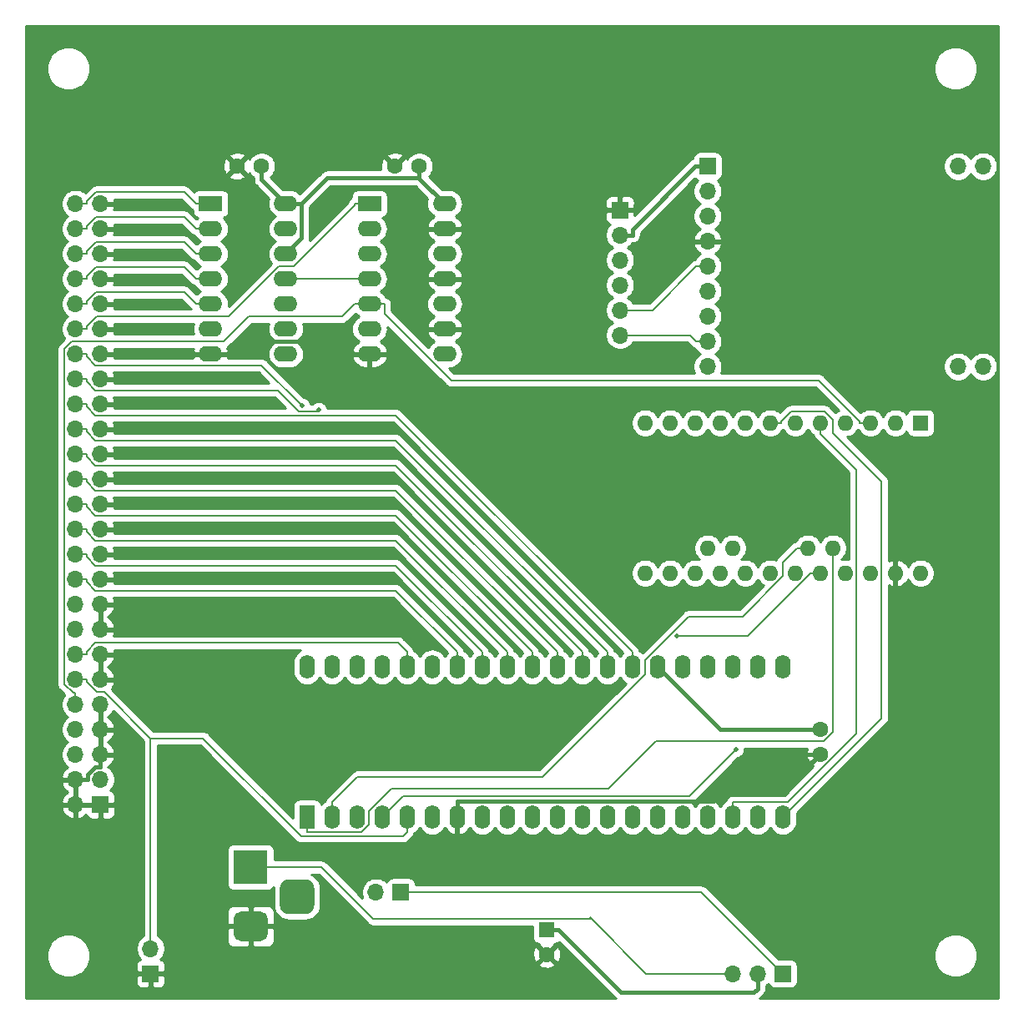
<source format=gtl>
G04 #@! TF.GenerationSoftware,KiCad,Pcbnew,(5.1.9)-1*
G04 #@! TF.CreationDate,2025-08-03T17:35:04+09:00*
G04 #@! TF.ProjectId,PASOPIA7_SD,5041534f-5049-4413-975f-53442e6b6963,rev?*
G04 #@! TF.SameCoordinates,PX53920b0PY93c3260*
G04 #@! TF.FileFunction,Copper,L1,Top*
G04 #@! TF.FilePolarity,Positive*
%FSLAX46Y46*%
G04 Gerber Fmt 4.6, Leading zero omitted, Abs format (unit mm)*
G04 Created by KiCad (PCBNEW (5.1.9)-1) date 2025-08-03 17:35:04*
%MOMM*%
%LPD*%
G01*
G04 APERTURE LIST*
G04 #@! TA.AperFunction,ComponentPad*
%ADD10C,1.600000*%
G04 #@! TD*
G04 #@! TA.AperFunction,ComponentPad*
%ADD11R,1.600000X2.400000*%
G04 #@! TD*
G04 #@! TA.AperFunction,ComponentPad*
%ADD12O,1.600000X2.400000*%
G04 #@! TD*
G04 #@! TA.AperFunction,ComponentPad*
%ADD13R,1.600000X1.600000*%
G04 #@! TD*
G04 #@! TA.AperFunction,ComponentPad*
%ADD14O,1.700000X1.700000*%
G04 #@! TD*
G04 #@! TA.AperFunction,ComponentPad*
%ADD15R,1.700000X1.700000*%
G04 #@! TD*
G04 #@! TA.AperFunction,ComponentPad*
%ADD16R,2.400000X1.600000*%
G04 #@! TD*
G04 #@! TA.AperFunction,ComponentPad*
%ADD17O,2.400000X1.600000*%
G04 #@! TD*
G04 #@! TA.AperFunction,ComponentPad*
%ADD18O,1.600000X1.600000*%
G04 #@! TD*
G04 #@! TA.AperFunction,ComponentPad*
%ADD19R,3.500000X3.500000*%
G04 #@! TD*
G04 #@! TA.AperFunction,ViaPad*
%ADD20C,0.500000*%
G04 #@! TD*
G04 #@! TA.AperFunction,Conductor*
%ADD21C,0.400000*%
G04 #@! TD*
G04 #@! TA.AperFunction,Conductor*
%ADD22C,0.200000*%
G04 #@! TD*
G04 #@! TA.AperFunction,Conductor*
%ADD23C,0.254000*%
G04 #@! TD*
G04 #@! TA.AperFunction,Conductor*
%ADD24C,0.100000*%
G04 #@! TD*
G04 APERTURE END LIST*
D10*
X81280000Y27940000D03*
X81280000Y25440000D03*
D11*
X29210000Y19050000D03*
D12*
X77470000Y34290000D03*
X31750000Y19050000D03*
X74930000Y34290000D03*
X34290000Y19050000D03*
X72390000Y34290000D03*
X36830000Y19050000D03*
X69850000Y34290000D03*
X39370000Y19050000D03*
X67310000Y34290000D03*
X41910000Y19050000D03*
X64770000Y34290000D03*
X44450000Y19050000D03*
X62230000Y34290000D03*
X46990000Y19050000D03*
X59690000Y34290000D03*
X49530000Y19050000D03*
X57150000Y34290000D03*
X52070000Y19050000D03*
X54610000Y34290000D03*
X54610000Y19050000D03*
X52070000Y34290000D03*
X57150000Y19050000D03*
X49530000Y34290000D03*
X59690000Y19050000D03*
X46990000Y34290000D03*
X62230000Y19050000D03*
X44450000Y34290000D03*
X64770000Y19050000D03*
X41910000Y34290000D03*
X67310000Y19050000D03*
X39370000Y34290000D03*
X69850000Y19050000D03*
X36830000Y34290000D03*
X72390000Y19050000D03*
X34290000Y34290000D03*
X74930000Y19050000D03*
X31750000Y34290000D03*
X77470000Y19050000D03*
X29210000Y34290000D03*
D13*
X53521000Y7620000D03*
D10*
X53521000Y5120000D03*
X38100000Y85090000D03*
X40600000Y85090000D03*
X24598000Y85090000D03*
X22098000Y85090000D03*
D14*
X5715000Y81280000D03*
X8255000Y81280000D03*
X5715000Y78740000D03*
X8255000Y78740000D03*
X5715000Y76200000D03*
X8255000Y76200000D03*
X5715000Y73660000D03*
X8255000Y73660000D03*
X5715000Y71120000D03*
X8255000Y71120000D03*
X5715000Y68580000D03*
X8255000Y68580000D03*
X5715000Y66040000D03*
X8255000Y66040000D03*
X5715000Y63500000D03*
X8255000Y63500000D03*
X5715000Y60960000D03*
X8255000Y60960000D03*
X5715000Y58420000D03*
X8255000Y58420000D03*
X5715000Y55880000D03*
X8255000Y55880000D03*
X5715000Y53340000D03*
X8255000Y53340000D03*
X5715000Y50800000D03*
X8255000Y50800000D03*
X5715000Y48260000D03*
X8255000Y48260000D03*
X5715000Y45720000D03*
X8255000Y45720000D03*
X5715000Y43180000D03*
X8255000Y43180000D03*
X5715000Y40640000D03*
X8255000Y40640000D03*
X5715000Y38100000D03*
X8255000Y38100000D03*
X5715000Y35560000D03*
X8255000Y35560000D03*
X5715000Y33020000D03*
X8255000Y33020000D03*
X5715000Y30480000D03*
X8255000Y30480000D03*
X5715000Y27940000D03*
X8255000Y27940000D03*
X5715000Y25400000D03*
X8255000Y25400000D03*
X5715000Y22860000D03*
X8255000Y22860000D03*
X5715000Y20320000D03*
D15*
X8255000Y20320000D03*
D16*
X19431000Y81280000D03*
D17*
X27051000Y66040000D03*
X19431000Y78740000D03*
X27051000Y68580000D03*
X19431000Y76200000D03*
X27051000Y71120000D03*
X19431000Y73660000D03*
X27051000Y73660000D03*
X19431000Y71120000D03*
X27051000Y76200000D03*
X19431000Y68580000D03*
X27051000Y78740000D03*
X19431000Y66040000D03*
X27051000Y81280000D03*
D15*
X69850000Y85090000D03*
D14*
X69850000Y82550000D03*
X69850000Y80010000D03*
X69850000Y77470000D03*
X69850000Y74930000D03*
X69850000Y72390000D03*
X69850000Y69850000D03*
X69850000Y67310000D03*
X69850000Y64770000D03*
X97790000Y64770000D03*
X95250000Y64770000D03*
X97790000Y85090000D03*
X95250000Y85090000D03*
D13*
X91440000Y59055000D03*
D18*
X88900000Y59055000D03*
X86360000Y59055000D03*
X63500000Y43815000D03*
X83820000Y59055000D03*
X66040000Y43815000D03*
X81280000Y59055000D03*
X68580000Y43815000D03*
X78740000Y59055000D03*
X71120000Y43815000D03*
X76200000Y59055000D03*
X73660000Y43815000D03*
X73660000Y59055000D03*
X76200000Y43815000D03*
X71120000Y59055000D03*
X78740000Y43815000D03*
X68580000Y59055000D03*
X81280000Y43815000D03*
X66040000Y59055000D03*
X83820000Y43815000D03*
X63500000Y59055000D03*
X86360000Y43815000D03*
X88900000Y43815000D03*
X91440000Y43815000D03*
X82550000Y46355000D03*
X80010000Y46355000D03*
X72390000Y46355000D03*
X69850000Y46355000D03*
D15*
X60960000Y80645000D03*
D14*
X60960000Y78105000D03*
X60960000Y75565000D03*
X60960000Y73025000D03*
X60960000Y70485000D03*
X60960000Y67945000D03*
D15*
X38735000Y11430000D03*
D14*
X36195000Y11430000D03*
D16*
X35560000Y81280000D03*
D17*
X43180000Y66040000D03*
X35560000Y78740000D03*
X43180000Y68580000D03*
X35560000Y76200000D03*
X43180000Y71120000D03*
X35560000Y73660000D03*
X43180000Y73660000D03*
X35560000Y71120000D03*
X43180000Y76200000D03*
X35560000Y68580000D03*
X43180000Y78740000D03*
X35560000Y66040000D03*
X43180000Y81280000D03*
D19*
X23495000Y13970000D03*
G04 #@! TA.AperFunction,ComponentPad*
G36*
G01*
X24495000Y6470000D02*
X22495000Y6470000D01*
G75*
G02*
X21745000Y7220000I0J750000D01*
G01*
X21745000Y8720000D01*
G75*
G02*
X22495000Y9470000I750000J0D01*
G01*
X24495000Y9470000D01*
G75*
G02*
X25245000Y8720000I0J-750000D01*
G01*
X25245000Y7220000D01*
G75*
G02*
X24495000Y6470000I-750000J0D01*
G01*
G37*
G04 #@! TD.AperFunction*
G04 #@! TA.AperFunction,ComponentPad*
G36*
G01*
X29070000Y9220000D02*
X27320000Y9220000D01*
G75*
G02*
X26445000Y10095000I0J875000D01*
G01*
X26445000Y11845000D01*
G75*
G02*
X27320000Y12720000I875000J0D01*
G01*
X29070000Y12720000D01*
G75*
G02*
X29945000Y11845000I0J-875000D01*
G01*
X29945000Y10095000D01*
G75*
G02*
X29070000Y9220000I-875000J0D01*
G01*
G37*
G04 #@! TD.AperFunction*
D15*
X77470000Y3175000D03*
D14*
X74930000Y3175000D03*
X72390000Y3175000D03*
D15*
X13335000Y3175000D03*
D14*
X13335000Y5715000D03*
D20*
X30365000Y60369500D03*
X28705000Y60777500D03*
X66714000Y37414000D03*
X72701000Y25899000D03*
D21*
X81280000Y27940000D02*
X71120000Y27940000D01*
X71120000Y27940000D02*
X64770000Y34290000D01*
X24598000Y85090000D02*
X24598000Y83733000D01*
X24598000Y83733000D02*
X27051000Y81280000D01*
X40600000Y85090000D02*
X40600000Y83889600D01*
X40600000Y83889600D02*
X40600000Y83860000D01*
X40600000Y83860000D02*
X43180000Y81280000D01*
X40600000Y83889600D02*
X31261000Y83889600D01*
X31261000Y83889600D02*
X28651000Y81280000D01*
X27051000Y81280000D02*
X28651000Y81280000D01*
X28651000Y81280000D02*
X28651000Y77800300D01*
X28651000Y77800300D02*
X27051000Y76200000D01*
X69850000Y85090000D02*
X68600000Y85090000D01*
X68600000Y85090000D02*
X62210000Y78700600D01*
X62210000Y78700600D02*
X62210000Y78105000D01*
X62210000Y78105000D02*
X60960000Y78105000D01*
X74930000Y1651000D02*
X74930000Y3175000D01*
X74549000Y1270000D02*
X74930000Y1651000D01*
X61087000Y1270000D02*
X74549000Y1270000D01*
X60450300Y1906700D02*
X61087000Y1270000D01*
X60434600Y1906700D02*
X60450300Y1906700D01*
X54721300Y7620000D02*
X60434600Y1906700D01*
X53521000Y7620000D02*
X54721300Y7620000D01*
X44450000Y19050000D02*
X44450000Y20650000D01*
X44450000Y20650000D02*
X70432000Y20650000D01*
X70432000Y20650000D02*
X75222000Y25440000D01*
X75222000Y25440000D02*
X81280000Y25440000D01*
X5715000Y22860000D02*
X6965300Y22860000D01*
X6965300Y22860000D02*
X6965300Y23378000D01*
X6965300Y23378000D02*
X7736900Y24150000D01*
X7736900Y24150000D02*
X8255000Y24150000D01*
X8255000Y24150000D02*
X8255000Y25400000D01*
X8255000Y27940000D02*
X8255000Y30480000D01*
X8255000Y33020000D02*
X8255000Y35560000D01*
X60960000Y80645000D02*
X46685000Y80645000D01*
X46685000Y80645000D02*
X44780000Y78740000D01*
X44780000Y78740000D02*
X43180000Y78740000D01*
X8255000Y66040000D02*
X19431000Y66040000D01*
X19431000Y66040000D02*
X22267000Y66040000D01*
X22267000Y66040000D02*
X23537000Y67309900D01*
X23537000Y67309900D02*
X32690000Y67309900D01*
X32690000Y67309900D02*
X33960000Y66040000D01*
X33960000Y66040000D02*
X35560000Y66040000D01*
X5715000Y20320000D02*
X8255000Y20320000D01*
D22*
X60960000Y70485000D02*
X64255000Y70485000D01*
X64255000Y70485000D02*
X68700000Y74930000D01*
X68700000Y74930000D02*
X69850000Y74930000D01*
X60960000Y67945000D02*
X68065000Y67945000D01*
X68065000Y67945000D02*
X68700000Y67310000D01*
X68700000Y67310000D02*
X69850000Y67310000D01*
X35560000Y71120000D02*
X34060000Y71120000D01*
X34060000Y71120000D02*
X32790000Y69850000D01*
X32790000Y69850000D02*
X23284000Y69850000D01*
X23284000Y69850000D02*
X20744000Y67310000D01*
X20744000Y67310000D02*
X5323000Y67310000D01*
X5323000Y67310000D02*
X4563100Y66550100D01*
X4563100Y66550100D02*
X4563100Y32544000D01*
X4563100Y32544000D02*
X5476600Y31630000D01*
X5476600Y31630000D02*
X5715000Y31630000D01*
X5715000Y31630000D02*
X5715000Y30480000D01*
X86360000Y59055000D02*
X85260000Y59055000D01*
X85260000Y59055000D02*
X85260000Y59192500D01*
X85260000Y59192500D02*
X81081000Y63371100D01*
X81081000Y63371100D02*
X43831000Y63371100D01*
X43831000Y63371100D02*
X37060000Y70141900D01*
X37060000Y70141900D02*
X37060000Y71120000D01*
X37060000Y71120000D02*
X35560000Y71120000D01*
X13335000Y17131500D02*
X13335000Y27051200D01*
X13335000Y27051200D02*
X8636200Y31750000D01*
X8636200Y31750000D02*
X7896900Y31750000D01*
X7896900Y31750000D02*
X6865300Y32781600D01*
X6865300Y32781600D02*
X6865300Y33020000D01*
X13335000Y5715000D02*
X13335000Y17131500D01*
X38951800Y17131500D02*
X39370000Y17549700D01*
X39370000Y19050000D02*
X39370000Y17549700D01*
X5715000Y33020000D02*
X6865300Y33020000D01*
X18668798Y27051200D02*
X13335000Y27051200D01*
X28588498Y17131500D02*
X18668798Y27051200D01*
X38951800Y17131500D02*
X28588498Y17131500D01*
X5715000Y35560000D02*
X6865300Y35560000D01*
X6865300Y35560000D02*
X6865300Y35848000D01*
X6865300Y35848000D02*
X7733600Y36716000D01*
X7733600Y36716000D02*
X38444000Y36716000D01*
X38444000Y36716000D02*
X39370000Y35790000D01*
X39370000Y35790000D02*
X39370000Y34290000D01*
X5715000Y43180000D02*
X6865300Y43180000D01*
X6865300Y43180000D02*
X6865300Y42892000D01*
X6865300Y42892000D02*
X7727900Y42030000D01*
X7727900Y42030000D02*
X38211000Y42030000D01*
X38211000Y42030000D02*
X44450000Y35790000D01*
X44450000Y35790000D02*
X44450000Y34290000D01*
X5715000Y45720000D02*
X6865300Y45720000D01*
X6865300Y45720000D02*
X6865300Y45432000D01*
X6865300Y45432000D02*
X7727900Y44570000D01*
X7727900Y44570000D02*
X38211000Y44570000D01*
X38211000Y44570000D02*
X46990000Y35790000D01*
X46990000Y35790000D02*
X46990000Y34290000D01*
X5715000Y48260000D02*
X6865300Y48260000D01*
X6865300Y48260000D02*
X6865300Y47972000D01*
X6865300Y47972000D02*
X7727900Y47110000D01*
X7727900Y47110000D02*
X38211000Y47110000D01*
X38211000Y47110000D02*
X49530000Y35790000D01*
X49530000Y35790000D02*
X49530000Y34290000D01*
X5715000Y50800000D02*
X6865300Y50800000D01*
X6865300Y50800000D02*
X6865300Y50512000D01*
X6865300Y50512000D02*
X7727900Y49650000D01*
X7727900Y49650000D02*
X38211000Y49650000D01*
X38211000Y49650000D02*
X52070000Y35790000D01*
X52070000Y35790000D02*
X52070000Y34290000D01*
X5715000Y53340000D02*
X6865300Y53340000D01*
X6865300Y53340000D02*
X6865300Y53052000D01*
X6865300Y53052000D02*
X7727900Y52190000D01*
X7727900Y52190000D02*
X38211000Y52190000D01*
X38211000Y52190000D02*
X54610000Y35790000D01*
X54610000Y35790000D02*
X54610000Y34290000D01*
X5715000Y55880000D02*
X6865300Y55880000D01*
X6865300Y55880000D02*
X6865300Y55592300D01*
X6865300Y55592300D02*
X7727900Y54730000D01*
X7727900Y54730000D02*
X38211000Y54730000D01*
X38211000Y54730000D02*
X57150000Y35790000D01*
X57150000Y35790000D02*
X57150000Y34290000D01*
X5715000Y58420000D02*
X6865300Y58420000D01*
X6865300Y58420000D02*
X6865300Y58132300D01*
X6865300Y58132300D02*
X7727900Y57269700D01*
X7727900Y57269700D02*
X38211000Y57269700D01*
X38211000Y57269700D02*
X59690000Y35790000D01*
X59690000Y35790000D02*
X59690000Y34290000D01*
X5715000Y60960000D02*
X6865300Y60960000D01*
X6865300Y60960000D02*
X6865300Y60672300D01*
X6865300Y60672300D02*
X7727900Y59809700D01*
X7727900Y59809700D02*
X38211000Y59809700D01*
X38211000Y59809700D02*
X62230000Y35790000D01*
X62230000Y35790000D02*
X62230000Y34290000D01*
X5715000Y63500000D02*
X6865300Y63500000D01*
X6865300Y63500000D02*
X6865300Y63212300D01*
X6865300Y63212300D02*
X7727900Y62349700D01*
X7727900Y62349700D02*
X26233000Y62349700D01*
X26233000Y62349700D02*
X28355000Y60227100D01*
X28355000Y60227100D02*
X30222000Y60227100D01*
X30222000Y60227100D02*
X30365000Y60369500D01*
X5715000Y66040000D02*
X6865300Y66040000D01*
X6865300Y66040000D02*
X6865300Y65752300D01*
X6865300Y65752300D02*
X7727900Y64889700D01*
X7727900Y64889700D02*
X24593000Y64889700D01*
X24593000Y64889700D02*
X28705000Y60777500D01*
X35560000Y81280000D02*
X34060000Y81280000D01*
X34060000Y81280000D02*
X34060000Y81142500D01*
X34060000Y81142500D02*
X27847000Y74930000D01*
X27847000Y74930000D02*
X26350000Y74930000D01*
X26350000Y74930000D02*
X21270000Y69850000D01*
X21270000Y69850000D02*
X7896900Y69850000D01*
X7896900Y69850000D02*
X6865300Y68818400D01*
X6865300Y68818400D02*
X6865300Y68580000D01*
X6865300Y68580000D02*
X5715000Y68580000D01*
X19431000Y71120000D02*
X17931000Y71120000D01*
X17931000Y71120000D02*
X16740000Y72310600D01*
X16740000Y72310600D02*
X7817500Y72310600D01*
X7817500Y72310600D02*
X6865300Y71358400D01*
X6865300Y71358400D02*
X6865300Y71120000D01*
X6865300Y71120000D02*
X5715000Y71120000D01*
X19431000Y73660000D02*
X17931000Y73660000D01*
X17931000Y73660000D02*
X16740000Y74850600D01*
X16740000Y74850600D02*
X7817500Y74850600D01*
X7817500Y74850600D02*
X6865300Y73898400D01*
X6865300Y73898400D02*
X6865300Y73660000D01*
X6865300Y73660000D02*
X5715000Y73660000D01*
X19431000Y76200000D02*
X17931000Y76200000D01*
X17931000Y76200000D02*
X16740000Y77390600D01*
X16740000Y77390600D02*
X7817500Y77390600D01*
X7817500Y77390600D02*
X6865300Y76438400D01*
X6865300Y76438400D02*
X6865300Y76200000D01*
X6865300Y76200000D02*
X5715000Y76200000D01*
X19431000Y78740000D02*
X17931000Y78740000D01*
X17931000Y78740000D02*
X16740000Y79930600D01*
X16740000Y79930600D02*
X7817500Y79930600D01*
X7817500Y79930600D02*
X6865300Y78978400D01*
X6865300Y78978400D02*
X6865300Y78740000D01*
X6865300Y78740000D02*
X5715000Y78740000D01*
X19431000Y81280000D02*
X17931000Y81280000D01*
X17931000Y81280000D02*
X16750000Y82460500D01*
X16750000Y82460500D02*
X7807400Y82460500D01*
X7807400Y82460500D02*
X6865300Y81518400D01*
X6865300Y81518400D02*
X6865300Y81280000D01*
X6865300Y81280000D02*
X5715000Y81280000D01*
X35560000Y73660000D02*
X27051000Y73660000D01*
X29210000Y19050000D02*
X29210000Y17550000D01*
X29210000Y17550000D02*
X34758000Y17550000D01*
X34758000Y17550000D02*
X35467000Y18258000D01*
X35467000Y18258000D02*
X35467000Y19686000D01*
X35467000Y19686000D02*
X37750000Y21968000D01*
X37750000Y21968000D02*
X59796000Y21968000D01*
X59796000Y21968000D02*
X64588000Y26760000D01*
X64588000Y26760000D02*
X81658000Y26760000D01*
X81658000Y26760000D02*
X82550000Y27652000D01*
X82550000Y27652000D02*
X82550000Y46355000D01*
X80010000Y46355000D02*
X78910000Y46355000D01*
X78910000Y46355000D02*
X77470000Y44915000D01*
X77470000Y44915000D02*
X77470000Y43493000D01*
X77470000Y43493000D02*
X73388000Y39411000D01*
X73388000Y39411000D02*
X67929000Y39411000D01*
X67929000Y39411000D02*
X63500000Y34982000D01*
X63500000Y34982000D02*
X63500000Y33569000D01*
X63500000Y33569000D02*
X53065000Y23134000D01*
X53065000Y23134000D02*
X34334000Y23134000D01*
X34334000Y23134000D02*
X31750000Y20550000D01*
X31750000Y20550000D02*
X31750000Y19050000D01*
X81280000Y43815000D02*
X80180000Y43815000D01*
X80180000Y43815000D02*
X80180000Y43678000D01*
X80180000Y43678000D02*
X73916000Y37414000D01*
X73916000Y37414000D02*
X66714000Y37414000D01*
X36830000Y19050000D02*
X38981000Y21201000D01*
X38981000Y21201000D02*
X68003000Y21201000D01*
X68003000Y21201000D02*
X72701000Y25899000D01*
X81280000Y59055000D02*
X81280000Y57954700D01*
X81280000Y57954700D02*
X84932000Y54303000D01*
X84932000Y54303000D02*
X84932000Y27520000D01*
X84932000Y27520000D02*
X77963000Y20550000D01*
X77963000Y20550000D02*
X72390000Y20550000D01*
X72390000Y20550000D02*
X72390000Y19050000D01*
X76200000Y59055000D02*
X77300000Y59055000D01*
X77300000Y59055000D02*
X77300000Y59192500D01*
X77300000Y59192500D02*
X78302000Y60194300D01*
X78302000Y60194300D02*
X81709000Y60194300D01*
X81709000Y60194300D02*
X82550000Y59353600D01*
X82550000Y59353600D02*
X82550000Y58042900D01*
X82550000Y58042900D02*
X87474000Y53119000D01*
X87474000Y53119000D02*
X87474000Y29054000D01*
X87474000Y29054000D02*
X77470000Y19050000D01*
X69215000Y11430000D02*
X77470000Y3175000D01*
X38735000Y11430000D02*
X69215000Y11430000D01*
X64770000Y3175000D02*
X63620000Y3175000D01*
X63620000Y3175000D02*
X58074600Y8720400D01*
X58074600Y8720400D02*
X35919200Y8720400D01*
X35919200Y8720400D02*
X30669600Y13970000D01*
X30669600Y13970000D02*
X23495000Y13970000D01*
X58074600Y8720400D02*
X57905000Y8890000D01*
X64770000Y3175000D02*
X72390000Y3175000D01*
D23*
X99340000Y660000D02*
X75121931Y660000D01*
X75142291Y676709D01*
X75168446Y708579D01*
X75491422Y1031555D01*
X75523291Y1057709D01*
X75627636Y1184854D01*
X75705172Y1329913D01*
X75752918Y1487311D01*
X75765000Y1609981D01*
X75765000Y1609991D01*
X75769039Y1650999D01*
X75765000Y1692007D01*
X75765000Y1946935D01*
X75876632Y2021525D01*
X76008487Y2153380D01*
X76030498Y2080820D01*
X76089463Y1970506D01*
X76168815Y1873815D01*
X76265506Y1794463D01*
X76375820Y1735498D01*
X76495518Y1699188D01*
X76620000Y1686928D01*
X78320000Y1686928D01*
X78444482Y1699188D01*
X78564180Y1735498D01*
X78674494Y1794463D01*
X78771185Y1873815D01*
X78850537Y1970506D01*
X78909502Y2080820D01*
X78945812Y2200518D01*
X78958072Y2325000D01*
X78958072Y4025000D01*
X78945812Y4149482D01*
X78909502Y4269180D01*
X78850537Y4379494D01*
X78771185Y4476185D01*
X78674494Y4555537D01*
X78564180Y4614502D01*
X78444482Y4650812D01*
X78320000Y4663072D01*
X77021375Y4663072D01*
X76464319Y5220128D01*
X92765000Y5220128D01*
X92765000Y4779872D01*
X92850890Y4348075D01*
X93019369Y3941331D01*
X93263962Y3575271D01*
X93575271Y3263962D01*
X93941331Y3019369D01*
X94348075Y2850890D01*
X94779872Y2765000D01*
X95220128Y2765000D01*
X95651925Y2850890D01*
X96058669Y3019369D01*
X96424729Y3263962D01*
X96736038Y3575271D01*
X96980631Y3941331D01*
X97149110Y4348075D01*
X97235000Y4779872D01*
X97235000Y5220128D01*
X97149110Y5651925D01*
X96980631Y6058669D01*
X96736038Y6424729D01*
X96424729Y6736038D01*
X96058669Y6980631D01*
X95651925Y7149110D01*
X95220128Y7235000D01*
X94779872Y7235000D01*
X94348075Y7149110D01*
X93941331Y6980631D01*
X93575271Y6736038D01*
X93263962Y6424729D01*
X93019369Y6058669D01*
X92850890Y5651925D01*
X92765000Y5220128D01*
X76464319Y5220128D01*
X69760259Y11924187D01*
X69737238Y11952238D01*
X69625320Y12044087D01*
X69497633Y12112337D01*
X69359085Y12154365D01*
X69251105Y12165000D01*
X69215000Y12168556D01*
X69178895Y12165000D01*
X40223072Y12165000D01*
X40223072Y12280000D01*
X40210812Y12404482D01*
X40174502Y12524180D01*
X40115537Y12634494D01*
X40036185Y12731185D01*
X39939494Y12810537D01*
X39829180Y12869502D01*
X39709482Y12905812D01*
X39585000Y12918072D01*
X37885000Y12918072D01*
X37760518Y12905812D01*
X37640820Y12869502D01*
X37530506Y12810537D01*
X37433815Y12731185D01*
X37354463Y12634494D01*
X37295498Y12524180D01*
X37273487Y12451620D01*
X37141632Y12583475D01*
X36898411Y12745990D01*
X36628158Y12857932D01*
X36341260Y12915000D01*
X36048740Y12915000D01*
X35761842Y12857932D01*
X35491589Y12745990D01*
X35248368Y12583475D01*
X35041525Y12376632D01*
X34879010Y12133411D01*
X34767068Y11863158D01*
X34710000Y11576260D01*
X34710000Y11283740D01*
X34767068Y10996842D01*
X34827075Y10851972D01*
X31214859Y14464187D01*
X31191838Y14492238D01*
X31079920Y14584087D01*
X30952233Y14652337D01*
X30813685Y14694365D01*
X30705705Y14705000D01*
X30669600Y14708556D01*
X30633495Y14705000D01*
X25883072Y14705000D01*
X25883072Y15720000D01*
X25870812Y15844482D01*
X25834502Y15964180D01*
X25775537Y16074494D01*
X25696185Y16171185D01*
X25599494Y16250537D01*
X25489180Y16309502D01*
X25369482Y16345812D01*
X25245000Y16358072D01*
X21745000Y16358072D01*
X21620518Y16345812D01*
X21500820Y16309502D01*
X21390506Y16250537D01*
X21293815Y16171185D01*
X21214463Y16074494D01*
X21155498Y15964180D01*
X21119188Y15844482D01*
X21106928Y15720000D01*
X21106928Y12220000D01*
X21119188Y12095518D01*
X21155498Y11975820D01*
X21214463Y11865506D01*
X21293815Y11768815D01*
X21390506Y11689463D01*
X21500820Y11630498D01*
X21620518Y11594188D01*
X21745000Y11581928D01*
X25245000Y11581928D01*
X25369482Y11594188D01*
X25489180Y11630498D01*
X25599494Y11689463D01*
X25696185Y11768815D01*
X25775537Y11865506D01*
X25816494Y11942131D01*
X25806928Y11845000D01*
X25806928Y10095000D01*
X25836001Y9799814D01*
X25922104Y9515972D01*
X26061927Y9254382D01*
X26250097Y9025097D01*
X26479382Y8836927D01*
X26740972Y8697104D01*
X27024814Y8611001D01*
X27320000Y8581928D01*
X29070000Y8581928D01*
X29365186Y8611001D01*
X29649028Y8697104D01*
X29910618Y8836927D01*
X30139903Y9025097D01*
X30328073Y9254382D01*
X30467896Y9515972D01*
X30553999Y9799814D01*
X30583072Y10095000D01*
X30583072Y11845000D01*
X30553999Y12140186D01*
X30467896Y12424028D01*
X30328073Y12685618D01*
X30139903Y12914903D01*
X29910618Y13103073D01*
X29663800Y13235000D01*
X30365154Y13235000D01*
X35373946Y8226207D01*
X35396962Y8198162D01*
X35425006Y8175147D01*
X35508880Y8106313D01*
X35636566Y8038063D01*
X35775115Y7996035D01*
X35919200Y7981844D01*
X35955305Y7985400D01*
X52082928Y7985400D01*
X52082928Y6820000D01*
X52095188Y6695518D01*
X52131498Y6575820D01*
X52190463Y6465506D01*
X52269815Y6368815D01*
X52366506Y6289463D01*
X52476820Y6230498D01*
X52596518Y6194188D01*
X52721000Y6181928D01*
X52728215Y6181928D01*
X52707903Y6112702D01*
X53521000Y5299605D01*
X54334097Y6112702D01*
X54313785Y6181928D01*
X54321000Y6181928D01*
X54445482Y6194188D01*
X54565180Y6230498D01*
X54675494Y6289463D01*
X54772185Y6368815D01*
X54780944Y6379488D01*
X59815159Y1345273D01*
X59841309Y1313409D01*
X59960728Y1215404D01*
X60467562Y708569D01*
X60493709Y676709D01*
X60514069Y660000D01*
X660000Y660000D01*
X660000Y2325000D01*
X11846928Y2325000D01*
X11859188Y2200518D01*
X11895498Y2080820D01*
X11954463Y1970506D01*
X12033815Y1873815D01*
X12130506Y1794463D01*
X12240820Y1735498D01*
X12360518Y1699188D01*
X12485000Y1686928D01*
X13049250Y1690000D01*
X13208000Y1848750D01*
X13208000Y3048000D01*
X13462000Y3048000D01*
X13462000Y1848750D01*
X13620750Y1690000D01*
X14185000Y1686928D01*
X14309482Y1699188D01*
X14429180Y1735498D01*
X14539494Y1794463D01*
X14636185Y1873815D01*
X14715537Y1970506D01*
X14774502Y2080820D01*
X14810812Y2200518D01*
X14823072Y2325000D01*
X14820000Y2889250D01*
X14661250Y3048000D01*
X13462000Y3048000D01*
X13208000Y3048000D01*
X12008750Y3048000D01*
X11850000Y2889250D01*
X11846928Y2325000D01*
X660000Y2325000D01*
X660000Y5220128D01*
X2765000Y5220128D01*
X2765000Y4779872D01*
X2850890Y4348075D01*
X3019369Y3941331D01*
X3263962Y3575271D01*
X3575271Y3263962D01*
X3941331Y3019369D01*
X4348075Y2850890D01*
X4779872Y2765000D01*
X5220128Y2765000D01*
X5651925Y2850890D01*
X6058669Y3019369D01*
X6424729Y3263962D01*
X6736038Y3575271D01*
X6980631Y3941331D01*
X7149110Y4348075D01*
X7235000Y4779872D01*
X7235000Y5220128D01*
X7149110Y5651925D01*
X6980631Y6058669D01*
X6736038Y6424729D01*
X6424729Y6736038D01*
X6058669Y6980631D01*
X5651925Y7149110D01*
X5220128Y7235000D01*
X4779872Y7235000D01*
X4348075Y7149110D01*
X3941331Y6980631D01*
X3575271Y6736038D01*
X3263962Y6424729D01*
X3019369Y6058669D01*
X2850890Y5651925D01*
X2765000Y5220128D01*
X660000Y5220128D01*
X660000Y19963110D01*
X4273524Y19963110D01*
X4318175Y19815901D01*
X4443359Y19553080D01*
X4617412Y19319731D01*
X4833645Y19124822D01*
X5083748Y18975843D01*
X5358109Y18878519D01*
X5588000Y18999186D01*
X5588000Y20193000D01*
X5842000Y20193000D01*
X5842000Y18999186D01*
X6071891Y18878519D01*
X6346252Y18975843D01*
X6596355Y19124822D01*
X6792502Y19301626D01*
X6815498Y19225820D01*
X6874463Y19115506D01*
X6953815Y19018815D01*
X7050506Y18939463D01*
X7160820Y18880498D01*
X7280518Y18844188D01*
X7405000Y18831928D01*
X7969250Y18835000D01*
X8128000Y18993750D01*
X8128000Y20193000D01*
X8382000Y20193000D01*
X8382000Y18993750D01*
X8540750Y18835000D01*
X9105000Y18831928D01*
X9229482Y18844188D01*
X9349180Y18880498D01*
X9459494Y18939463D01*
X9556185Y19018815D01*
X9635537Y19115506D01*
X9694502Y19225820D01*
X9730812Y19345518D01*
X9743072Y19470000D01*
X9740000Y20034250D01*
X9581250Y20193000D01*
X8382000Y20193000D01*
X8128000Y20193000D01*
X5842000Y20193000D01*
X5588000Y20193000D01*
X4394845Y20193000D01*
X4273524Y19963110D01*
X660000Y19963110D01*
X660000Y22503110D01*
X4273524Y22503110D01*
X4318175Y22355901D01*
X4443359Y22093080D01*
X4617412Y21859731D01*
X4833645Y21664822D01*
X4959255Y21590000D01*
X4833645Y21515178D01*
X4617412Y21320269D01*
X4443359Y21086920D01*
X4318175Y20824099D01*
X4273524Y20676890D01*
X4394845Y20447000D01*
X5588000Y20447000D01*
X5588000Y22733000D01*
X4394845Y22733000D01*
X4273524Y22503110D01*
X660000Y22503110D01*
X660000Y66550100D01*
X3824544Y66550100D01*
X3828100Y66513995D01*
X3828101Y32580215D01*
X3824544Y32544202D01*
X3828101Y32507987D01*
X3828101Y32507895D01*
X3831266Y32475764D01*
X3838696Y32400114D01*
X3838726Y32400014D01*
X3838736Y32399915D01*
X3859233Y32332345D01*
X3880686Y32261554D01*
X3880735Y32261462D01*
X3880764Y32261367D01*
X3914247Y32198724D01*
X3948901Y32133849D01*
X3948966Y32133770D01*
X3949014Y32133680D01*
X3994935Y32077726D01*
X4017712Y32049956D01*
X4017783Y32049885D01*
X4040863Y32021762D01*
X4068830Y31998810D01*
X4601121Y31466228D01*
X4561525Y31426632D01*
X4399010Y31183411D01*
X4287068Y30913158D01*
X4230000Y30626260D01*
X4230000Y30333740D01*
X4287068Y30046842D01*
X4399010Y29776589D01*
X4561525Y29533368D01*
X4768368Y29326525D01*
X4942760Y29210000D01*
X4768368Y29093475D01*
X4561525Y28886632D01*
X4399010Y28643411D01*
X4287068Y28373158D01*
X4230000Y28086260D01*
X4230000Y27793740D01*
X4287068Y27506842D01*
X4399010Y27236589D01*
X4561525Y26993368D01*
X4768368Y26786525D01*
X4942760Y26670000D01*
X4768368Y26553475D01*
X4561525Y26346632D01*
X4399010Y26103411D01*
X4287068Y25833158D01*
X4230000Y25546260D01*
X4230000Y25253740D01*
X4287068Y24966842D01*
X4399010Y24696589D01*
X4561525Y24453368D01*
X4768368Y24246525D01*
X4950534Y24124805D01*
X4833645Y24055178D01*
X4617412Y23860269D01*
X4443359Y23626920D01*
X4318175Y23364099D01*
X4273524Y23216890D01*
X4394845Y22987000D01*
X5588000Y22987000D01*
X5588000Y23007000D01*
X5842000Y23007000D01*
X5842000Y22987000D01*
X5862000Y22987000D01*
X5862000Y22733000D01*
X5842000Y22733000D01*
X5842000Y20447000D01*
X8128000Y20447000D01*
X8128000Y20467000D01*
X8382000Y20467000D01*
X8382000Y20447000D01*
X9581250Y20447000D01*
X9740000Y20605750D01*
X9743072Y21170000D01*
X9730812Y21294482D01*
X9694502Y21414180D01*
X9635537Y21524494D01*
X9556185Y21621185D01*
X9459494Y21700537D01*
X9349180Y21759502D01*
X9276620Y21781513D01*
X9408475Y21913368D01*
X9570990Y22156589D01*
X9682932Y22426842D01*
X9740000Y22713740D01*
X9740000Y23006260D01*
X9682932Y23293158D01*
X9570990Y23563411D01*
X9408475Y23806632D01*
X9201632Y24013475D01*
X9019466Y24135195D01*
X9136355Y24204822D01*
X9352588Y24399731D01*
X9526641Y24633080D01*
X9651825Y24895901D01*
X9696476Y25043110D01*
X9575155Y25273000D01*
X8382000Y25273000D01*
X8382000Y25253000D01*
X8128000Y25253000D01*
X8128000Y25273000D01*
X8108000Y25273000D01*
X8108000Y25527000D01*
X8128000Y25527000D01*
X8128000Y27813000D01*
X8382000Y27813000D01*
X8382000Y25527000D01*
X9575155Y25527000D01*
X9696476Y25756890D01*
X9651825Y25904099D01*
X9526641Y26166920D01*
X9352588Y26400269D01*
X9136355Y26595178D01*
X9010745Y26670000D01*
X9136355Y26744822D01*
X9352588Y26939731D01*
X9526641Y27173080D01*
X9651825Y27435901D01*
X9696476Y27583110D01*
X9575155Y27813000D01*
X8382000Y27813000D01*
X8128000Y27813000D01*
X8108000Y27813000D01*
X8108000Y28067000D01*
X8128000Y28067000D01*
X8128000Y30353000D01*
X8108000Y30353000D01*
X8108000Y30607000D01*
X8128000Y30607000D01*
X8128000Y30627000D01*
X8382000Y30627000D01*
X8382000Y30607000D01*
X8402000Y30607000D01*
X8402000Y30353000D01*
X8382000Y30353000D01*
X8382000Y28067000D01*
X9575155Y28067000D01*
X9696476Y28296890D01*
X9651825Y28444099D01*
X9526641Y28706920D01*
X9352588Y28940269D01*
X9136355Y29135178D01*
X9010745Y29210000D01*
X9136355Y29284822D01*
X9352588Y29479731D01*
X9526641Y29713080D01*
X9561173Y29785580D01*
X12600001Y26746752D01*
X12600000Y17095396D01*
X12600001Y17095386D01*
X12600000Y7009883D01*
X12388368Y6868475D01*
X12181525Y6661632D01*
X12019010Y6418411D01*
X11907068Y6148158D01*
X11850000Y5861260D01*
X11850000Y5568740D01*
X11907068Y5281842D01*
X12019010Y5011589D01*
X12181525Y4768368D01*
X12313380Y4636513D01*
X12240820Y4614502D01*
X12130506Y4555537D01*
X12033815Y4476185D01*
X11954463Y4379494D01*
X11895498Y4269180D01*
X11859188Y4149482D01*
X11846928Y4025000D01*
X11850000Y3460750D01*
X12008750Y3302000D01*
X13208000Y3302000D01*
X13208000Y3322000D01*
X13462000Y3322000D01*
X13462000Y3302000D01*
X14661250Y3302000D01*
X14820000Y3460750D01*
X14823072Y4025000D01*
X14812997Y4127298D01*
X52707903Y4127298D01*
X52779486Y3883329D01*
X53034996Y3762429D01*
X53309184Y3693700D01*
X53591512Y3679783D01*
X53871130Y3721213D01*
X54137292Y3816397D01*
X54262514Y3883329D01*
X54334097Y4127298D01*
X53521000Y4940395D01*
X52707903Y4127298D01*
X14812997Y4127298D01*
X14810812Y4149482D01*
X14774502Y4269180D01*
X14715537Y4379494D01*
X14636185Y4476185D01*
X14539494Y4555537D01*
X14429180Y4614502D01*
X14356620Y4636513D01*
X14488475Y4768368D01*
X14650990Y5011589D01*
X14666688Y5049488D01*
X52080783Y5049488D01*
X52122213Y4769870D01*
X52217397Y4503708D01*
X52284329Y4378486D01*
X52528298Y4306903D01*
X53341395Y5120000D01*
X53700605Y5120000D01*
X54513702Y4306903D01*
X54757671Y4378486D01*
X54878571Y4633996D01*
X54947300Y4908184D01*
X54961217Y5190512D01*
X54919787Y5470130D01*
X54824603Y5736292D01*
X54757671Y5861514D01*
X54513702Y5933097D01*
X53700605Y5120000D01*
X53341395Y5120000D01*
X52528298Y5933097D01*
X52284329Y5861514D01*
X52163429Y5606004D01*
X52094700Y5331816D01*
X52080783Y5049488D01*
X14666688Y5049488D01*
X14762932Y5281842D01*
X14820000Y5568740D01*
X14820000Y5861260D01*
X14762932Y6148158D01*
X14650990Y6418411D01*
X14616520Y6470000D01*
X21106928Y6470000D01*
X21119188Y6345518D01*
X21155498Y6225820D01*
X21214463Y6115506D01*
X21293815Y6018815D01*
X21390506Y5939463D01*
X21500820Y5880498D01*
X21620518Y5844188D01*
X21745000Y5831928D01*
X23209250Y5835000D01*
X23368000Y5993750D01*
X23368000Y7843000D01*
X23622000Y7843000D01*
X23622000Y5993750D01*
X23780750Y5835000D01*
X25245000Y5831928D01*
X25369482Y5844188D01*
X25489180Y5880498D01*
X25599494Y5939463D01*
X25696185Y6018815D01*
X25775537Y6115506D01*
X25834502Y6225820D01*
X25870812Y6345518D01*
X25883072Y6470000D01*
X25880000Y7684250D01*
X25721250Y7843000D01*
X23622000Y7843000D01*
X23368000Y7843000D01*
X21268750Y7843000D01*
X21110000Y7684250D01*
X21106928Y6470000D01*
X14616520Y6470000D01*
X14488475Y6661632D01*
X14281632Y6868475D01*
X14070000Y7009883D01*
X14070000Y9470000D01*
X21106928Y9470000D01*
X21110000Y8255750D01*
X21268750Y8097000D01*
X23368000Y8097000D01*
X23368000Y9946250D01*
X23622000Y9946250D01*
X23622000Y8097000D01*
X25721250Y8097000D01*
X25880000Y8255750D01*
X25883072Y9470000D01*
X25870812Y9594482D01*
X25834502Y9714180D01*
X25775537Y9824494D01*
X25696185Y9921185D01*
X25599494Y10000537D01*
X25489180Y10059502D01*
X25369482Y10095812D01*
X25245000Y10108072D01*
X23780750Y10105000D01*
X23622000Y9946250D01*
X23368000Y9946250D01*
X23209250Y10105000D01*
X21745000Y10108072D01*
X21620518Y10095812D01*
X21500820Y10059502D01*
X21390506Y10000537D01*
X21293815Y9921185D01*
X21214463Y9824494D01*
X21155498Y9714180D01*
X21119188Y9594482D01*
X21106928Y9470000D01*
X14070000Y9470000D01*
X14070000Y26316200D01*
X18364352Y26316200D01*
X28043244Y16637307D01*
X28066260Y16609262D01*
X28178178Y16517413D01*
X28305865Y16449163D01*
X28444413Y16407135D01*
X28552393Y16396500D01*
X28552402Y16396500D01*
X28588497Y16392945D01*
X28624592Y16396500D01*
X38915695Y16396500D01*
X38951800Y16392944D01*
X38987905Y16396500D01*
X39095885Y16407135D01*
X39234433Y16449163D01*
X39362120Y16517413D01*
X39474038Y16609262D01*
X39497059Y16637313D01*
X39864187Y17004441D01*
X39892238Y17027462D01*
X39984087Y17139380D01*
X40052337Y17267067D01*
X40088501Y17386285D01*
X40094365Y17405614D01*
X40094826Y17410298D01*
X40171101Y17451068D01*
X40389608Y17630392D01*
X40568932Y17848899D01*
X40640000Y17981858D01*
X40711068Y17848899D01*
X40890393Y17630392D01*
X41108900Y17451068D01*
X41358193Y17317818D01*
X41628692Y17235764D01*
X41910000Y17208057D01*
X42191309Y17235764D01*
X42461808Y17317818D01*
X42711101Y17451068D01*
X42929608Y17630392D01*
X43108932Y17848899D01*
X43177265Y17976741D01*
X43327399Y17747161D01*
X43525105Y17545500D01*
X43758354Y17386285D01*
X44018182Y17275633D01*
X44100961Y17258096D01*
X44323000Y17380085D01*
X44323000Y18923000D01*
X44303000Y18923000D01*
X44303000Y19177000D01*
X44323000Y19177000D01*
X44323000Y19197000D01*
X44577000Y19197000D01*
X44577000Y19177000D01*
X44597000Y19177000D01*
X44597000Y18923000D01*
X44577000Y18923000D01*
X44577000Y17380085D01*
X44799039Y17258096D01*
X44881818Y17275633D01*
X45141646Y17386285D01*
X45374895Y17545500D01*
X45572601Y17747161D01*
X45722735Y17976741D01*
X45791068Y17848899D01*
X45970393Y17630392D01*
X46188900Y17451068D01*
X46438193Y17317818D01*
X46708692Y17235764D01*
X46990000Y17208057D01*
X47271309Y17235764D01*
X47541808Y17317818D01*
X47791101Y17451068D01*
X48009608Y17630392D01*
X48188932Y17848899D01*
X48260000Y17981858D01*
X48331068Y17848899D01*
X48510393Y17630392D01*
X48728900Y17451068D01*
X48978193Y17317818D01*
X49248692Y17235764D01*
X49530000Y17208057D01*
X49811309Y17235764D01*
X50081808Y17317818D01*
X50331101Y17451068D01*
X50549608Y17630392D01*
X50728932Y17848899D01*
X50800000Y17981858D01*
X50871068Y17848899D01*
X51050393Y17630392D01*
X51268900Y17451068D01*
X51518193Y17317818D01*
X51788692Y17235764D01*
X52070000Y17208057D01*
X52351309Y17235764D01*
X52621808Y17317818D01*
X52871101Y17451068D01*
X53089608Y17630392D01*
X53268932Y17848899D01*
X53340000Y17981858D01*
X53411068Y17848899D01*
X53590393Y17630392D01*
X53808900Y17451068D01*
X54058193Y17317818D01*
X54328692Y17235764D01*
X54610000Y17208057D01*
X54891309Y17235764D01*
X55161808Y17317818D01*
X55411101Y17451068D01*
X55629608Y17630392D01*
X55808932Y17848899D01*
X55880000Y17981858D01*
X55951068Y17848899D01*
X56130393Y17630392D01*
X56348900Y17451068D01*
X56598193Y17317818D01*
X56868692Y17235764D01*
X57150000Y17208057D01*
X57431309Y17235764D01*
X57701808Y17317818D01*
X57951101Y17451068D01*
X58169608Y17630392D01*
X58348932Y17848899D01*
X58420000Y17981858D01*
X58491068Y17848899D01*
X58670393Y17630392D01*
X58888900Y17451068D01*
X59138193Y17317818D01*
X59408692Y17235764D01*
X59690000Y17208057D01*
X59971309Y17235764D01*
X60241808Y17317818D01*
X60491101Y17451068D01*
X60709608Y17630392D01*
X60888932Y17848899D01*
X60960000Y17981858D01*
X61031068Y17848899D01*
X61210393Y17630392D01*
X61428900Y17451068D01*
X61678193Y17317818D01*
X61948692Y17235764D01*
X62230000Y17208057D01*
X62511309Y17235764D01*
X62781808Y17317818D01*
X63031101Y17451068D01*
X63249608Y17630392D01*
X63428932Y17848899D01*
X63500000Y17981858D01*
X63571068Y17848899D01*
X63750393Y17630392D01*
X63968900Y17451068D01*
X64218193Y17317818D01*
X64488692Y17235764D01*
X64770000Y17208057D01*
X65051309Y17235764D01*
X65321808Y17317818D01*
X65571101Y17451068D01*
X65789608Y17630392D01*
X65968932Y17848899D01*
X66040000Y17981858D01*
X66111068Y17848899D01*
X66290393Y17630392D01*
X66508900Y17451068D01*
X66758193Y17317818D01*
X67028692Y17235764D01*
X67310000Y17208057D01*
X67591309Y17235764D01*
X67861808Y17317818D01*
X68111101Y17451068D01*
X68329608Y17630392D01*
X68508932Y17848899D01*
X68580000Y17981858D01*
X68651068Y17848899D01*
X68830393Y17630392D01*
X69048900Y17451068D01*
X69298193Y17317818D01*
X69568692Y17235764D01*
X69850000Y17208057D01*
X70131309Y17235764D01*
X70401808Y17317818D01*
X70651101Y17451068D01*
X70869608Y17630392D01*
X71048932Y17848899D01*
X71120000Y17981858D01*
X71191068Y17848899D01*
X71370393Y17630392D01*
X71588900Y17451068D01*
X71838193Y17317818D01*
X72108692Y17235764D01*
X72390000Y17208057D01*
X72671309Y17235764D01*
X72941808Y17317818D01*
X73191101Y17451068D01*
X73409608Y17630392D01*
X73588932Y17848899D01*
X73660000Y17981858D01*
X73731068Y17848899D01*
X73910393Y17630392D01*
X74128900Y17451068D01*
X74378193Y17317818D01*
X74648692Y17235764D01*
X74930000Y17208057D01*
X75211309Y17235764D01*
X75481808Y17317818D01*
X75731101Y17451068D01*
X75949608Y17630392D01*
X76128932Y17848899D01*
X76200000Y17981858D01*
X76271068Y17848899D01*
X76450393Y17630392D01*
X76668900Y17451068D01*
X76918193Y17317818D01*
X77188692Y17235764D01*
X77470000Y17208057D01*
X77751309Y17235764D01*
X78021808Y17317818D01*
X78271101Y17451068D01*
X78489608Y17630392D01*
X78668932Y17848899D01*
X78802182Y18098192D01*
X78884236Y18368691D01*
X78905000Y18579509D01*
X78905000Y19445554D01*
X87968193Y28508746D01*
X87996238Y28531762D01*
X88088087Y28643680D01*
X88156337Y28771367D01*
X88198365Y28909915D01*
X88209000Y29017895D01*
X88209000Y29017904D01*
X88212555Y29053999D01*
X88209000Y29090094D01*
X88209000Y42562023D01*
X88416913Y42463754D01*
X88550961Y42423096D01*
X88773000Y42545085D01*
X88773000Y43688000D01*
X88753000Y43688000D01*
X88753000Y43942000D01*
X88773000Y43942000D01*
X88773000Y45084915D01*
X89027000Y45084915D01*
X89027000Y43942000D01*
X89047000Y43942000D01*
X89047000Y43688000D01*
X89027000Y43688000D01*
X89027000Y42545085D01*
X89249039Y42423096D01*
X89383087Y42463754D01*
X89637420Y42583963D01*
X89863414Y42751481D01*
X90052385Y42959869D01*
X90163933Y43145865D01*
X90168320Y43135273D01*
X90325363Y42900241D01*
X90525241Y42700363D01*
X90760273Y42543320D01*
X91021426Y42435147D01*
X91298665Y42380000D01*
X91581335Y42380000D01*
X91858574Y42435147D01*
X92119727Y42543320D01*
X92354759Y42700363D01*
X92554637Y42900241D01*
X92711680Y43135273D01*
X92819853Y43396426D01*
X92875000Y43673665D01*
X92875000Y43956335D01*
X92819853Y44233574D01*
X92711680Y44494727D01*
X92554637Y44729759D01*
X92354759Y44929637D01*
X92119727Y45086680D01*
X91858574Y45194853D01*
X91581335Y45250000D01*
X91298665Y45250000D01*
X91021426Y45194853D01*
X90760273Y45086680D01*
X90525241Y44929637D01*
X90325363Y44729759D01*
X90168320Y44494727D01*
X90163933Y44484135D01*
X90052385Y44670131D01*
X89863414Y44878519D01*
X89637420Y45046037D01*
X89383087Y45166246D01*
X89249039Y45206904D01*
X89027000Y45084915D01*
X88773000Y45084915D01*
X88550961Y45206904D01*
X88416913Y45166246D01*
X88209000Y45067977D01*
X88209000Y53082900D01*
X88212556Y53119008D01*
X88205195Y53193740D01*
X88198365Y53263085D01*
X88156337Y53401633D01*
X88156336Y53401635D01*
X88156334Y53401641D01*
X88112266Y53484084D01*
X88088087Y53529320D01*
X88088083Y53529324D01*
X88088082Y53529327D01*
X88019248Y53613199D01*
X87996237Y53641238D01*
X87968192Y53664254D01*
X84003898Y57628466D01*
X84238574Y57675147D01*
X84499727Y57783320D01*
X84734759Y57940363D01*
X84934637Y58140241D01*
X85070965Y58344270D01*
X85115915Y58330635D01*
X85118303Y58330400D01*
X85245363Y58140241D01*
X85445241Y57940363D01*
X85680273Y57783320D01*
X85941426Y57675147D01*
X86218665Y57620000D01*
X86501335Y57620000D01*
X86778574Y57675147D01*
X87039727Y57783320D01*
X87274759Y57940363D01*
X87474637Y58140241D01*
X87630000Y58372759D01*
X87785363Y58140241D01*
X87985241Y57940363D01*
X88220273Y57783320D01*
X88481426Y57675147D01*
X88758665Y57620000D01*
X89041335Y57620000D01*
X89318574Y57675147D01*
X89579727Y57783320D01*
X89814759Y57940363D01*
X90013357Y58138961D01*
X90014188Y58130518D01*
X90050498Y58010820D01*
X90109463Y57900506D01*
X90188815Y57803815D01*
X90285506Y57724463D01*
X90395820Y57665498D01*
X90515518Y57629188D01*
X90640000Y57616928D01*
X92240000Y57616928D01*
X92364482Y57629188D01*
X92484180Y57665498D01*
X92594494Y57724463D01*
X92691185Y57803815D01*
X92770537Y57900506D01*
X92829502Y58010820D01*
X92865812Y58130518D01*
X92878072Y58255000D01*
X92878072Y59855000D01*
X92865812Y59979482D01*
X92829502Y60099180D01*
X92770537Y60209494D01*
X92691185Y60306185D01*
X92594494Y60385537D01*
X92484180Y60444502D01*
X92364482Y60480812D01*
X92240000Y60493072D01*
X90640000Y60493072D01*
X90515518Y60480812D01*
X90395820Y60444502D01*
X90285506Y60385537D01*
X90188815Y60306185D01*
X90109463Y60209494D01*
X90050498Y60099180D01*
X90014188Y59979482D01*
X90013357Y59971039D01*
X89814759Y60169637D01*
X89579727Y60326680D01*
X89318574Y60434853D01*
X89041335Y60490000D01*
X88758665Y60490000D01*
X88481426Y60434853D01*
X88220273Y60326680D01*
X87985241Y60169637D01*
X87785363Y59969759D01*
X87630000Y59737241D01*
X87474637Y59969759D01*
X87274759Y60169637D01*
X87039727Y60326680D01*
X86778574Y60434853D01*
X86501335Y60490000D01*
X86218665Y60490000D01*
X85941426Y60434853D01*
X85680273Y60326680D01*
X85445241Y60169637D01*
X85383757Y60108153D01*
X81626245Y63865304D01*
X81603238Y63893338D01*
X81575176Y63916368D01*
X81575167Y63916377D01*
X81554717Y63933158D01*
X81491320Y63985187D01*
X81491300Y63985197D01*
X81491290Y63985206D01*
X81441502Y64011815D01*
X81363633Y64053437D01*
X81363613Y64053443D01*
X81363600Y64053450D01*
X81300905Y64072465D01*
X81225085Y64095465D01*
X81225067Y64095467D01*
X81225050Y64095472D01*
X81151900Y64102673D01*
X81117105Y64106100D01*
X81117088Y64106100D01*
X81080965Y64109656D01*
X81044878Y64106100D01*
X71182356Y64106100D01*
X71277932Y64336842D01*
X71335000Y64623740D01*
X71335000Y64916260D01*
X93765000Y64916260D01*
X93765000Y64623740D01*
X93822068Y64336842D01*
X93934010Y64066589D01*
X94096525Y63823368D01*
X94303368Y63616525D01*
X94546589Y63454010D01*
X94816842Y63342068D01*
X95103740Y63285000D01*
X95396260Y63285000D01*
X95683158Y63342068D01*
X95953411Y63454010D01*
X96196632Y63616525D01*
X96403475Y63823368D01*
X96520000Y63997760D01*
X96636525Y63823368D01*
X96843368Y63616525D01*
X97086589Y63454010D01*
X97356842Y63342068D01*
X97643740Y63285000D01*
X97936260Y63285000D01*
X98223158Y63342068D01*
X98493411Y63454010D01*
X98736632Y63616525D01*
X98943475Y63823368D01*
X99105990Y64066589D01*
X99217932Y64336842D01*
X99275000Y64623740D01*
X99275000Y64916260D01*
X99217932Y65203158D01*
X99105990Y65473411D01*
X98943475Y65716632D01*
X98736632Y65923475D01*
X98493411Y66085990D01*
X98223158Y66197932D01*
X97936260Y66255000D01*
X97643740Y66255000D01*
X97356842Y66197932D01*
X97086589Y66085990D01*
X96843368Y65923475D01*
X96636525Y65716632D01*
X96520000Y65542240D01*
X96403475Y65716632D01*
X96196632Y65923475D01*
X95953411Y66085990D01*
X95683158Y66197932D01*
X95396260Y66255000D01*
X95103740Y66255000D01*
X94816842Y66197932D01*
X94546589Y66085990D01*
X94303368Y65923475D01*
X94096525Y65716632D01*
X93934010Y65473411D01*
X93822068Y65203158D01*
X93765000Y64916260D01*
X71335000Y64916260D01*
X71277932Y65203158D01*
X71165990Y65473411D01*
X71003475Y65716632D01*
X70796632Y65923475D01*
X70622240Y66040000D01*
X70796632Y66156525D01*
X71003475Y66363368D01*
X71165990Y66606589D01*
X71277932Y66876842D01*
X71335000Y67163740D01*
X71335000Y67456260D01*
X71277932Y67743158D01*
X71165990Y68013411D01*
X71003475Y68256632D01*
X70796632Y68463475D01*
X70622240Y68580000D01*
X70796632Y68696525D01*
X71003475Y68903368D01*
X71165990Y69146589D01*
X71277932Y69416842D01*
X71335000Y69703740D01*
X71335000Y69996260D01*
X71277932Y70283158D01*
X71165990Y70553411D01*
X71003475Y70796632D01*
X70796632Y71003475D01*
X70622240Y71120000D01*
X70796632Y71236525D01*
X71003475Y71443368D01*
X71165990Y71686589D01*
X71277932Y71956842D01*
X71335000Y72243740D01*
X71335000Y72536260D01*
X71277932Y72823158D01*
X71165990Y73093411D01*
X71003475Y73336632D01*
X70796632Y73543475D01*
X70622240Y73660000D01*
X70796632Y73776525D01*
X71003475Y73983368D01*
X71165990Y74226589D01*
X71277932Y74496842D01*
X71335000Y74783740D01*
X71335000Y75076260D01*
X71277932Y75363158D01*
X71165990Y75633411D01*
X71003475Y75876632D01*
X70796632Y76083475D01*
X70614466Y76205195D01*
X70731355Y76274822D01*
X70947588Y76469731D01*
X71121641Y76703080D01*
X71246825Y76965901D01*
X71291476Y77113110D01*
X71170155Y77343000D01*
X69977000Y77343000D01*
X69977000Y77323000D01*
X69723000Y77323000D01*
X69723000Y77343000D01*
X68529845Y77343000D01*
X68408524Y77113110D01*
X68453175Y76965901D01*
X68578359Y76703080D01*
X68752412Y76469731D01*
X68968645Y76274822D01*
X69085534Y76205195D01*
X68903368Y76083475D01*
X68696525Y75876632D01*
X68546002Y75651358D01*
X68417367Y75612337D01*
X68289680Y75544087D01*
X68177762Y75452238D01*
X68154746Y75424193D01*
X63950554Y71220000D01*
X62254883Y71220000D01*
X62113475Y71431632D01*
X61906632Y71638475D01*
X61732240Y71755000D01*
X61906632Y71871525D01*
X62113475Y72078368D01*
X62275990Y72321589D01*
X62387932Y72591842D01*
X62445000Y72878740D01*
X62445000Y73171260D01*
X62387932Y73458158D01*
X62275990Y73728411D01*
X62113475Y73971632D01*
X61906632Y74178475D01*
X61732240Y74295000D01*
X61906632Y74411525D01*
X62113475Y74618368D01*
X62275990Y74861589D01*
X62387932Y75131842D01*
X62445000Y75418740D01*
X62445000Y75711260D01*
X62387932Y75998158D01*
X62275990Y76268411D01*
X62113475Y76511632D01*
X61906632Y76718475D01*
X61732240Y76835000D01*
X61906632Y76951525D01*
X62113475Y77158368D01*
X62186887Y77268236D01*
X62210000Y77265960D01*
X62373689Y77282082D01*
X62531087Y77329828D01*
X62676146Y77407364D01*
X62803291Y77511709D01*
X62907636Y77638854D01*
X62985172Y77783913D01*
X63032918Y77941311D01*
X63045000Y78063981D01*
X63049040Y78105000D01*
X63045000Y78146019D01*
X63045000Y78354709D01*
X68517625Y83826820D01*
X68548815Y83788815D01*
X68645506Y83709463D01*
X68755820Y83650498D01*
X68828380Y83628487D01*
X68696525Y83496632D01*
X68534010Y83253411D01*
X68422068Y82983158D01*
X68365000Y82696260D01*
X68365000Y82403740D01*
X68422068Y82116842D01*
X68534010Y81846589D01*
X68696525Y81603368D01*
X68903368Y81396525D01*
X69077760Y81280000D01*
X68903368Y81163475D01*
X68696525Y80956632D01*
X68534010Y80713411D01*
X68422068Y80443158D01*
X68365000Y80156260D01*
X68365000Y79863740D01*
X68422068Y79576842D01*
X68534010Y79306589D01*
X68696525Y79063368D01*
X68903368Y78856525D01*
X69085534Y78734805D01*
X68968645Y78665178D01*
X68752412Y78470269D01*
X68578359Y78236920D01*
X68453175Y77974099D01*
X68408524Y77826890D01*
X68529845Y77597000D01*
X69723000Y77597000D01*
X69723000Y77617000D01*
X69977000Y77617000D01*
X69977000Y77597000D01*
X71170155Y77597000D01*
X71291476Y77826890D01*
X71246825Y77974099D01*
X71121641Y78236920D01*
X70947588Y78470269D01*
X70731355Y78665178D01*
X70614466Y78734805D01*
X70796632Y78856525D01*
X71003475Y79063368D01*
X71165990Y79306589D01*
X71277932Y79576842D01*
X71335000Y79863740D01*
X71335000Y80156260D01*
X71277932Y80443158D01*
X71165990Y80713411D01*
X71003475Y80956632D01*
X70796632Y81163475D01*
X70622240Y81280000D01*
X70796632Y81396525D01*
X71003475Y81603368D01*
X71165990Y81846589D01*
X71277932Y82116842D01*
X71335000Y82403740D01*
X71335000Y82696260D01*
X71277932Y82983158D01*
X71165990Y83253411D01*
X71003475Y83496632D01*
X70871620Y83628487D01*
X70944180Y83650498D01*
X71054494Y83709463D01*
X71151185Y83788815D01*
X71230537Y83885506D01*
X71289502Y83995820D01*
X71325812Y84115518D01*
X71338072Y84240000D01*
X71338072Y85236260D01*
X93765000Y85236260D01*
X93765000Y84943740D01*
X93822068Y84656842D01*
X93934010Y84386589D01*
X94096525Y84143368D01*
X94303368Y83936525D01*
X94546589Y83774010D01*
X94816842Y83662068D01*
X95103740Y83605000D01*
X95396260Y83605000D01*
X95683158Y83662068D01*
X95953411Y83774010D01*
X96196632Y83936525D01*
X96403475Y84143368D01*
X96520000Y84317760D01*
X96636525Y84143368D01*
X96843368Y83936525D01*
X97086589Y83774010D01*
X97356842Y83662068D01*
X97643740Y83605000D01*
X97936260Y83605000D01*
X98223158Y83662068D01*
X98493411Y83774010D01*
X98736632Y83936525D01*
X98943475Y84143368D01*
X99105990Y84386589D01*
X99217932Y84656842D01*
X99275000Y84943740D01*
X99275000Y85236260D01*
X99217932Y85523158D01*
X99105990Y85793411D01*
X98943475Y86036632D01*
X98736632Y86243475D01*
X98493411Y86405990D01*
X98223158Y86517932D01*
X97936260Y86575000D01*
X97643740Y86575000D01*
X97356842Y86517932D01*
X97086589Y86405990D01*
X96843368Y86243475D01*
X96636525Y86036632D01*
X96520000Y85862240D01*
X96403475Y86036632D01*
X96196632Y86243475D01*
X95953411Y86405990D01*
X95683158Y86517932D01*
X95396260Y86575000D01*
X95103740Y86575000D01*
X94816842Y86517932D01*
X94546589Y86405990D01*
X94303368Y86243475D01*
X94096525Y86036632D01*
X93934010Y85793411D01*
X93822068Y85523158D01*
X93765000Y85236260D01*
X71338072Y85236260D01*
X71338072Y85940000D01*
X71325812Y86064482D01*
X71289502Y86184180D01*
X71230537Y86294494D01*
X71151185Y86391185D01*
X71054494Y86470537D01*
X70944180Y86529502D01*
X70824482Y86565812D01*
X70700000Y86578072D01*
X69000000Y86578072D01*
X68875518Y86565812D01*
X68755820Y86529502D01*
X68645506Y86470537D01*
X68548815Y86391185D01*
X68469463Y86294494D01*
X68410498Y86184180D01*
X68374188Y86064482D01*
X68361928Y85940000D01*
X68361928Y85890354D01*
X68340229Y85883772D01*
X68278949Y85865186D01*
X68278936Y85865179D01*
X68278913Y85865172D01*
X68199761Y85822864D01*
X68133887Y85787658D01*
X68133872Y85787645D01*
X68133854Y85787636D01*
X68070887Y85735960D01*
X68038599Y85709465D01*
X68038584Y85709450D01*
X68006709Y85683291D01*
X67980574Y85651446D01*
X62446315Y80117705D01*
X62445000Y80359250D01*
X62286250Y80518000D01*
X61087000Y80518000D01*
X61087000Y80498000D01*
X60833000Y80498000D01*
X60833000Y80518000D01*
X59633750Y80518000D01*
X59475000Y80359250D01*
X59471928Y79795000D01*
X59484188Y79670518D01*
X59520498Y79550820D01*
X59579463Y79440506D01*
X59658815Y79343815D01*
X59755506Y79264463D01*
X59865820Y79205498D01*
X59938380Y79183487D01*
X59806525Y79051632D01*
X59644010Y78808411D01*
X59532068Y78538158D01*
X59475000Y78251260D01*
X59475000Y77958740D01*
X59532068Y77671842D01*
X59644010Y77401589D01*
X59806525Y77158368D01*
X60013368Y76951525D01*
X60187760Y76835000D01*
X60013368Y76718475D01*
X59806525Y76511632D01*
X59644010Y76268411D01*
X59532068Y75998158D01*
X59475000Y75711260D01*
X59475000Y75418740D01*
X59532068Y75131842D01*
X59644010Y74861589D01*
X59806525Y74618368D01*
X60013368Y74411525D01*
X60187760Y74295000D01*
X60013368Y74178475D01*
X59806525Y73971632D01*
X59644010Y73728411D01*
X59532068Y73458158D01*
X59475000Y73171260D01*
X59475000Y72878740D01*
X59532068Y72591842D01*
X59644010Y72321589D01*
X59806525Y72078368D01*
X60013368Y71871525D01*
X60187760Y71755000D01*
X60013368Y71638475D01*
X59806525Y71431632D01*
X59644010Y71188411D01*
X59532068Y70918158D01*
X59475000Y70631260D01*
X59475000Y70338740D01*
X59532068Y70051842D01*
X59644010Y69781589D01*
X59806525Y69538368D01*
X60013368Y69331525D01*
X60187760Y69215000D01*
X60013368Y69098475D01*
X59806525Y68891632D01*
X59644010Y68648411D01*
X59532068Y68378158D01*
X59475000Y68091260D01*
X59475000Y67798740D01*
X59532068Y67511842D01*
X59644010Y67241589D01*
X59806525Y66998368D01*
X60013368Y66791525D01*
X60256589Y66629010D01*
X60526842Y66517068D01*
X60813740Y66460000D01*
X61106260Y66460000D01*
X61393158Y66517068D01*
X61663411Y66629010D01*
X61906632Y66791525D01*
X62113475Y66998368D01*
X62254883Y67210000D01*
X67760554Y67210000D01*
X68154746Y66815807D01*
X68177762Y66787762D01*
X68205806Y66764747D01*
X68289680Y66695913D01*
X68417366Y66627663D01*
X68546002Y66588642D01*
X68696525Y66363368D01*
X68903368Y66156525D01*
X69077760Y66040000D01*
X68903368Y65923475D01*
X68696525Y65716632D01*
X68534010Y65473411D01*
X68422068Y65203158D01*
X68365000Y64916260D01*
X68365000Y64623740D01*
X68422068Y64336842D01*
X68517644Y64106100D01*
X44135441Y64106100D01*
X43636526Y64605000D01*
X43650492Y64605000D01*
X43861309Y64625764D01*
X44131808Y64707818D01*
X44381101Y64841068D01*
X44599608Y65020392D01*
X44778932Y65238899D01*
X44912182Y65488192D01*
X44994236Y65758691D01*
X45021943Y66040000D01*
X44994236Y66321309D01*
X44912182Y66591808D01*
X44778932Y66841101D01*
X44599608Y67059608D01*
X44381101Y67238932D01*
X44253259Y67307265D01*
X44482839Y67457399D01*
X44684500Y67655105D01*
X44843715Y67888354D01*
X44954367Y68148182D01*
X44971904Y68230961D01*
X44849915Y68453000D01*
X43307000Y68453000D01*
X43307000Y68433000D01*
X43053000Y68433000D01*
X43053000Y68453000D01*
X41510085Y68453000D01*
X41388096Y68230961D01*
X41405633Y68148182D01*
X41516285Y67888354D01*
X41675500Y67655105D01*
X41877161Y67457399D01*
X42106741Y67307265D01*
X41978899Y67238932D01*
X41760392Y67059608D01*
X41581068Y66841101D01*
X41518123Y66723340D01*
X37795000Y70446352D01*
X37795000Y71083896D01*
X37798556Y71120000D01*
X41338057Y71120000D01*
X41365764Y70838691D01*
X41447818Y70568192D01*
X41581068Y70318899D01*
X41760392Y70100392D01*
X41978899Y69921068D01*
X42106741Y69852735D01*
X41877161Y69702601D01*
X41675500Y69504895D01*
X41516285Y69271646D01*
X41405633Y69011818D01*
X41388096Y68929039D01*
X41510085Y68707000D01*
X43053000Y68707000D01*
X43053000Y68727000D01*
X43307000Y68727000D01*
X43307000Y68707000D01*
X44849915Y68707000D01*
X44971904Y68929039D01*
X44954367Y69011818D01*
X44843715Y69271646D01*
X44684500Y69504895D01*
X44482839Y69702601D01*
X44253259Y69852735D01*
X44381101Y69921068D01*
X44599608Y70100392D01*
X44778932Y70318899D01*
X44912182Y70568192D01*
X44994236Y70838691D01*
X45021943Y71120000D01*
X44994236Y71401309D01*
X44912182Y71671808D01*
X44778932Y71921101D01*
X44599608Y72139608D01*
X44381101Y72318932D01*
X44253259Y72387265D01*
X44482839Y72537399D01*
X44684500Y72735105D01*
X44843715Y72968354D01*
X44954367Y73228182D01*
X44971904Y73310961D01*
X44849915Y73533000D01*
X43307000Y73533000D01*
X43307000Y73513000D01*
X43053000Y73513000D01*
X43053000Y73533000D01*
X41510085Y73533000D01*
X41388096Y73310961D01*
X41405633Y73228182D01*
X41516285Y72968354D01*
X41675500Y72735105D01*
X41877161Y72537399D01*
X42106741Y72387265D01*
X41978899Y72318932D01*
X41760392Y72139608D01*
X41581068Y71921101D01*
X41447818Y71671808D01*
X41365764Y71401309D01*
X41338057Y71120000D01*
X37798556Y71120000D01*
X37784365Y71264085D01*
X37742337Y71402633D01*
X37674087Y71530320D01*
X37582238Y71642238D01*
X37470320Y71734087D01*
X37342633Y71802337D01*
X37204085Y71844365D01*
X37199718Y71844795D01*
X37158932Y71921101D01*
X36979608Y72139608D01*
X36761101Y72318932D01*
X36628142Y72390000D01*
X36761101Y72461068D01*
X36979608Y72640392D01*
X37158932Y72858899D01*
X37292182Y73108192D01*
X37374236Y73378691D01*
X37401943Y73660000D01*
X37374236Y73941309D01*
X37292182Y74211808D01*
X37158932Y74461101D01*
X36979608Y74679608D01*
X36761101Y74858932D01*
X36628142Y74930000D01*
X36761101Y75001068D01*
X36979608Y75180392D01*
X37158932Y75398899D01*
X37292182Y75648192D01*
X37374236Y75918691D01*
X37401943Y76200000D01*
X41338057Y76200000D01*
X41365764Y75918691D01*
X41447818Y75648192D01*
X41581068Y75398899D01*
X41760392Y75180392D01*
X41978899Y75001068D01*
X42106741Y74932735D01*
X41877161Y74782601D01*
X41675500Y74584895D01*
X41516285Y74351646D01*
X41405633Y74091818D01*
X41388096Y74009039D01*
X41510085Y73787000D01*
X43053000Y73787000D01*
X43053000Y73807000D01*
X43307000Y73807000D01*
X43307000Y73787000D01*
X44849915Y73787000D01*
X44971904Y74009039D01*
X44954367Y74091818D01*
X44843715Y74351646D01*
X44684500Y74584895D01*
X44482839Y74782601D01*
X44253259Y74932735D01*
X44381101Y75001068D01*
X44599608Y75180392D01*
X44778932Y75398899D01*
X44912182Y75648192D01*
X44994236Y75918691D01*
X45021943Y76200000D01*
X44994236Y76481309D01*
X44912182Y76751808D01*
X44778932Y77001101D01*
X44599608Y77219608D01*
X44381101Y77398932D01*
X44253259Y77467265D01*
X44482839Y77617399D01*
X44684500Y77815105D01*
X44843715Y78048354D01*
X44954367Y78308182D01*
X44971904Y78390961D01*
X44849915Y78613000D01*
X43307000Y78613000D01*
X43307000Y78593000D01*
X43053000Y78593000D01*
X43053000Y78613000D01*
X41510085Y78613000D01*
X41388096Y78390961D01*
X41405633Y78308182D01*
X41516285Y78048354D01*
X41675500Y77815105D01*
X41877161Y77617399D01*
X42106741Y77467265D01*
X41978899Y77398932D01*
X41760392Y77219608D01*
X41581068Y77001101D01*
X41447818Y76751808D01*
X41365764Y76481309D01*
X41338057Y76200000D01*
X37401943Y76200000D01*
X37374236Y76481309D01*
X37292182Y76751808D01*
X37158932Y77001101D01*
X36979608Y77219608D01*
X36761101Y77398932D01*
X36628142Y77470000D01*
X36761101Y77541068D01*
X36979608Y77720392D01*
X37158932Y77938899D01*
X37292182Y78188192D01*
X37374236Y78458691D01*
X37401943Y78740000D01*
X37374236Y79021309D01*
X37292182Y79291808D01*
X37158932Y79541101D01*
X36979608Y79759608D01*
X36866518Y79852419D01*
X36884482Y79854188D01*
X37004180Y79890498D01*
X37114494Y79949463D01*
X37211185Y80028815D01*
X37290537Y80125506D01*
X37349502Y80235820D01*
X37385812Y80355518D01*
X37398072Y80480000D01*
X37398072Y82080000D01*
X37385812Y82204482D01*
X37349502Y82324180D01*
X37290537Y82434494D01*
X37211185Y82531185D01*
X37114494Y82610537D01*
X37004180Y82669502D01*
X36884482Y82705812D01*
X36760000Y82718072D01*
X34360000Y82718072D01*
X34235518Y82705812D01*
X34115820Y82669502D01*
X34005506Y82610537D01*
X33908815Y82531185D01*
X33829463Y82434494D01*
X33770498Y82324180D01*
X33734188Y82204482D01*
X33721928Y82080000D01*
X33721928Y81932704D01*
X33649680Y81894087D01*
X33537762Y81802238D01*
X33445913Y81690320D01*
X33377663Y81562633D01*
X33350227Y81472190D01*
X29456319Y77578594D01*
X29473918Y77636611D01*
X29473922Y77636653D01*
X29473933Y77636689D01*
X29481770Y77716337D01*
X29486000Y77759281D01*
X29486000Y77759321D01*
X29490040Y77800378D01*
X29486000Y77841356D01*
X29486000Y80934096D01*
X31606831Y83054600D01*
X40224533Y83054600D01*
X41447703Y81831429D01*
X41365764Y81561309D01*
X41338057Y81280000D01*
X41365764Y80998691D01*
X41447818Y80728192D01*
X41581068Y80478899D01*
X41760392Y80260392D01*
X41978899Y80081068D01*
X42106741Y80012735D01*
X41877161Y79862601D01*
X41675500Y79664895D01*
X41516285Y79431646D01*
X41405633Y79171818D01*
X41388096Y79089039D01*
X41510085Y78867000D01*
X43053000Y78867000D01*
X43053000Y78887000D01*
X43307000Y78887000D01*
X43307000Y78867000D01*
X44849915Y78867000D01*
X44971904Y79089039D01*
X44954367Y79171818D01*
X44843715Y79431646D01*
X44684500Y79664895D01*
X44482839Y79862601D01*
X44253259Y80012735D01*
X44381101Y80081068D01*
X44599608Y80260392D01*
X44778932Y80478899D01*
X44912182Y80728192D01*
X44994236Y80998691D01*
X45021943Y81280000D01*
X45000767Y81495000D01*
X59471928Y81495000D01*
X59475000Y80930750D01*
X59633750Y80772000D01*
X60833000Y80772000D01*
X60833000Y81971250D01*
X61087000Y81971250D01*
X61087000Y80772000D01*
X62286250Y80772000D01*
X62445000Y80930750D01*
X62448072Y81495000D01*
X62435812Y81619482D01*
X62399502Y81739180D01*
X62340537Y81849494D01*
X62261185Y81946185D01*
X62164494Y82025537D01*
X62054180Y82084502D01*
X61934482Y82120812D01*
X61810000Y82133072D01*
X61245750Y82130000D01*
X61087000Y81971250D01*
X60833000Y81971250D01*
X60674250Y82130000D01*
X60110000Y82133072D01*
X59985518Y82120812D01*
X59865820Y82084502D01*
X59755506Y82025537D01*
X59658815Y81946185D01*
X59579463Y81849494D01*
X59520498Y81739180D01*
X59484188Y81619482D01*
X59471928Y81495000D01*
X45000767Y81495000D01*
X44994236Y81561309D01*
X44912182Y81831808D01*
X44778932Y82081101D01*
X44599608Y82299608D01*
X44381101Y82478932D01*
X44131808Y82612182D01*
X43861309Y82694236D01*
X43650492Y82715000D01*
X42925868Y82715000D01*
X41590132Y84050736D01*
X41714637Y84175241D01*
X41871680Y84410273D01*
X41979853Y84671426D01*
X42035000Y84948665D01*
X42035000Y85231335D01*
X41979853Y85508574D01*
X41871680Y85769727D01*
X41714637Y86004759D01*
X41514759Y86204637D01*
X41279727Y86361680D01*
X41018574Y86469853D01*
X40741335Y86525000D01*
X40458665Y86525000D01*
X40181426Y86469853D01*
X39920273Y86361680D01*
X39685241Y86204637D01*
X39485363Y86004759D01*
X39351308Y85804131D01*
X39336671Y85831514D01*
X39092702Y85903097D01*
X38279605Y85090000D01*
X38293748Y85075857D01*
X38114143Y84896252D01*
X38100000Y84910395D01*
X38085858Y84896252D01*
X37906253Y85075857D01*
X37920395Y85090000D01*
X37107298Y85903097D01*
X36863329Y85831514D01*
X36742429Y85576004D01*
X36673700Y85301816D01*
X36659783Y85019488D01*
X36701213Y84739870D01*
X36706674Y84724600D01*
X31302049Y84724600D01*
X31261064Y84728640D01*
X31220015Y84724600D01*
X31219981Y84724600D01*
X31174829Y84720153D01*
X31097375Y84712530D01*
X31097347Y84712522D01*
X31097311Y84712518D01*
X31015269Y84687631D01*
X30939973Y84664797D01*
X30939944Y84664781D01*
X30939913Y84664772D01*
X30867775Y84626213D01*
X30794908Y84587272D01*
X30794883Y84587252D01*
X30794854Y84587236D01*
X30730627Y84534526D01*
X30699618Y84509082D01*
X30699596Y84509060D01*
X30667709Y84482891D01*
X30641581Y84451054D01*
X28479261Y82289064D01*
X28470608Y82299608D01*
X28252101Y82478932D01*
X28002808Y82612182D01*
X27732309Y82694236D01*
X27521492Y82715000D01*
X26796868Y82715000D01*
X25524632Y83987236D01*
X25712637Y84175241D01*
X25869680Y84410273D01*
X25977853Y84671426D01*
X26033000Y84948665D01*
X26033000Y85231335D01*
X25977853Y85508574D01*
X25869680Y85769727D01*
X25712637Y86004759D01*
X25634694Y86082702D01*
X37286903Y86082702D01*
X38100000Y85269605D01*
X38913097Y86082702D01*
X38841514Y86326671D01*
X38586004Y86447571D01*
X38311816Y86516300D01*
X38029488Y86530217D01*
X37749870Y86488787D01*
X37483708Y86393603D01*
X37358486Y86326671D01*
X37286903Y86082702D01*
X25634694Y86082702D01*
X25512759Y86204637D01*
X25277727Y86361680D01*
X25016574Y86469853D01*
X24739335Y86525000D01*
X24456665Y86525000D01*
X24179426Y86469853D01*
X23918273Y86361680D01*
X23683241Y86204637D01*
X23483363Y86004759D01*
X23349308Y85804131D01*
X23334671Y85831514D01*
X23090702Y85903097D01*
X22277605Y85090000D01*
X23090702Y84276903D01*
X23334671Y84348486D01*
X23348324Y84377341D01*
X23483363Y84175241D01*
X23683241Y83975363D01*
X23763001Y83922069D01*
X23763001Y83774028D01*
X23758960Y83733000D01*
X23775082Y83569312D01*
X23822828Y83411914D01*
X23900364Y83266855D01*
X23900365Y83266854D01*
X24004710Y83139709D01*
X24036574Y83113559D01*
X25318703Y81831429D01*
X25236764Y81561309D01*
X25209057Y81280000D01*
X25236764Y80998691D01*
X25318818Y80728192D01*
X25452068Y80478899D01*
X25631392Y80260392D01*
X25849899Y80081068D01*
X25982858Y80010000D01*
X25849899Y79938932D01*
X25631392Y79759608D01*
X25452068Y79541101D01*
X25318818Y79291808D01*
X25236764Y79021309D01*
X25209057Y78740000D01*
X25236764Y78458691D01*
X25318818Y78188192D01*
X25452068Y77938899D01*
X25631392Y77720392D01*
X25849899Y77541068D01*
X25982858Y77470000D01*
X25849899Y77398932D01*
X25631392Y77219608D01*
X25452068Y77001101D01*
X25318818Y76751808D01*
X25236764Y76481309D01*
X25209057Y76200000D01*
X25236764Y75918691D01*
X25318818Y75648192D01*
X25452068Y75398899D01*
X25599638Y75219085D01*
X21248076Y70867522D01*
X21272943Y71120000D01*
X21245236Y71401309D01*
X21163182Y71671808D01*
X21029932Y71921101D01*
X20850608Y72139608D01*
X20632101Y72318932D01*
X20499142Y72390000D01*
X20632101Y72461068D01*
X20850608Y72640392D01*
X21029932Y72858899D01*
X21163182Y73108192D01*
X21245236Y73378691D01*
X21272943Y73660000D01*
X21245236Y73941309D01*
X21163182Y74211808D01*
X21029932Y74461101D01*
X20850608Y74679608D01*
X20632101Y74858932D01*
X20499142Y74930000D01*
X20632101Y75001068D01*
X20850608Y75180392D01*
X21029932Y75398899D01*
X21163182Y75648192D01*
X21245236Y75918691D01*
X21272943Y76200000D01*
X21245236Y76481309D01*
X21163182Y76751808D01*
X21029932Y77001101D01*
X20850608Y77219608D01*
X20632101Y77398932D01*
X20499142Y77470000D01*
X20632101Y77541068D01*
X20850608Y77720392D01*
X21029932Y77938899D01*
X21163182Y78188192D01*
X21245236Y78458691D01*
X21272943Y78740000D01*
X21245236Y79021309D01*
X21163182Y79291808D01*
X21029932Y79541101D01*
X20850608Y79759608D01*
X20737518Y79852419D01*
X20755482Y79854188D01*
X20875180Y79890498D01*
X20985494Y79949463D01*
X21082185Y80028815D01*
X21161537Y80125506D01*
X21220502Y80235820D01*
X21256812Y80355518D01*
X21269072Y80480000D01*
X21269072Y82080000D01*
X21256812Y82204482D01*
X21220502Y82324180D01*
X21161537Y82434494D01*
X21082185Y82531185D01*
X20985494Y82610537D01*
X20875180Y82669502D01*
X20755482Y82705812D01*
X20631000Y82718072D01*
X18231000Y82718072D01*
X18106518Y82705812D01*
X17986820Y82669502D01*
X17876506Y82610537D01*
X17779815Y82531185D01*
X17752387Y82497764D01*
X17295210Y82954747D01*
X17272238Y82982738D01*
X17244126Y83005809D01*
X17244077Y83005858D01*
X17219728Y83025832D01*
X17160320Y83074587D01*
X17160245Y83074627D01*
X17160189Y83074673D01*
X17101014Y83106287D01*
X17032633Y83142837D01*
X17032553Y83142861D01*
X17032488Y83142896D01*
X16966922Y83162770D01*
X16894085Y83184865D01*
X16894003Y83184873D01*
X16893931Y83184895D01*
X16823152Y83191851D01*
X16786105Y83195500D01*
X16786026Y83195500D01*
X16749844Y83199056D01*
X16713818Y83195500D01*
X7843505Y83195500D01*
X7807400Y83199056D01*
X7663315Y83184865D01*
X7524766Y83142837D01*
X7397241Y83074673D01*
X7397080Y83074587D01*
X7285162Y82982738D01*
X7262146Y82954693D01*
X6701280Y82393827D01*
X6661632Y82433475D01*
X6418411Y82595990D01*
X6148158Y82707932D01*
X5861260Y82765000D01*
X5568740Y82765000D01*
X5281842Y82707932D01*
X5011589Y82595990D01*
X4768368Y82433475D01*
X4561525Y82226632D01*
X4399010Y81983411D01*
X4287068Y81713158D01*
X4230000Y81426260D01*
X4230000Y81133740D01*
X4287068Y80846842D01*
X4399010Y80576589D01*
X4561525Y80333368D01*
X4768368Y80126525D01*
X4942760Y80010000D01*
X4768368Y79893475D01*
X4561525Y79686632D01*
X4399010Y79443411D01*
X4287068Y79173158D01*
X4230000Y78886260D01*
X4230000Y78593740D01*
X4287068Y78306842D01*
X4399010Y78036589D01*
X4561525Y77793368D01*
X4768368Y77586525D01*
X4942760Y77470000D01*
X4768368Y77353475D01*
X4561525Y77146632D01*
X4399010Y76903411D01*
X4287068Y76633158D01*
X4230000Y76346260D01*
X4230000Y76053740D01*
X4287068Y75766842D01*
X4399010Y75496589D01*
X4561525Y75253368D01*
X4768368Y75046525D01*
X4942760Y74930000D01*
X4768368Y74813475D01*
X4561525Y74606632D01*
X4399010Y74363411D01*
X4287068Y74093158D01*
X4230000Y73806260D01*
X4230000Y73513740D01*
X4287068Y73226842D01*
X4399010Y72956589D01*
X4561525Y72713368D01*
X4768368Y72506525D01*
X4942760Y72390000D01*
X4768368Y72273475D01*
X4561525Y72066632D01*
X4399010Y71823411D01*
X4287068Y71553158D01*
X4230000Y71266260D01*
X4230000Y70973740D01*
X4287068Y70686842D01*
X4399010Y70416589D01*
X4561525Y70173368D01*
X4768368Y69966525D01*
X4942760Y69850000D01*
X4768368Y69733475D01*
X4561525Y69526632D01*
X4399010Y69283411D01*
X4287068Y69013158D01*
X4230000Y68726260D01*
X4230000Y68433740D01*
X4287068Y68146842D01*
X4399010Y67876589D01*
X4561525Y67633368D01*
X4584223Y67610670D01*
X4068908Y67095354D01*
X4040862Y67072337D01*
X3949013Y66960419D01*
X3880763Y66832732D01*
X3860140Y66764747D01*
X3838735Y66694185D01*
X3824544Y66550100D01*
X660000Y66550100D01*
X660000Y84097298D01*
X21284903Y84097298D01*
X21356486Y83853329D01*
X21611996Y83732429D01*
X21886184Y83663700D01*
X22168512Y83649783D01*
X22448130Y83691213D01*
X22714292Y83786397D01*
X22839514Y83853329D01*
X22911097Y84097298D01*
X22098000Y84910395D01*
X21284903Y84097298D01*
X660000Y84097298D01*
X660000Y85019488D01*
X20657783Y85019488D01*
X20699213Y84739870D01*
X20794397Y84473708D01*
X20861329Y84348486D01*
X21105298Y84276903D01*
X21918395Y85090000D01*
X21105298Y85903097D01*
X20861329Y85831514D01*
X20740429Y85576004D01*
X20671700Y85301816D01*
X20657783Y85019488D01*
X660000Y85019488D01*
X660000Y86082702D01*
X21284903Y86082702D01*
X22098000Y85269605D01*
X22911097Y86082702D01*
X22839514Y86326671D01*
X22584004Y86447571D01*
X22309816Y86516300D01*
X22027488Y86530217D01*
X21747870Y86488787D01*
X21481708Y86393603D01*
X21356486Y86326671D01*
X21284903Y86082702D01*
X660000Y86082702D01*
X660000Y95220128D01*
X2765000Y95220128D01*
X2765000Y94779872D01*
X2850890Y94348075D01*
X3019369Y93941331D01*
X3263962Y93575271D01*
X3575271Y93263962D01*
X3941331Y93019369D01*
X4348075Y92850890D01*
X4779872Y92765000D01*
X5220128Y92765000D01*
X5651925Y92850890D01*
X6058669Y93019369D01*
X6424729Y93263962D01*
X6736038Y93575271D01*
X6980631Y93941331D01*
X7149110Y94348075D01*
X7235000Y94779872D01*
X7235000Y95220128D01*
X92765000Y95220128D01*
X92765000Y94779872D01*
X92850890Y94348075D01*
X93019369Y93941331D01*
X93263962Y93575271D01*
X93575271Y93263962D01*
X93941331Y93019369D01*
X94348075Y92850890D01*
X94779872Y92765000D01*
X95220128Y92765000D01*
X95651925Y92850890D01*
X96058669Y93019369D01*
X96424729Y93263962D01*
X96736038Y93575271D01*
X96980631Y93941331D01*
X97149110Y94348075D01*
X97235000Y94779872D01*
X97235000Y95220128D01*
X97149110Y95651925D01*
X96980631Y96058669D01*
X96736038Y96424729D01*
X96424729Y96736038D01*
X96058669Y96980631D01*
X95651925Y97149110D01*
X95220128Y97235000D01*
X94779872Y97235000D01*
X94348075Y97149110D01*
X93941331Y96980631D01*
X93575271Y96736038D01*
X93263962Y96424729D01*
X93019369Y96058669D01*
X92850890Y95651925D01*
X92765000Y95220128D01*
X7235000Y95220128D01*
X7149110Y95651925D01*
X6980631Y96058669D01*
X6736038Y96424729D01*
X6424729Y96736038D01*
X6058669Y96980631D01*
X5651925Y97149110D01*
X5220128Y97235000D01*
X4779872Y97235000D01*
X4348075Y97149110D01*
X3941331Y96980631D01*
X3575271Y96736038D01*
X3263962Y96424729D01*
X3019369Y96058669D01*
X2850890Y95651925D01*
X2765000Y95220128D01*
X660000Y95220128D01*
X660000Y99340000D01*
X99340001Y99340000D01*
X99340000Y660000D01*
G04 #@! TA.AperFunction,Conductor*
D24*
G36*
X99340000Y660000D02*
G01*
X75121931Y660000D01*
X75142291Y676709D01*
X75168446Y708579D01*
X75491422Y1031555D01*
X75523291Y1057709D01*
X75627636Y1184854D01*
X75705172Y1329913D01*
X75752918Y1487311D01*
X75765000Y1609981D01*
X75765000Y1609991D01*
X75769039Y1650999D01*
X75765000Y1692007D01*
X75765000Y1946935D01*
X75876632Y2021525D01*
X76008487Y2153380D01*
X76030498Y2080820D01*
X76089463Y1970506D01*
X76168815Y1873815D01*
X76265506Y1794463D01*
X76375820Y1735498D01*
X76495518Y1699188D01*
X76620000Y1686928D01*
X78320000Y1686928D01*
X78444482Y1699188D01*
X78564180Y1735498D01*
X78674494Y1794463D01*
X78771185Y1873815D01*
X78850537Y1970506D01*
X78909502Y2080820D01*
X78945812Y2200518D01*
X78958072Y2325000D01*
X78958072Y4025000D01*
X78945812Y4149482D01*
X78909502Y4269180D01*
X78850537Y4379494D01*
X78771185Y4476185D01*
X78674494Y4555537D01*
X78564180Y4614502D01*
X78444482Y4650812D01*
X78320000Y4663072D01*
X77021375Y4663072D01*
X76464319Y5220128D01*
X92765000Y5220128D01*
X92765000Y4779872D01*
X92850890Y4348075D01*
X93019369Y3941331D01*
X93263962Y3575271D01*
X93575271Y3263962D01*
X93941331Y3019369D01*
X94348075Y2850890D01*
X94779872Y2765000D01*
X95220128Y2765000D01*
X95651925Y2850890D01*
X96058669Y3019369D01*
X96424729Y3263962D01*
X96736038Y3575271D01*
X96980631Y3941331D01*
X97149110Y4348075D01*
X97235000Y4779872D01*
X97235000Y5220128D01*
X97149110Y5651925D01*
X96980631Y6058669D01*
X96736038Y6424729D01*
X96424729Y6736038D01*
X96058669Y6980631D01*
X95651925Y7149110D01*
X95220128Y7235000D01*
X94779872Y7235000D01*
X94348075Y7149110D01*
X93941331Y6980631D01*
X93575271Y6736038D01*
X93263962Y6424729D01*
X93019369Y6058669D01*
X92850890Y5651925D01*
X92765000Y5220128D01*
X76464319Y5220128D01*
X69760259Y11924187D01*
X69737238Y11952238D01*
X69625320Y12044087D01*
X69497633Y12112337D01*
X69359085Y12154365D01*
X69251105Y12165000D01*
X69215000Y12168556D01*
X69178895Y12165000D01*
X40223072Y12165000D01*
X40223072Y12280000D01*
X40210812Y12404482D01*
X40174502Y12524180D01*
X40115537Y12634494D01*
X40036185Y12731185D01*
X39939494Y12810537D01*
X39829180Y12869502D01*
X39709482Y12905812D01*
X39585000Y12918072D01*
X37885000Y12918072D01*
X37760518Y12905812D01*
X37640820Y12869502D01*
X37530506Y12810537D01*
X37433815Y12731185D01*
X37354463Y12634494D01*
X37295498Y12524180D01*
X37273487Y12451620D01*
X37141632Y12583475D01*
X36898411Y12745990D01*
X36628158Y12857932D01*
X36341260Y12915000D01*
X36048740Y12915000D01*
X35761842Y12857932D01*
X35491589Y12745990D01*
X35248368Y12583475D01*
X35041525Y12376632D01*
X34879010Y12133411D01*
X34767068Y11863158D01*
X34710000Y11576260D01*
X34710000Y11283740D01*
X34767068Y10996842D01*
X34827075Y10851972D01*
X31214859Y14464187D01*
X31191838Y14492238D01*
X31079920Y14584087D01*
X30952233Y14652337D01*
X30813685Y14694365D01*
X30705705Y14705000D01*
X30669600Y14708556D01*
X30633495Y14705000D01*
X25883072Y14705000D01*
X25883072Y15720000D01*
X25870812Y15844482D01*
X25834502Y15964180D01*
X25775537Y16074494D01*
X25696185Y16171185D01*
X25599494Y16250537D01*
X25489180Y16309502D01*
X25369482Y16345812D01*
X25245000Y16358072D01*
X21745000Y16358072D01*
X21620518Y16345812D01*
X21500820Y16309502D01*
X21390506Y16250537D01*
X21293815Y16171185D01*
X21214463Y16074494D01*
X21155498Y15964180D01*
X21119188Y15844482D01*
X21106928Y15720000D01*
X21106928Y12220000D01*
X21119188Y12095518D01*
X21155498Y11975820D01*
X21214463Y11865506D01*
X21293815Y11768815D01*
X21390506Y11689463D01*
X21500820Y11630498D01*
X21620518Y11594188D01*
X21745000Y11581928D01*
X25245000Y11581928D01*
X25369482Y11594188D01*
X25489180Y11630498D01*
X25599494Y11689463D01*
X25696185Y11768815D01*
X25775537Y11865506D01*
X25816494Y11942131D01*
X25806928Y11845000D01*
X25806928Y10095000D01*
X25836001Y9799814D01*
X25922104Y9515972D01*
X26061927Y9254382D01*
X26250097Y9025097D01*
X26479382Y8836927D01*
X26740972Y8697104D01*
X27024814Y8611001D01*
X27320000Y8581928D01*
X29070000Y8581928D01*
X29365186Y8611001D01*
X29649028Y8697104D01*
X29910618Y8836927D01*
X30139903Y9025097D01*
X30328073Y9254382D01*
X30467896Y9515972D01*
X30553999Y9799814D01*
X30583072Y10095000D01*
X30583072Y11845000D01*
X30553999Y12140186D01*
X30467896Y12424028D01*
X30328073Y12685618D01*
X30139903Y12914903D01*
X29910618Y13103073D01*
X29663800Y13235000D01*
X30365154Y13235000D01*
X35373946Y8226207D01*
X35396962Y8198162D01*
X35425006Y8175147D01*
X35508880Y8106313D01*
X35636566Y8038063D01*
X35775115Y7996035D01*
X35919200Y7981844D01*
X35955305Y7985400D01*
X52082928Y7985400D01*
X52082928Y6820000D01*
X52095188Y6695518D01*
X52131498Y6575820D01*
X52190463Y6465506D01*
X52269815Y6368815D01*
X52366506Y6289463D01*
X52476820Y6230498D01*
X52596518Y6194188D01*
X52721000Y6181928D01*
X52728215Y6181928D01*
X52707903Y6112702D01*
X53521000Y5299605D01*
X54334097Y6112702D01*
X54313785Y6181928D01*
X54321000Y6181928D01*
X54445482Y6194188D01*
X54565180Y6230498D01*
X54675494Y6289463D01*
X54772185Y6368815D01*
X54780944Y6379488D01*
X59815159Y1345273D01*
X59841309Y1313409D01*
X59960728Y1215404D01*
X60467562Y708569D01*
X60493709Y676709D01*
X60514069Y660000D01*
X660000Y660000D01*
X660000Y2325000D01*
X11846928Y2325000D01*
X11859188Y2200518D01*
X11895498Y2080820D01*
X11954463Y1970506D01*
X12033815Y1873815D01*
X12130506Y1794463D01*
X12240820Y1735498D01*
X12360518Y1699188D01*
X12485000Y1686928D01*
X13049250Y1690000D01*
X13208000Y1848750D01*
X13208000Y3048000D01*
X13462000Y3048000D01*
X13462000Y1848750D01*
X13620750Y1690000D01*
X14185000Y1686928D01*
X14309482Y1699188D01*
X14429180Y1735498D01*
X14539494Y1794463D01*
X14636185Y1873815D01*
X14715537Y1970506D01*
X14774502Y2080820D01*
X14810812Y2200518D01*
X14823072Y2325000D01*
X14820000Y2889250D01*
X14661250Y3048000D01*
X13462000Y3048000D01*
X13208000Y3048000D01*
X12008750Y3048000D01*
X11850000Y2889250D01*
X11846928Y2325000D01*
X660000Y2325000D01*
X660000Y5220128D01*
X2765000Y5220128D01*
X2765000Y4779872D01*
X2850890Y4348075D01*
X3019369Y3941331D01*
X3263962Y3575271D01*
X3575271Y3263962D01*
X3941331Y3019369D01*
X4348075Y2850890D01*
X4779872Y2765000D01*
X5220128Y2765000D01*
X5651925Y2850890D01*
X6058669Y3019369D01*
X6424729Y3263962D01*
X6736038Y3575271D01*
X6980631Y3941331D01*
X7149110Y4348075D01*
X7235000Y4779872D01*
X7235000Y5220128D01*
X7149110Y5651925D01*
X6980631Y6058669D01*
X6736038Y6424729D01*
X6424729Y6736038D01*
X6058669Y6980631D01*
X5651925Y7149110D01*
X5220128Y7235000D01*
X4779872Y7235000D01*
X4348075Y7149110D01*
X3941331Y6980631D01*
X3575271Y6736038D01*
X3263962Y6424729D01*
X3019369Y6058669D01*
X2850890Y5651925D01*
X2765000Y5220128D01*
X660000Y5220128D01*
X660000Y19963110D01*
X4273524Y19963110D01*
X4318175Y19815901D01*
X4443359Y19553080D01*
X4617412Y19319731D01*
X4833645Y19124822D01*
X5083748Y18975843D01*
X5358109Y18878519D01*
X5588000Y18999186D01*
X5588000Y20193000D01*
X5842000Y20193000D01*
X5842000Y18999186D01*
X6071891Y18878519D01*
X6346252Y18975843D01*
X6596355Y19124822D01*
X6792502Y19301626D01*
X6815498Y19225820D01*
X6874463Y19115506D01*
X6953815Y19018815D01*
X7050506Y18939463D01*
X7160820Y18880498D01*
X7280518Y18844188D01*
X7405000Y18831928D01*
X7969250Y18835000D01*
X8128000Y18993750D01*
X8128000Y20193000D01*
X8382000Y20193000D01*
X8382000Y18993750D01*
X8540750Y18835000D01*
X9105000Y18831928D01*
X9229482Y18844188D01*
X9349180Y18880498D01*
X9459494Y18939463D01*
X9556185Y19018815D01*
X9635537Y19115506D01*
X9694502Y19225820D01*
X9730812Y19345518D01*
X9743072Y19470000D01*
X9740000Y20034250D01*
X9581250Y20193000D01*
X8382000Y20193000D01*
X8128000Y20193000D01*
X5842000Y20193000D01*
X5588000Y20193000D01*
X4394845Y20193000D01*
X4273524Y19963110D01*
X660000Y19963110D01*
X660000Y22503110D01*
X4273524Y22503110D01*
X4318175Y22355901D01*
X4443359Y22093080D01*
X4617412Y21859731D01*
X4833645Y21664822D01*
X4959255Y21590000D01*
X4833645Y21515178D01*
X4617412Y21320269D01*
X4443359Y21086920D01*
X4318175Y20824099D01*
X4273524Y20676890D01*
X4394845Y20447000D01*
X5588000Y20447000D01*
X5588000Y22733000D01*
X4394845Y22733000D01*
X4273524Y22503110D01*
X660000Y22503110D01*
X660000Y66550100D01*
X3824544Y66550100D01*
X3828100Y66513995D01*
X3828101Y32580215D01*
X3824544Y32544202D01*
X3828101Y32507987D01*
X3828101Y32507895D01*
X3831266Y32475764D01*
X3838696Y32400114D01*
X3838726Y32400014D01*
X3838736Y32399915D01*
X3859233Y32332345D01*
X3880686Y32261554D01*
X3880735Y32261462D01*
X3880764Y32261367D01*
X3914247Y32198724D01*
X3948901Y32133849D01*
X3948966Y32133770D01*
X3949014Y32133680D01*
X3994935Y32077726D01*
X4017712Y32049956D01*
X4017783Y32049885D01*
X4040863Y32021762D01*
X4068830Y31998810D01*
X4601121Y31466228D01*
X4561525Y31426632D01*
X4399010Y31183411D01*
X4287068Y30913158D01*
X4230000Y30626260D01*
X4230000Y30333740D01*
X4287068Y30046842D01*
X4399010Y29776589D01*
X4561525Y29533368D01*
X4768368Y29326525D01*
X4942760Y29210000D01*
X4768368Y29093475D01*
X4561525Y28886632D01*
X4399010Y28643411D01*
X4287068Y28373158D01*
X4230000Y28086260D01*
X4230000Y27793740D01*
X4287068Y27506842D01*
X4399010Y27236589D01*
X4561525Y26993368D01*
X4768368Y26786525D01*
X4942760Y26670000D01*
X4768368Y26553475D01*
X4561525Y26346632D01*
X4399010Y26103411D01*
X4287068Y25833158D01*
X4230000Y25546260D01*
X4230000Y25253740D01*
X4287068Y24966842D01*
X4399010Y24696589D01*
X4561525Y24453368D01*
X4768368Y24246525D01*
X4950534Y24124805D01*
X4833645Y24055178D01*
X4617412Y23860269D01*
X4443359Y23626920D01*
X4318175Y23364099D01*
X4273524Y23216890D01*
X4394845Y22987000D01*
X5588000Y22987000D01*
X5588000Y23007000D01*
X5842000Y23007000D01*
X5842000Y22987000D01*
X5862000Y22987000D01*
X5862000Y22733000D01*
X5842000Y22733000D01*
X5842000Y20447000D01*
X8128000Y20447000D01*
X8128000Y20467000D01*
X8382000Y20467000D01*
X8382000Y20447000D01*
X9581250Y20447000D01*
X9740000Y20605750D01*
X9743072Y21170000D01*
X9730812Y21294482D01*
X9694502Y21414180D01*
X9635537Y21524494D01*
X9556185Y21621185D01*
X9459494Y21700537D01*
X9349180Y21759502D01*
X9276620Y21781513D01*
X9408475Y21913368D01*
X9570990Y22156589D01*
X9682932Y22426842D01*
X9740000Y22713740D01*
X9740000Y23006260D01*
X9682932Y23293158D01*
X9570990Y23563411D01*
X9408475Y23806632D01*
X9201632Y24013475D01*
X9019466Y24135195D01*
X9136355Y24204822D01*
X9352588Y24399731D01*
X9526641Y24633080D01*
X9651825Y24895901D01*
X9696476Y25043110D01*
X9575155Y25273000D01*
X8382000Y25273000D01*
X8382000Y25253000D01*
X8128000Y25253000D01*
X8128000Y25273000D01*
X8108000Y25273000D01*
X8108000Y25527000D01*
X8128000Y25527000D01*
X8128000Y27813000D01*
X8382000Y27813000D01*
X8382000Y25527000D01*
X9575155Y25527000D01*
X9696476Y25756890D01*
X9651825Y25904099D01*
X9526641Y26166920D01*
X9352588Y26400269D01*
X9136355Y26595178D01*
X9010745Y26670000D01*
X9136355Y26744822D01*
X9352588Y26939731D01*
X9526641Y27173080D01*
X9651825Y27435901D01*
X9696476Y27583110D01*
X9575155Y27813000D01*
X8382000Y27813000D01*
X8128000Y27813000D01*
X8108000Y27813000D01*
X8108000Y28067000D01*
X8128000Y28067000D01*
X8128000Y30353000D01*
X8108000Y30353000D01*
X8108000Y30607000D01*
X8128000Y30607000D01*
X8128000Y30627000D01*
X8382000Y30627000D01*
X8382000Y30607000D01*
X8402000Y30607000D01*
X8402000Y30353000D01*
X8382000Y30353000D01*
X8382000Y28067000D01*
X9575155Y28067000D01*
X9696476Y28296890D01*
X9651825Y28444099D01*
X9526641Y28706920D01*
X9352588Y28940269D01*
X9136355Y29135178D01*
X9010745Y29210000D01*
X9136355Y29284822D01*
X9352588Y29479731D01*
X9526641Y29713080D01*
X9561173Y29785580D01*
X12600001Y26746752D01*
X12600000Y17095396D01*
X12600001Y17095386D01*
X12600000Y7009883D01*
X12388368Y6868475D01*
X12181525Y6661632D01*
X12019010Y6418411D01*
X11907068Y6148158D01*
X11850000Y5861260D01*
X11850000Y5568740D01*
X11907068Y5281842D01*
X12019010Y5011589D01*
X12181525Y4768368D01*
X12313380Y4636513D01*
X12240820Y4614502D01*
X12130506Y4555537D01*
X12033815Y4476185D01*
X11954463Y4379494D01*
X11895498Y4269180D01*
X11859188Y4149482D01*
X11846928Y4025000D01*
X11850000Y3460750D01*
X12008750Y3302000D01*
X13208000Y3302000D01*
X13208000Y3322000D01*
X13462000Y3322000D01*
X13462000Y3302000D01*
X14661250Y3302000D01*
X14820000Y3460750D01*
X14823072Y4025000D01*
X14812997Y4127298D01*
X52707903Y4127298D01*
X52779486Y3883329D01*
X53034996Y3762429D01*
X53309184Y3693700D01*
X53591512Y3679783D01*
X53871130Y3721213D01*
X54137292Y3816397D01*
X54262514Y3883329D01*
X54334097Y4127298D01*
X53521000Y4940395D01*
X52707903Y4127298D01*
X14812997Y4127298D01*
X14810812Y4149482D01*
X14774502Y4269180D01*
X14715537Y4379494D01*
X14636185Y4476185D01*
X14539494Y4555537D01*
X14429180Y4614502D01*
X14356620Y4636513D01*
X14488475Y4768368D01*
X14650990Y5011589D01*
X14666688Y5049488D01*
X52080783Y5049488D01*
X52122213Y4769870D01*
X52217397Y4503708D01*
X52284329Y4378486D01*
X52528298Y4306903D01*
X53341395Y5120000D01*
X53700605Y5120000D01*
X54513702Y4306903D01*
X54757671Y4378486D01*
X54878571Y4633996D01*
X54947300Y4908184D01*
X54961217Y5190512D01*
X54919787Y5470130D01*
X54824603Y5736292D01*
X54757671Y5861514D01*
X54513702Y5933097D01*
X53700605Y5120000D01*
X53341395Y5120000D01*
X52528298Y5933097D01*
X52284329Y5861514D01*
X52163429Y5606004D01*
X52094700Y5331816D01*
X52080783Y5049488D01*
X14666688Y5049488D01*
X14762932Y5281842D01*
X14820000Y5568740D01*
X14820000Y5861260D01*
X14762932Y6148158D01*
X14650990Y6418411D01*
X14616520Y6470000D01*
X21106928Y6470000D01*
X21119188Y6345518D01*
X21155498Y6225820D01*
X21214463Y6115506D01*
X21293815Y6018815D01*
X21390506Y5939463D01*
X21500820Y5880498D01*
X21620518Y5844188D01*
X21745000Y5831928D01*
X23209250Y5835000D01*
X23368000Y5993750D01*
X23368000Y7843000D01*
X23622000Y7843000D01*
X23622000Y5993750D01*
X23780750Y5835000D01*
X25245000Y5831928D01*
X25369482Y5844188D01*
X25489180Y5880498D01*
X25599494Y5939463D01*
X25696185Y6018815D01*
X25775537Y6115506D01*
X25834502Y6225820D01*
X25870812Y6345518D01*
X25883072Y6470000D01*
X25880000Y7684250D01*
X25721250Y7843000D01*
X23622000Y7843000D01*
X23368000Y7843000D01*
X21268750Y7843000D01*
X21110000Y7684250D01*
X21106928Y6470000D01*
X14616520Y6470000D01*
X14488475Y6661632D01*
X14281632Y6868475D01*
X14070000Y7009883D01*
X14070000Y9470000D01*
X21106928Y9470000D01*
X21110000Y8255750D01*
X21268750Y8097000D01*
X23368000Y8097000D01*
X23368000Y9946250D01*
X23622000Y9946250D01*
X23622000Y8097000D01*
X25721250Y8097000D01*
X25880000Y8255750D01*
X25883072Y9470000D01*
X25870812Y9594482D01*
X25834502Y9714180D01*
X25775537Y9824494D01*
X25696185Y9921185D01*
X25599494Y10000537D01*
X25489180Y10059502D01*
X25369482Y10095812D01*
X25245000Y10108072D01*
X23780750Y10105000D01*
X23622000Y9946250D01*
X23368000Y9946250D01*
X23209250Y10105000D01*
X21745000Y10108072D01*
X21620518Y10095812D01*
X21500820Y10059502D01*
X21390506Y10000537D01*
X21293815Y9921185D01*
X21214463Y9824494D01*
X21155498Y9714180D01*
X21119188Y9594482D01*
X21106928Y9470000D01*
X14070000Y9470000D01*
X14070000Y26316200D01*
X18364352Y26316200D01*
X28043244Y16637307D01*
X28066260Y16609262D01*
X28178178Y16517413D01*
X28305865Y16449163D01*
X28444413Y16407135D01*
X28552393Y16396500D01*
X28552402Y16396500D01*
X28588497Y16392945D01*
X28624592Y16396500D01*
X38915695Y16396500D01*
X38951800Y16392944D01*
X38987905Y16396500D01*
X39095885Y16407135D01*
X39234433Y16449163D01*
X39362120Y16517413D01*
X39474038Y16609262D01*
X39497059Y16637313D01*
X39864187Y17004441D01*
X39892238Y17027462D01*
X39984087Y17139380D01*
X40052337Y17267067D01*
X40088501Y17386285D01*
X40094365Y17405614D01*
X40094826Y17410298D01*
X40171101Y17451068D01*
X40389608Y17630392D01*
X40568932Y17848899D01*
X40640000Y17981858D01*
X40711068Y17848899D01*
X40890393Y17630392D01*
X41108900Y17451068D01*
X41358193Y17317818D01*
X41628692Y17235764D01*
X41910000Y17208057D01*
X42191309Y17235764D01*
X42461808Y17317818D01*
X42711101Y17451068D01*
X42929608Y17630392D01*
X43108932Y17848899D01*
X43177265Y17976741D01*
X43327399Y17747161D01*
X43525105Y17545500D01*
X43758354Y17386285D01*
X44018182Y17275633D01*
X44100961Y17258096D01*
X44323000Y17380085D01*
X44323000Y18923000D01*
X44303000Y18923000D01*
X44303000Y19177000D01*
X44323000Y19177000D01*
X44323000Y19197000D01*
X44577000Y19197000D01*
X44577000Y19177000D01*
X44597000Y19177000D01*
X44597000Y18923000D01*
X44577000Y18923000D01*
X44577000Y17380085D01*
X44799039Y17258096D01*
X44881818Y17275633D01*
X45141646Y17386285D01*
X45374895Y17545500D01*
X45572601Y17747161D01*
X45722735Y17976741D01*
X45791068Y17848899D01*
X45970393Y17630392D01*
X46188900Y17451068D01*
X46438193Y17317818D01*
X46708692Y17235764D01*
X46990000Y17208057D01*
X47271309Y17235764D01*
X47541808Y17317818D01*
X47791101Y17451068D01*
X48009608Y17630392D01*
X48188932Y17848899D01*
X48260000Y17981858D01*
X48331068Y17848899D01*
X48510393Y17630392D01*
X48728900Y17451068D01*
X48978193Y17317818D01*
X49248692Y17235764D01*
X49530000Y17208057D01*
X49811309Y17235764D01*
X50081808Y17317818D01*
X50331101Y17451068D01*
X50549608Y17630392D01*
X50728932Y17848899D01*
X50800000Y17981858D01*
X50871068Y17848899D01*
X51050393Y17630392D01*
X51268900Y17451068D01*
X51518193Y17317818D01*
X51788692Y17235764D01*
X52070000Y17208057D01*
X52351309Y17235764D01*
X52621808Y17317818D01*
X52871101Y17451068D01*
X53089608Y17630392D01*
X53268932Y17848899D01*
X53340000Y17981858D01*
X53411068Y17848899D01*
X53590393Y17630392D01*
X53808900Y17451068D01*
X54058193Y17317818D01*
X54328692Y17235764D01*
X54610000Y17208057D01*
X54891309Y17235764D01*
X55161808Y17317818D01*
X55411101Y17451068D01*
X55629608Y17630392D01*
X55808932Y17848899D01*
X55880000Y17981858D01*
X55951068Y17848899D01*
X56130393Y17630392D01*
X56348900Y17451068D01*
X56598193Y17317818D01*
X56868692Y17235764D01*
X57150000Y17208057D01*
X57431309Y17235764D01*
X57701808Y17317818D01*
X57951101Y17451068D01*
X58169608Y17630392D01*
X58348932Y17848899D01*
X58420000Y17981858D01*
X58491068Y17848899D01*
X58670393Y17630392D01*
X58888900Y17451068D01*
X59138193Y17317818D01*
X59408692Y17235764D01*
X59690000Y17208057D01*
X59971309Y17235764D01*
X60241808Y17317818D01*
X60491101Y17451068D01*
X60709608Y17630392D01*
X60888932Y17848899D01*
X60960000Y17981858D01*
X61031068Y17848899D01*
X61210393Y17630392D01*
X61428900Y17451068D01*
X61678193Y17317818D01*
X61948692Y17235764D01*
X62230000Y17208057D01*
X62511309Y17235764D01*
X62781808Y17317818D01*
X63031101Y17451068D01*
X63249608Y17630392D01*
X63428932Y17848899D01*
X63500000Y17981858D01*
X63571068Y17848899D01*
X63750393Y17630392D01*
X63968900Y17451068D01*
X64218193Y17317818D01*
X64488692Y17235764D01*
X64770000Y17208057D01*
X65051309Y17235764D01*
X65321808Y17317818D01*
X65571101Y17451068D01*
X65789608Y17630392D01*
X65968932Y17848899D01*
X66040000Y17981858D01*
X66111068Y17848899D01*
X66290393Y17630392D01*
X66508900Y17451068D01*
X66758193Y17317818D01*
X67028692Y17235764D01*
X67310000Y17208057D01*
X67591309Y17235764D01*
X67861808Y17317818D01*
X68111101Y17451068D01*
X68329608Y17630392D01*
X68508932Y17848899D01*
X68580000Y17981858D01*
X68651068Y17848899D01*
X68830393Y17630392D01*
X69048900Y17451068D01*
X69298193Y17317818D01*
X69568692Y17235764D01*
X69850000Y17208057D01*
X70131309Y17235764D01*
X70401808Y17317818D01*
X70651101Y17451068D01*
X70869608Y17630392D01*
X71048932Y17848899D01*
X71120000Y17981858D01*
X71191068Y17848899D01*
X71370393Y17630392D01*
X71588900Y17451068D01*
X71838193Y17317818D01*
X72108692Y17235764D01*
X72390000Y17208057D01*
X72671309Y17235764D01*
X72941808Y17317818D01*
X73191101Y17451068D01*
X73409608Y17630392D01*
X73588932Y17848899D01*
X73660000Y17981858D01*
X73731068Y17848899D01*
X73910393Y17630392D01*
X74128900Y17451068D01*
X74378193Y17317818D01*
X74648692Y17235764D01*
X74930000Y17208057D01*
X75211309Y17235764D01*
X75481808Y17317818D01*
X75731101Y17451068D01*
X75949608Y17630392D01*
X76128932Y17848899D01*
X76200000Y17981858D01*
X76271068Y17848899D01*
X76450393Y17630392D01*
X76668900Y17451068D01*
X76918193Y17317818D01*
X77188692Y17235764D01*
X77470000Y17208057D01*
X77751309Y17235764D01*
X78021808Y17317818D01*
X78271101Y17451068D01*
X78489608Y17630392D01*
X78668932Y17848899D01*
X78802182Y18098192D01*
X78884236Y18368691D01*
X78905000Y18579509D01*
X78905000Y19445554D01*
X87968193Y28508746D01*
X87996238Y28531762D01*
X88088087Y28643680D01*
X88156337Y28771367D01*
X88198365Y28909915D01*
X88209000Y29017895D01*
X88209000Y29017904D01*
X88212555Y29053999D01*
X88209000Y29090094D01*
X88209000Y42562023D01*
X88416913Y42463754D01*
X88550961Y42423096D01*
X88773000Y42545085D01*
X88773000Y43688000D01*
X88753000Y43688000D01*
X88753000Y43942000D01*
X88773000Y43942000D01*
X88773000Y45084915D01*
X89027000Y45084915D01*
X89027000Y43942000D01*
X89047000Y43942000D01*
X89047000Y43688000D01*
X89027000Y43688000D01*
X89027000Y42545085D01*
X89249039Y42423096D01*
X89383087Y42463754D01*
X89637420Y42583963D01*
X89863414Y42751481D01*
X90052385Y42959869D01*
X90163933Y43145865D01*
X90168320Y43135273D01*
X90325363Y42900241D01*
X90525241Y42700363D01*
X90760273Y42543320D01*
X91021426Y42435147D01*
X91298665Y42380000D01*
X91581335Y42380000D01*
X91858574Y42435147D01*
X92119727Y42543320D01*
X92354759Y42700363D01*
X92554637Y42900241D01*
X92711680Y43135273D01*
X92819853Y43396426D01*
X92875000Y43673665D01*
X92875000Y43956335D01*
X92819853Y44233574D01*
X92711680Y44494727D01*
X92554637Y44729759D01*
X92354759Y44929637D01*
X92119727Y45086680D01*
X91858574Y45194853D01*
X91581335Y45250000D01*
X91298665Y45250000D01*
X91021426Y45194853D01*
X90760273Y45086680D01*
X90525241Y44929637D01*
X90325363Y44729759D01*
X90168320Y44494727D01*
X90163933Y44484135D01*
X90052385Y44670131D01*
X89863414Y44878519D01*
X89637420Y45046037D01*
X89383087Y45166246D01*
X89249039Y45206904D01*
X89027000Y45084915D01*
X88773000Y45084915D01*
X88550961Y45206904D01*
X88416913Y45166246D01*
X88209000Y45067977D01*
X88209000Y53082900D01*
X88212556Y53119008D01*
X88205195Y53193740D01*
X88198365Y53263085D01*
X88156337Y53401633D01*
X88156336Y53401635D01*
X88156334Y53401641D01*
X88112266Y53484084D01*
X88088087Y53529320D01*
X88088083Y53529324D01*
X88088082Y53529327D01*
X88019248Y53613199D01*
X87996237Y53641238D01*
X87968192Y53664254D01*
X84003898Y57628466D01*
X84238574Y57675147D01*
X84499727Y57783320D01*
X84734759Y57940363D01*
X84934637Y58140241D01*
X85070965Y58344270D01*
X85115915Y58330635D01*
X85118303Y58330400D01*
X85245363Y58140241D01*
X85445241Y57940363D01*
X85680273Y57783320D01*
X85941426Y57675147D01*
X86218665Y57620000D01*
X86501335Y57620000D01*
X86778574Y57675147D01*
X87039727Y57783320D01*
X87274759Y57940363D01*
X87474637Y58140241D01*
X87630000Y58372759D01*
X87785363Y58140241D01*
X87985241Y57940363D01*
X88220273Y57783320D01*
X88481426Y57675147D01*
X88758665Y57620000D01*
X89041335Y57620000D01*
X89318574Y57675147D01*
X89579727Y57783320D01*
X89814759Y57940363D01*
X90013357Y58138961D01*
X90014188Y58130518D01*
X90050498Y58010820D01*
X90109463Y57900506D01*
X90188815Y57803815D01*
X90285506Y57724463D01*
X90395820Y57665498D01*
X90515518Y57629188D01*
X90640000Y57616928D01*
X92240000Y57616928D01*
X92364482Y57629188D01*
X92484180Y57665498D01*
X92594494Y57724463D01*
X92691185Y57803815D01*
X92770537Y57900506D01*
X92829502Y58010820D01*
X92865812Y58130518D01*
X92878072Y58255000D01*
X92878072Y59855000D01*
X92865812Y59979482D01*
X92829502Y60099180D01*
X92770537Y60209494D01*
X92691185Y60306185D01*
X92594494Y60385537D01*
X92484180Y60444502D01*
X92364482Y60480812D01*
X92240000Y60493072D01*
X90640000Y60493072D01*
X90515518Y60480812D01*
X90395820Y60444502D01*
X90285506Y60385537D01*
X90188815Y60306185D01*
X90109463Y60209494D01*
X90050498Y60099180D01*
X90014188Y59979482D01*
X90013357Y59971039D01*
X89814759Y60169637D01*
X89579727Y60326680D01*
X89318574Y60434853D01*
X89041335Y60490000D01*
X88758665Y60490000D01*
X88481426Y60434853D01*
X88220273Y60326680D01*
X87985241Y60169637D01*
X87785363Y59969759D01*
X87630000Y59737241D01*
X87474637Y59969759D01*
X87274759Y60169637D01*
X87039727Y60326680D01*
X86778574Y60434853D01*
X86501335Y60490000D01*
X86218665Y60490000D01*
X85941426Y60434853D01*
X85680273Y60326680D01*
X85445241Y60169637D01*
X85383757Y60108153D01*
X81626245Y63865304D01*
X81603238Y63893338D01*
X81575176Y63916368D01*
X81575167Y63916377D01*
X81554717Y63933158D01*
X81491320Y63985187D01*
X81491300Y63985197D01*
X81491290Y63985206D01*
X81441502Y64011815D01*
X81363633Y64053437D01*
X81363613Y64053443D01*
X81363600Y64053450D01*
X81300905Y64072465D01*
X81225085Y64095465D01*
X81225067Y64095467D01*
X81225050Y64095472D01*
X81151900Y64102673D01*
X81117105Y64106100D01*
X81117088Y64106100D01*
X81080965Y64109656D01*
X81044878Y64106100D01*
X71182356Y64106100D01*
X71277932Y64336842D01*
X71335000Y64623740D01*
X71335000Y64916260D01*
X93765000Y64916260D01*
X93765000Y64623740D01*
X93822068Y64336842D01*
X93934010Y64066589D01*
X94096525Y63823368D01*
X94303368Y63616525D01*
X94546589Y63454010D01*
X94816842Y63342068D01*
X95103740Y63285000D01*
X95396260Y63285000D01*
X95683158Y63342068D01*
X95953411Y63454010D01*
X96196632Y63616525D01*
X96403475Y63823368D01*
X96520000Y63997760D01*
X96636525Y63823368D01*
X96843368Y63616525D01*
X97086589Y63454010D01*
X97356842Y63342068D01*
X97643740Y63285000D01*
X97936260Y63285000D01*
X98223158Y63342068D01*
X98493411Y63454010D01*
X98736632Y63616525D01*
X98943475Y63823368D01*
X99105990Y64066589D01*
X99217932Y64336842D01*
X99275000Y64623740D01*
X99275000Y64916260D01*
X99217932Y65203158D01*
X99105990Y65473411D01*
X98943475Y65716632D01*
X98736632Y65923475D01*
X98493411Y66085990D01*
X98223158Y66197932D01*
X97936260Y66255000D01*
X97643740Y66255000D01*
X97356842Y66197932D01*
X97086589Y66085990D01*
X96843368Y65923475D01*
X96636525Y65716632D01*
X96520000Y65542240D01*
X96403475Y65716632D01*
X96196632Y65923475D01*
X95953411Y66085990D01*
X95683158Y66197932D01*
X95396260Y66255000D01*
X95103740Y66255000D01*
X94816842Y66197932D01*
X94546589Y66085990D01*
X94303368Y65923475D01*
X94096525Y65716632D01*
X93934010Y65473411D01*
X93822068Y65203158D01*
X93765000Y64916260D01*
X71335000Y64916260D01*
X71277932Y65203158D01*
X71165990Y65473411D01*
X71003475Y65716632D01*
X70796632Y65923475D01*
X70622240Y66040000D01*
X70796632Y66156525D01*
X71003475Y66363368D01*
X71165990Y66606589D01*
X71277932Y66876842D01*
X71335000Y67163740D01*
X71335000Y67456260D01*
X71277932Y67743158D01*
X71165990Y68013411D01*
X71003475Y68256632D01*
X70796632Y68463475D01*
X70622240Y68580000D01*
X70796632Y68696525D01*
X71003475Y68903368D01*
X71165990Y69146589D01*
X71277932Y69416842D01*
X71335000Y69703740D01*
X71335000Y69996260D01*
X71277932Y70283158D01*
X71165990Y70553411D01*
X71003475Y70796632D01*
X70796632Y71003475D01*
X70622240Y71120000D01*
X70796632Y71236525D01*
X71003475Y71443368D01*
X71165990Y71686589D01*
X71277932Y71956842D01*
X71335000Y72243740D01*
X71335000Y72536260D01*
X71277932Y72823158D01*
X71165990Y73093411D01*
X71003475Y73336632D01*
X70796632Y73543475D01*
X70622240Y73660000D01*
X70796632Y73776525D01*
X71003475Y73983368D01*
X71165990Y74226589D01*
X71277932Y74496842D01*
X71335000Y74783740D01*
X71335000Y75076260D01*
X71277932Y75363158D01*
X71165990Y75633411D01*
X71003475Y75876632D01*
X70796632Y76083475D01*
X70614466Y76205195D01*
X70731355Y76274822D01*
X70947588Y76469731D01*
X71121641Y76703080D01*
X71246825Y76965901D01*
X71291476Y77113110D01*
X71170155Y77343000D01*
X69977000Y77343000D01*
X69977000Y77323000D01*
X69723000Y77323000D01*
X69723000Y77343000D01*
X68529845Y77343000D01*
X68408524Y77113110D01*
X68453175Y76965901D01*
X68578359Y76703080D01*
X68752412Y76469731D01*
X68968645Y76274822D01*
X69085534Y76205195D01*
X68903368Y76083475D01*
X68696525Y75876632D01*
X68546002Y75651358D01*
X68417367Y75612337D01*
X68289680Y75544087D01*
X68177762Y75452238D01*
X68154746Y75424193D01*
X63950554Y71220000D01*
X62254883Y71220000D01*
X62113475Y71431632D01*
X61906632Y71638475D01*
X61732240Y71755000D01*
X61906632Y71871525D01*
X62113475Y72078368D01*
X62275990Y72321589D01*
X62387932Y72591842D01*
X62445000Y72878740D01*
X62445000Y73171260D01*
X62387932Y73458158D01*
X62275990Y73728411D01*
X62113475Y73971632D01*
X61906632Y74178475D01*
X61732240Y74295000D01*
X61906632Y74411525D01*
X62113475Y74618368D01*
X62275990Y74861589D01*
X62387932Y75131842D01*
X62445000Y75418740D01*
X62445000Y75711260D01*
X62387932Y75998158D01*
X62275990Y76268411D01*
X62113475Y76511632D01*
X61906632Y76718475D01*
X61732240Y76835000D01*
X61906632Y76951525D01*
X62113475Y77158368D01*
X62186887Y77268236D01*
X62210000Y77265960D01*
X62373689Y77282082D01*
X62531087Y77329828D01*
X62676146Y77407364D01*
X62803291Y77511709D01*
X62907636Y77638854D01*
X62985172Y77783913D01*
X63032918Y77941311D01*
X63045000Y78063981D01*
X63049040Y78105000D01*
X63045000Y78146019D01*
X63045000Y78354709D01*
X68517625Y83826820D01*
X68548815Y83788815D01*
X68645506Y83709463D01*
X68755820Y83650498D01*
X68828380Y83628487D01*
X68696525Y83496632D01*
X68534010Y83253411D01*
X68422068Y82983158D01*
X68365000Y82696260D01*
X68365000Y82403740D01*
X68422068Y82116842D01*
X68534010Y81846589D01*
X68696525Y81603368D01*
X68903368Y81396525D01*
X69077760Y81280000D01*
X68903368Y81163475D01*
X68696525Y80956632D01*
X68534010Y80713411D01*
X68422068Y80443158D01*
X68365000Y80156260D01*
X68365000Y79863740D01*
X68422068Y79576842D01*
X68534010Y79306589D01*
X68696525Y79063368D01*
X68903368Y78856525D01*
X69085534Y78734805D01*
X68968645Y78665178D01*
X68752412Y78470269D01*
X68578359Y78236920D01*
X68453175Y77974099D01*
X68408524Y77826890D01*
X68529845Y77597000D01*
X69723000Y77597000D01*
X69723000Y77617000D01*
X69977000Y77617000D01*
X69977000Y77597000D01*
X71170155Y77597000D01*
X71291476Y77826890D01*
X71246825Y77974099D01*
X71121641Y78236920D01*
X70947588Y78470269D01*
X70731355Y78665178D01*
X70614466Y78734805D01*
X70796632Y78856525D01*
X71003475Y79063368D01*
X71165990Y79306589D01*
X71277932Y79576842D01*
X71335000Y79863740D01*
X71335000Y80156260D01*
X71277932Y80443158D01*
X71165990Y80713411D01*
X71003475Y80956632D01*
X70796632Y81163475D01*
X70622240Y81280000D01*
X70796632Y81396525D01*
X71003475Y81603368D01*
X71165990Y81846589D01*
X71277932Y82116842D01*
X71335000Y82403740D01*
X71335000Y82696260D01*
X71277932Y82983158D01*
X71165990Y83253411D01*
X71003475Y83496632D01*
X70871620Y83628487D01*
X70944180Y83650498D01*
X71054494Y83709463D01*
X71151185Y83788815D01*
X71230537Y83885506D01*
X71289502Y83995820D01*
X71325812Y84115518D01*
X71338072Y84240000D01*
X71338072Y85236260D01*
X93765000Y85236260D01*
X93765000Y84943740D01*
X93822068Y84656842D01*
X93934010Y84386589D01*
X94096525Y84143368D01*
X94303368Y83936525D01*
X94546589Y83774010D01*
X94816842Y83662068D01*
X95103740Y83605000D01*
X95396260Y83605000D01*
X95683158Y83662068D01*
X95953411Y83774010D01*
X96196632Y83936525D01*
X96403475Y84143368D01*
X96520000Y84317760D01*
X96636525Y84143368D01*
X96843368Y83936525D01*
X97086589Y83774010D01*
X97356842Y83662068D01*
X97643740Y83605000D01*
X97936260Y83605000D01*
X98223158Y83662068D01*
X98493411Y83774010D01*
X98736632Y83936525D01*
X98943475Y84143368D01*
X99105990Y84386589D01*
X99217932Y84656842D01*
X99275000Y84943740D01*
X99275000Y85236260D01*
X99217932Y85523158D01*
X99105990Y85793411D01*
X98943475Y86036632D01*
X98736632Y86243475D01*
X98493411Y86405990D01*
X98223158Y86517932D01*
X97936260Y86575000D01*
X97643740Y86575000D01*
X97356842Y86517932D01*
X97086589Y86405990D01*
X96843368Y86243475D01*
X96636525Y86036632D01*
X96520000Y85862240D01*
X96403475Y86036632D01*
X96196632Y86243475D01*
X95953411Y86405990D01*
X95683158Y86517932D01*
X95396260Y86575000D01*
X95103740Y86575000D01*
X94816842Y86517932D01*
X94546589Y86405990D01*
X94303368Y86243475D01*
X94096525Y86036632D01*
X93934010Y85793411D01*
X93822068Y85523158D01*
X93765000Y85236260D01*
X71338072Y85236260D01*
X71338072Y85940000D01*
X71325812Y86064482D01*
X71289502Y86184180D01*
X71230537Y86294494D01*
X71151185Y86391185D01*
X71054494Y86470537D01*
X70944180Y86529502D01*
X70824482Y86565812D01*
X70700000Y86578072D01*
X69000000Y86578072D01*
X68875518Y86565812D01*
X68755820Y86529502D01*
X68645506Y86470537D01*
X68548815Y86391185D01*
X68469463Y86294494D01*
X68410498Y86184180D01*
X68374188Y86064482D01*
X68361928Y85940000D01*
X68361928Y85890354D01*
X68340229Y85883772D01*
X68278949Y85865186D01*
X68278936Y85865179D01*
X68278913Y85865172D01*
X68199761Y85822864D01*
X68133887Y85787658D01*
X68133872Y85787645D01*
X68133854Y85787636D01*
X68070887Y85735960D01*
X68038599Y85709465D01*
X68038584Y85709450D01*
X68006709Y85683291D01*
X67980574Y85651446D01*
X62446315Y80117705D01*
X62445000Y80359250D01*
X62286250Y80518000D01*
X61087000Y80518000D01*
X61087000Y80498000D01*
X60833000Y80498000D01*
X60833000Y80518000D01*
X59633750Y80518000D01*
X59475000Y80359250D01*
X59471928Y79795000D01*
X59484188Y79670518D01*
X59520498Y79550820D01*
X59579463Y79440506D01*
X59658815Y79343815D01*
X59755506Y79264463D01*
X59865820Y79205498D01*
X59938380Y79183487D01*
X59806525Y79051632D01*
X59644010Y78808411D01*
X59532068Y78538158D01*
X59475000Y78251260D01*
X59475000Y77958740D01*
X59532068Y77671842D01*
X59644010Y77401589D01*
X59806525Y77158368D01*
X60013368Y76951525D01*
X60187760Y76835000D01*
X60013368Y76718475D01*
X59806525Y76511632D01*
X59644010Y76268411D01*
X59532068Y75998158D01*
X59475000Y75711260D01*
X59475000Y75418740D01*
X59532068Y75131842D01*
X59644010Y74861589D01*
X59806525Y74618368D01*
X60013368Y74411525D01*
X60187760Y74295000D01*
X60013368Y74178475D01*
X59806525Y73971632D01*
X59644010Y73728411D01*
X59532068Y73458158D01*
X59475000Y73171260D01*
X59475000Y72878740D01*
X59532068Y72591842D01*
X59644010Y72321589D01*
X59806525Y72078368D01*
X60013368Y71871525D01*
X60187760Y71755000D01*
X60013368Y71638475D01*
X59806525Y71431632D01*
X59644010Y71188411D01*
X59532068Y70918158D01*
X59475000Y70631260D01*
X59475000Y70338740D01*
X59532068Y70051842D01*
X59644010Y69781589D01*
X59806525Y69538368D01*
X60013368Y69331525D01*
X60187760Y69215000D01*
X60013368Y69098475D01*
X59806525Y68891632D01*
X59644010Y68648411D01*
X59532068Y68378158D01*
X59475000Y68091260D01*
X59475000Y67798740D01*
X59532068Y67511842D01*
X59644010Y67241589D01*
X59806525Y66998368D01*
X60013368Y66791525D01*
X60256589Y66629010D01*
X60526842Y66517068D01*
X60813740Y66460000D01*
X61106260Y66460000D01*
X61393158Y66517068D01*
X61663411Y66629010D01*
X61906632Y66791525D01*
X62113475Y66998368D01*
X62254883Y67210000D01*
X67760554Y67210000D01*
X68154746Y66815807D01*
X68177762Y66787762D01*
X68205806Y66764747D01*
X68289680Y66695913D01*
X68417366Y66627663D01*
X68546002Y66588642D01*
X68696525Y66363368D01*
X68903368Y66156525D01*
X69077760Y66040000D01*
X68903368Y65923475D01*
X68696525Y65716632D01*
X68534010Y65473411D01*
X68422068Y65203158D01*
X68365000Y64916260D01*
X68365000Y64623740D01*
X68422068Y64336842D01*
X68517644Y64106100D01*
X44135441Y64106100D01*
X43636526Y64605000D01*
X43650492Y64605000D01*
X43861309Y64625764D01*
X44131808Y64707818D01*
X44381101Y64841068D01*
X44599608Y65020392D01*
X44778932Y65238899D01*
X44912182Y65488192D01*
X44994236Y65758691D01*
X45021943Y66040000D01*
X44994236Y66321309D01*
X44912182Y66591808D01*
X44778932Y66841101D01*
X44599608Y67059608D01*
X44381101Y67238932D01*
X44253259Y67307265D01*
X44482839Y67457399D01*
X44684500Y67655105D01*
X44843715Y67888354D01*
X44954367Y68148182D01*
X44971904Y68230961D01*
X44849915Y68453000D01*
X43307000Y68453000D01*
X43307000Y68433000D01*
X43053000Y68433000D01*
X43053000Y68453000D01*
X41510085Y68453000D01*
X41388096Y68230961D01*
X41405633Y68148182D01*
X41516285Y67888354D01*
X41675500Y67655105D01*
X41877161Y67457399D01*
X42106741Y67307265D01*
X41978899Y67238932D01*
X41760392Y67059608D01*
X41581068Y66841101D01*
X41518123Y66723340D01*
X37795000Y70446352D01*
X37795000Y71083896D01*
X37798556Y71120000D01*
X41338057Y71120000D01*
X41365764Y70838691D01*
X41447818Y70568192D01*
X41581068Y70318899D01*
X41760392Y70100392D01*
X41978899Y69921068D01*
X42106741Y69852735D01*
X41877161Y69702601D01*
X41675500Y69504895D01*
X41516285Y69271646D01*
X41405633Y69011818D01*
X41388096Y68929039D01*
X41510085Y68707000D01*
X43053000Y68707000D01*
X43053000Y68727000D01*
X43307000Y68727000D01*
X43307000Y68707000D01*
X44849915Y68707000D01*
X44971904Y68929039D01*
X44954367Y69011818D01*
X44843715Y69271646D01*
X44684500Y69504895D01*
X44482839Y69702601D01*
X44253259Y69852735D01*
X44381101Y69921068D01*
X44599608Y70100392D01*
X44778932Y70318899D01*
X44912182Y70568192D01*
X44994236Y70838691D01*
X45021943Y71120000D01*
X44994236Y71401309D01*
X44912182Y71671808D01*
X44778932Y71921101D01*
X44599608Y72139608D01*
X44381101Y72318932D01*
X44253259Y72387265D01*
X44482839Y72537399D01*
X44684500Y72735105D01*
X44843715Y72968354D01*
X44954367Y73228182D01*
X44971904Y73310961D01*
X44849915Y73533000D01*
X43307000Y73533000D01*
X43307000Y73513000D01*
X43053000Y73513000D01*
X43053000Y73533000D01*
X41510085Y73533000D01*
X41388096Y73310961D01*
X41405633Y73228182D01*
X41516285Y72968354D01*
X41675500Y72735105D01*
X41877161Y72537399D01*
X42106741Y72387265D01*
X41978899Y72318932D01*
X41760392Y72139608D01*
X41581068Y71921101D01*
X41447818Y71671808D01*
X41365764Y71401309D01*
X41338057Y71120000D01*
X37798556Y71120000D01*
X37784365Y71264085D01*
X37742337Y71402633D01*
X37674087Y71530320D01*
X37582238Y71642238D01*
X37470320Y71734087D01*
X37342633Y71802337D01*
X37204085Y71844365D01*
X37199718Y71844795D01*
X37158932Y71921101D01*
X36979608Y72139608D01*
X36761101Y72318932D01*
X36628142Y72390000D01*
X36761101Y72461068D01*
X36979608Y72640392D01*
X37158932Y72858899D01*
X37292182Y73108192D01*
X37374236Y73378691D01*
X37401943Y73660000D01*
X37374236Y73941309D01*
X37292182Y74211808D01*
X37158932Y74461101D01*
X36979608Y74679608D01*
X36761101Y74858932D01*
X36628142Y74930000D01*
X36761101Y75001068D01*
X36979608Y75180392D01*
X37158932Y75398899D01*
X37292182Y75648192D01*
X37374236Y75918691D01*
X37401943Y76200000D01*
X41338057Y76200000D01*
X41365764Y75918691D01*
X41447818Y75648192D01*
X41581068Y75398899D01*
X41760392Y75180392D01*
X41978899Y75001068D01*
X42106741Y74932735D01*
X41877161Y74782601D01*
X41675500Y74584895D01*
X41516285Y74351646D01*
X41405633Y74091818D01*
X41388096Y74009039D01*
X41510085Y73787000D01*
X43053000Y73787000D01*
X43053000Y73807000D01*
X43307000Y73807000D01*
X43307000Y73787000D01*
X44849915Y73787000D01*
X44971904Y74009039D01*
X44954367Y74091818D01*
X44843715Y74351646D01*
X44684500Y74584895D01*
X44482839Y74782601D01*
X44253259Y74932735D01*
X44381101Y75001068D01*
X44599608Y75180392D01*
X44778932Y75398899D01*
X44912182Y75648192D01*
X44994236Y75918691D01*
X45021943Y76200000D01*
X44994236Y76481309D01*
X44912182Y76751808D01*
X44778932Y77001101D01*
X44599608Y77219608D01*
X44381101Y77398932D01*
X44253259Y77467265D01*
X44482839Y77617399D01*
X44684500Y77815105D01*
X44843715Y78048354D01*
X44954367Y78308182D01*
X44971904Y78390961D01*
X44849915Y78613000D01*
X43307000Y78613000D01*
X43307000Y78593000D01*
X43053000Y78593000D01*
X43053000Y78613000D01*
X41510085Y78613000D01*
X41388096Y78390961D01*
X41405633Y78308182D01*
X41516285Y78048354D01*
X41675500Y77815105D01*
X41877161Y77617399D01*
X42106741Y77467265D01*
X41978899Y77398932D01*
X41760392Y77219608D01*
X41581068Y77001101D01*
X41447818Y76751808D01*
X41365764Y76481309D01*
X41338057Y76200000D01*
X37401943Y76200000D01*
X37374236Y76481309D01*
X37292182Y76751808D01*
X37158932Y77001101D01*
X36979608Y77219608D01*
X36761101Y77398932D01*
X36628142Y77470000D01*
X36761101Y77541068D01*
X36979608Y77720392D01*
X37158932Y77938899D01*
X37292182Y78188192D01*
X37374236Y78458691D01*
X37401943Y78740000D01*
X37374236Y79021309D01*
X37292182Y79291808D01*
X37158932Y79541101D01*
X36979608Y79759608D01*
X36866518Y79852419D01*
X36884482Y79854188D01*
X37004180Y79890498D01*
X37114494Y79949463D01*
X37211185Y80028815D01*
X37290537Y80125506D01*
X37349502Y80235820D01*
X37385812Y80355518D01*
X37398072Y80480000D01*
X37398072Y82080000D01*
X37385812Y82204482D01*
X37349502Y82324180D01*
X37290537Y82434494D01*
X37211185Y82531185D01*
X37114494Y82610537D01*
X37004180Y82669502D01*
X36884482Y82705812D01*
X36760000Y82718072D01*
X34360000Y82718072D01*
X34235518Y82705812D01*
X34115820Y82669502D01*
X34005506Y82610537D01*
X33908815Y82531185D01*
X33829463Y82434494D01*
X33770498Y82324180D01*
X33734188Y82204482D01*
X33721928Y82080000D01*
X33721928Y81932704D01*
X33649680Y81894087D01*
X33537762Y81802238D01*
X33445913Y81690320D01*
X33377663Y81562633D01*
X33350227Y81472190D01*
X29456319Y77578594D01*
X29473918Y77636611D01*
X29473922Y77636653D01*
X29473933Y77636689D01*
X29481770Y77716337D01*
X29486000Y77759281D01*
X29486000Y77759321D01*
X29490040Y77800378D01*
X29486000Y77841356D01*
X29486000Y80934096D01*
X31606831Y83054600D01*
X40224533Y83054600D01*
X41447703Y81831429D01*
X41365764Y81561309D01*
X41338057Y81280000D01*
X41365764Y80998691D01*
X41447818Y80728192D01*
X41581068Y80478899D01*
X41760392Y80260392D01*
X41978899Y80081068D01*
X42106741Y80012735D01*
X41877161Y79862601D01*
X41675500Y79664895D01*
X41516285Y79431646D01*
X41405633Y79171818D01*
X41388096Y79089039D01*
X41510085Y78867000D01*
X43053000Y78867000D01*
X43053000Y78887000D01*
X43307000Y78887000D01*
X43307000Y78867000D01*
X44849915Y78867000D01*
X44971904Y79089039D01*
X44954367Y79171818D01*
X44843715Y79431646D01*
X44684500Y79664895D01*
X44482839Y79862601D01*
X44253259Y80012735D01*
X44381101Y80081068D01*
X44599608Y80260392D01*
X44778932Y80478899D01*
X44912182Y80728192D01*
X44994236Y80998691D01*
X45021943Y81280000D01*
X45000767Y81495000D01*
X59471928Y81495000D01*
X59475000Y80930750D01*
X59633750Y80772000D01*
X60833000Y80772000D01*
X60833000Y81971250D01*
X61087000Y81971250D01*
X61087000Y80772000D01*
X62286250Y80772000D01*
X62445000Y80930750D01*
X62448072Y81495000D01*
X62435812Y81619482D01*
X62399502Y81739180D01*
X62340537Y81849494D01*
X62261185Y81946185D01*
X62164494Y82025537D01*
X62054180Y82084502D01*
X61934482Y82120812D01*
X61810000Y82133072D01*
X61245750Y82130000D01*
X61087000Y81971250D01*
X60833000Y81971250D01*
X60674250Y82130000D01*
X60110000Y82133072D01*
X59985518Y82120812D01*
X59865820Y82084502D01*
X59755506Y82025537D01*
X59658815Y81946185D01*
X59579463Y81849494D01*
X59520498Y81739180D01*
X59484188Y81619482D01*
X59471928Y81495000D01*
X45000767Y81495000D01*
X44994236Y81561309D01*
X44912182Y81831808D01*
X44778932Y82081101D01*
X44599608Y82299608D01*
X44381101Y82478932D01*
X44131808Y82612182D01*
X43861309Y82694236D01*
X43650492Y82715000D01*
X42925868Y82715000D01*
X41590132Y84050736D01*
X41714637Y84175241D01*
X41871680Y84410273D01*
X41979853Y84671426D01*
X42035000Y84948665D01*
X42035000Y85231335D01*
X41979853Y85508574D01*
X41871680Y85769727D01*
X41714637Y86004759D01*
X41514759Y86204637D01*
X41279727Y86361680D01*
X41018574Y86469853D01*
X40741335Y86525000D01*
X40458665Y86525000D01*
X40181426Y86469853D01*
X39920273Y86361680D01*
X39685241Y86204637D01*
X39485363Y86004759D01*
X39351308Y85804131D01*
X39336671Y85831514D01*
X39092702Y85903097D01*
X38279605Y85090000D01*
X38293748Y85075857D01*
X38114143Y84896252D01*
X38100000Y84910395D01*
X38085858Y84896252D01*
X37906253Y85075857D01*
X37920395Y85090000D01*
X37107298Y85903097D01*
X36863329Y85831514D01*
X36742429Y85576004D01*
X36673700Y85301816D01*
X36659783Y85019488D01*
X36701213Y84739870D01*
X36706674Y84724600D01*
X31302049Y84724600D01*
X31261064Y84728640D01*
X31220015Y84724600D01*
X31219981Y84724600D01*
X31174829Y84720153D01*
X31097375Y84712530D01*
X31097347Y84712522D01*
X31097311Y84712518D01*
X31015269Y84687631D01*
X30939973Y84664797D01*
X30939944Y84664781D01*
X30939913Y84664772D01*
X30867775Y84626213D01*
X30794908Y84587272D01*
X30794883Y84587252D01*
X30794854Y84587236D01*
X30730627Y84534526D01*
X30699618Y84509082D01*
X30699596Y84509060D01*
X30667709Y84482891D01*
X30641581Y84451054D01*
X28479261Y82289064D01*
X28470608Y82299608D01*
X28252101Y82478932D01*
X28002808Y82612182D01*
X27732309Y82694236D01*
X27521492Y82715000D01*
X26796868Y82715000D01*
X25524632Y83987236D01*
X25712637Y84175241D01*
X25869680Y84410273D01*
X25977853Y84671426D01*
X26033000Y84948665D01*
X26033000Y85231335D01*
X25977853Y85508574D01*
X25869680Y85769727D01*
X25712637Y86004759D01*
X25634694Y86082702D01*
X37286903Y86082702D01*
X38100000Y85269605D01*
X38913097Y86082702D01*
X38841514Y86326671D01*
X38586004Y86447571D01*
X38311816Y86516300D01*
X38029488Y86530217D01*
X37749870Y86488787D01*
X37483708Y86393603D01*
X37358486Y86326671D01*
X37286903Y86082702D01*
X25634694Y86082702D01*
X25512759Y86204637D01*
X25277727Y86361680D01*
X25016574Y86469853D01*
X24739335Y86525000D01*
X24456665Y86525000D01*
X24179426Y86469853D01*
X23918273Y86361680D01*
X23683241Y86204637D01*
X23483363Y86004759D01*
X23349308Y85804131D01*
X23334671Y85831514D01*
X23090702Y85903097D01*
X22277605Y85090000D01*
X23090702Y84276903D01*
X23334671Y84348486D01*
X23348324Y84377341D01*
X23483363Y84175241D01*
X23683241Y83975363D01*
X23763001Y83922069D01*
X23763001Y83774028D01*
X23758960Y83733000D01*
X23775082Y83569312D01*
X23822828Y83411914D01*
X23900364Y83266855D01*
X23900365Y83266854D01*
X24004710Y83139709D01*
X24036574Y83113559D01*
X25318703Y81831429D01*
X25236764Y81561309D01*
X25209057Y81280000D01*
X25236764Y80998691D01*
X25318818Y80728192D01*
X25452068Y80478899D01*
X25631392Y80260392D01*
X25849899Y80081068D01*
X25982858Y80010000D01*
X25849899Y79938932D01*
X25631392Y79759608D01*
X25452068Y79541101D01*
X25318818Y79291808D01*
X25236764Y79021309D01*
X25209057Y78740000D01*
X25236764Y78458691D01*
X25318818Y78188192D01*
X25452068Y77938899D01*
X25631392Y77720392D01*
X25849899Y77541068D01*
X25982858Y77470000D01*
X25849899Y77398932D01*
X25631392Y77219608D01*
X25452068Y77001101D01*
X25318818Y76751808D01*
X25236764Y76481309D01*
X25209057Y76200000D01*
X25236764Y75918691D01*
X25318818Y75648192D01*
X25452068Y75398899D01*
X25599638Y75219085D01*
X21248076Y70867522D01*
X21272943Y71120000D01*
X21245236Y71401309D01*
X21163182Y71671808D01*
X21029932Y71921101D01*
X20850608Y72139608D01*
X20632101Y72318932D01*
X20499142Y72390000D01*
X20632101Y72461068D01*
X20850608Y72640392D01*
X21029932Y72858899D01*
X21163182Y73108192D01*
X21245236Y73378691D01*
X21272943Y73660000D01*
X21245236Y73941309D01*
X21163182Y74211808D01*
X21029932Y74461101D01*
X20850608Y74679608D01*
X20632101Y74858932D01*
X20499142Y74930000D01*
X20632101Y75001068D01*
X20850608Y75180392D01*
X21029932Y75398899D01*
X21163182Y75648192D01*
X21245236Y75918691D01*
X21272943Y76200000D01*
X21245236Y76481309D01*
X21163182Y76751808D01*
X21029932Y77001101D01*
X20850608Y77219608D01*
X20632101Y77398932D01*
X20499142Y77470000D01*
X20632101Y77541068D01*
X20850608Y77720392D01*
X21029932Y77938899D01*
X21163182Y78188192D01*
X21245236Y78458691D01*
X21272943Y78740000D01*
X21245236Y79021309D01*
X21163182Y79291808D01*
X21029932Y79541101D01*
X20850608Y79759608D01*
X20737518Y79852419D01*
X20755482Y79854188D01*
X20875180Y79890498D01*
X20985494Y79949463D01*
X21082185Y80028815D01*
X21161537Y80125506D01*
X21220502Y80235820D01*
X21256812Y80355518D01*
X21269072Y80480000D01*
X21269072Y82080000D01*
X21256812Y82204482D01*
X21220502Y82324180D01*
X21161537Y82434494D01*
X21082185Y82531185D01*
X20985494Y82610537D01*
X20875180Y82669502D01*
X20755482Y82705812D01*
X20631000Y82718072D01*
X18231000Y82718072D01*
X18106518Y82705812D01*
X17986820Y82669502D01*
X17876506Y82610537D01*
X17779815Y82531185D01*
X17752387Y82497764D01*
X17295210Y82954747D01*
X17272238Y82982738D01*
X17244126Y83005809D01*
X17244077Y83005858D01*
X17219728Y83025832D01*
X17160320Y83074587D01*
X17160245Y83074627D01*
X17160189Y83074673D01*
X17101014Y83106287D01*
X17032633Y83142837D01*
X17032553Y83142861D01*
X17032488Y83142896D01*
X16966922Y83162770D01*
X16894085Y83184865D01*
X16894003Y83184873D01*
X16893931Y83184895D01*
X16823152Y83191851D01*
X16786105Y83195500D01*
X16786026Y83195500D01*
X16749844Y83199056D01*
X16713818Y83195500D01*
X7843505Y83195500D01*
X7807400Y83199056D01*
X7663315Y83184865D01*
X7524766Y83142837D01*
X7397241Y83074673D01*
X7397080Y83074587D01*
X7285162Y82982738D01*
X7262146Y82954693D01*
X6701280Y82393827D01*
X6661632Y82433475D01*
X6418411Y82595990D01*
X6148158Y82707932D01*
X5861260Y82765000D01*
X5568740Y82765000D01*
X5281842Y82707932D01*
X5011589Y82595990D01*
X4768368Y82433475D01*
X4561525Y82226632D01*
X4399010Y81983411D01*
X4287068Y81713158D01*
X4230000Y81426260D01*
X4230000Y81133740D01*
X4287068Y80846842D01*
X4399010Y80576589D01*
X4561525Y80333368D01*
X4768368Y80126525D01*
X4942760Y80010000D01*
X4768368Y79893475D01*
X4561525Y79686632D01*
X4399010Y79443411D01*
X4287068Y79173158D01*
X4230000Y78886260D01*
X4230000Y78593740D01*
X4287068Y78306842D01*
X4399010Y78036589D01*
X4561525Y77793368D01*
X4768368Y77586525D01*
X4942760Y77470000D01*
X4768368Y77353475D01*
X4561525Y77146632D01*
X4399010Y76903411D01*
X4287068Y76633158D01*
X4230000Y76346260D01*
X4230000Y76053740D01*
X4287068Y75766842D01*
X4399010Y75496589D01*
X4561525Y75253368D01*
X4768368Y75046525D01*
X4942760Y74930000D01*
X4768368Y74813475D01*
X4561525Y74606632D01*
X4399010Y74363411D01*
X4287068Y74093158D01*
X4230000Y73806260D01*
X4230000Y73513740D01*
X4287068Y73226842D01*
X4399010Y72956589D01*
X4561525Y72713368D01*
X4768368Y72506525D01*
X4942760Y72390000D01*
X4768368Y72273475D01*
X4561525Y72066632D01*
X4399010Y71823411D01*
X4287068Y71553158D01*
X4230000Y71266260D01*
X4230000Y70973740D01*
X4287068Y70686842D01*
X4399010Y70416589D01*
X4561525Y70173368D01*
X4768368Y69966525D01*
X4942760Y69850000D01*
X4768368Y69733475D01*
X4561525Y69526632D01*
X4399010Y69283411D01*
X4287068Y69013158D01*
X4230000Y68726260D01*
X4230000Y68433740D01*
X4287068Y68146842D01*
X4399010Y67876589D01*
X4561525Y67633368D01*
X4584223Y67610670D01*
X4068908Y67095354D01*
X4040862Y67072337D01*
X3949013Y66960419D01*
X3880763Y66832732D01*
X3860140Y66764747D01*
X3838735Y66694185D01*
X3824544Y66550100D01*
X660000Y66550100D01*
X660000Y84097298D01*
X21284903Y84097298D01*
X21356486Y83853329D01*
X21611996Y83732429D01*
X21886184Y83663700D01*
X22168512Y83649783D01*
X22448130Y83691213D01*
X22714292Y83786397D01*
X22839514Y83853329D01*
X22911097Y84097298D01*
X22098000Y84910395D01*
X21284903Y84097298D01*
X660000Y84097298D01*
X660000Y85019488D01*
X20657783Y85019488D01*
X20699213Y84739870D01*
X20794397Y84473708D01*
X20861329Y84348486D01*
X21105298Y84276903D01*
X21918395Y85090000D01*
X21105298Y85903097D01*
X20861329Y85831514D01*
X20740429Y85576004D01*
X20671700Y85301816D01*
X20657783Y85019488D01*
X660000Y85019488D01*
X660000Y86082702D01*
X21284903Y86082702D01*
X22098000Y85269605D01*
X22911097Y86082702D01*
X22839514Y86326671D01*
X22584004Y86447571D01*
X22309816Y86516300D01*
X22027488Y86530217D01*
X21747870Y86488787D01*
X21481708Y86393603D01*
X21356486Y86326671D01*
X21284903Y86082702D01*
X660000Y86082702D01*
X660000Y95220128D01*
X2765000Y95220128D01*
X2765000Y94779872D01*
X2850890Y94348075D01*
X3019369Y93941331D01*
X3263962Y93575271D01*
X3575271Y93263962D01*
X3941331Y93019369D01*
X4348075Y92850890D01*
X4779872Y92765000D01*
X5220128Y92765000D01*
X5651925Y92850890D01*
X6058669Y93019369D01*
X6424729Y93263962D01*
X6736038Y93575271D01*
X6980631Y93941331D01*
X7149110Y94348075D01*
X7235000Y94779872D01*
X7235000Y95220128D01*
X92765000Y95220128D01*
X92765000Y94779872D01*
X92850890Y94348075D01*
X93019369Y93941331D01*
X93263962Y93575271D01*
X93575271Y93263962D01*
X93941331Y93019369D01*
X94348075Y92850890D01*
X94779872Y92765000D01*
X95220128Y92765000D01*
X95651925Y92850890D01*
X96058669Y93019369D01*
X96424729Y93263962D01*
X96736038Y93575271D01*
X96980631Y93941331D01*
X97149110Y94348075D01*
X97235000Y94779872D01*
X97235000Y95220128D01*
X97149110Y95651925D01*
X96980631Y96058669D01*
X96736038Y96424729D01*
X96424729Y96736038D01*
X96058669Y96980631D01*
X95651925Y97149110D01*
X95220128Y97235000D01*
X94779872Y97235000D01*
X94348075Y97149110D01*
X93941331Y96980631D01*
X93575271Y96736038D01*
X93263962Y96424729D01*
X93019369Y96058669D01*
X92850890Y95651925D01*
X92765000Y95220128D01*
X7235000Y95220128D01*
X7149110Y95651925D01*
X6980631Y96058669D01*
X6736038Y96424729D01*
X6424729Y96736038D01*
X6058669Y96980631D01*
X5651925Y97149110D01*
X5220128Y97235000D01*
X4779872Y97235000D01*
X4348075Y97149110D01*
X3941331Y96980631D01*
X3575271Y96736038D01*
X3263962Y96424729D01*
X3019369Y96058669D01*
X2850890Y95651925D01*
X2765000Y95220128D01*
X660000Y95220128D01*
X660000Y99340000D01*
X99340001Y99340000D01*
X99340000Y660000D01*
G37*
G04 #@! TD.AperFunction*
D23*
X28408899Y35888932D02*
X28190392Y35709607D01*
X28011068Y35491100D01*
X27877818Y35241807D01*
X27795764Y34971308D01*
X27775000Y34760491D01*
X27775000Y33819508D01*
X27795764Y33608691D01*
X27877818Y33338192D01*
X28011068Y33088899D01*
X28190393Y32870392D01*
X28408900Y32691068D01*
X28658193Y32557818D01*
X28928692Y32475764D01*
X29210000Y32448057D01*
X29491309Y32475764D01*
X29761808Y32557818D01*
X30011101Y32691068D01*
X30229608Y32870392D01*
X30408932Y33088899D01*
X30480000Y33221858D01*
X30551068Y33088899D01*
X30730393Y32870392D01*
X30948900Y32691068D01*
X31198193Y32557818D01*
X31468692Y32475764D01*
X31750000Y32448057D01*
X32031309Y32475764D01*
X32301808Y32557818D01*
X32551101Y32691068D01*
X32769608Y32870392D01*
X32948932Y33088899D01*
X33020000Y33221858D01*
X33091068Y33088899D01*
X33270393Y32870392D01*
X33488900Y32691068D01*
X33738193Y32557818D01*
X34008692Y32475764D01*
X34290000Y32448057D01*
X34571309Y32475764D01*
X34841808Y32557818D01*
X35091101Y32691068D01*
X35309608Y32870392D01*
X35488932Y33088899D01*
X35560000Y33221858D01*
X35631068Y33088899D01*
X35810393Y32870392D01*
X36028900Y32691068D01*
X36278193Y32557818D01*
X36548692Y32475764D01*
X36830000Y32448057D01*
X37111309Y32475764D01*
X37381808Y32557818D01*
X37631101Y32691068D01*
X37849608Y32870392D01*
X38028932Y33088899D01*
X38100000Y33221858D01*
X38171068Y33088899D01*
X38350393Y32870392D01*
X38568900Y32691068D01*
X38818193Y32557818D01*
X39088692Y32475764D01*
X39370000Y32448057D01*
X39651309Y32475764D01*
X39921808Y32557818D01*
X40171101Y32691068D01*
X40389608Y32870392D01*
X40568932Y33088899D01*
X40640000Y33221858D01*
X40711068Y33088899D01*
X40890393Y32870392D01*
X41108900Y32691068D01*
X41358193Y32557818D01*
X41628692Y32475764D01*
X41910000Y32448057D01*
X42191309Y32475764D01*
X42461808Y32557818D01*
X42711101Y32691068D01*
X42929608Y32870392D01*
X43108932Y33088899D01*
X43180000Y33221858D01*
X43251068Y33088899D01*
X43430393Y32870392D01*
X43648900Y32691068D01*
X43898193Y32557818D01*
X44168692Y32475764D01*
X44450000Y32448057D01*
X44731309Y32475764D01*
X45001808Y32557818D01*
X45251101Y32691068D01*
X45469608Y32870392D01*
X45648932Y33088899D01*
X45720000Y33221858D01*
X45791068Y33088899D01*
X45970393Y32870392D01*
X46188900Y32691068D01*
X46438193Y32557818D01*
X46708692Y32475764D01*
X46990000Y32448057D01*
X47271309Y32475764D01*
X47541808Y32557818D01*
X47791101Y32691068D01*
X48009608Y32870392D01*
X48188932Y33088899D01*
X48260000Y33221858D01*
X48331068Y33088899D01*
X48510393Y32870392D01*
X48728900Y32691068D01*
X48978193Y32557818D01*
X49248692Y32475764D01*
X49530000Y32448057D01*
X49811309Y32475764D01*
X50081808Y32557818D01*
X50331101Y32691068D01*
X50549608Y32870392D01*
X50728932Y33088899D01*
X50800000Y33221858D01*
X50871068Y33088899D01*
X51050393Y32870392D01*
X51268900Y32691068D01*
X51518193Y32557818D01*
X51788692Y32475764D01*
X52070000Y32448057D01*
X52351309Y32475764D01*
X52621808Y32557818D01*
X52871101Y32691068D01*
X53089608Y32870392D01*
X53268932Y33088899D01*
X53340000Y33221858D01*
X53411068Y33088899D01*
X53590393Y32870392D01*
X53808900Y32691068D01*
X54058193Y32557818D01*
X54328692Y32475764D01*
X54610000Y32448057D01*
X54891309Y32475764D01*
X55161808Y32557818D01*
X55411101Y32691068D01*
X55629608Y32870392D01*
X55808932Y33088899D01*
X55880000Y33221858D01*
X55951068Y33088899D01*
X56130393Y32870392D01*
X56348900Y32691068D01*
X56598193Y32557818D01*
X56868692Y32475764D01*
X57150000Y32448057D01*
X57431309Y32475764D01*
X57701808Y32557818D01*
X57951101Y32691068D01*
X58169608Y32870392D01*
X58348932Y33088899D01*
X58420000Y33221858D01*
X58491068Y33088899D01*
X58670393Y32870392D01*
X58888900Y32691068D01*
X59138193Y32557818D01*
X59408692Y32475764D01*
X59690000Y32448057D01*
X59971309Y32475764D01*
X60241808Y32557818D01*
X60491101Y32691068D01*
X60709608Y32870392D01*
X60888932Y33088899D01*
X60960000Y33221858D01*
X61031068Y33088899D01*
X61210393Y32870392D01*
X61428900Y32691068D01*
X61529076Y32637523D01*
X52760554Y23869000D01*
X34370105Y23869000D01*
X34334000Y23872556D01*
X34297895Y23869000D01*
X34189915Y23858365D01*
X34051367Y23816337D01*
X33923680Y23748087D01*
X33811762Y23656238D01*
X33788746Y23628193D01*
X31255808Y21095254D01*
X31227762Y21072237D01*
X31135913Y20960319D01*
X31067663Y20832632D01*
X31038384Y20736113D01*
X31025635Y20694085D01*
X31025205Y20689718D01*
X30948899Y20648932D01*
X30730392Y20469607D01*
X30637581Y20356517D01*
X30635812Y20374482D01*
X30599502Y20494180D01*
X30540537Y20604494D01*
X30461185Y20701185D01*
X30364494Y20780537D01*
X30254180Y20839502D01*
X30134482Y20875812D01*
X30010000Y20888072D01*
X28410000Y20888072D01*
X28285518Y20875812D01*
X28165820Y20839502D01*
X28055506Y20780537D01*
X27958815Y20701185D01*
X27879463Y20604494D01*
X27820498Y20494180D01*
X27784188Y20374482D01*
X27771928Y20250000D01*
X27771928Y18987517D01*
X19214057Y27545387D01*
X19191036Y27573438D01*
X19079118Y27665287D01*
X18951431Y27733537D01*
X18812883Y27775565D01*
X18704903Y27786200D01*
X18668798Y27789756D01*
X18632693Y27786200D01*
X13639447Y27786200D01*
X9375371Y32050275D01*
X9526641Y32253080D01*
X9651825Y32515901D01*
X9696476Y32663110D01*
X9575155Y32893000D01*
X8382000Y32893000D01*
X8382000Y32873000D01*
X8128000Y32873000D01*
X8128000Y32893000D01*
X8108000Y32893000D01*
X8108000Y33147000D01*
X8128000Y33147000D01*
X8128000Y35433000D01*
X8382000Y35433000D01*
X8382000Y33147000D01*
X9575155Y33147000D01*
X9696476Y33376890D01*
X9651825Y33524099D01*
X9526641Y33786920D01*
X9352588Y34020269D01*
X9136355Y34215178D01*
X9010745Y34290000D01*
X9136355Y34364822D01*
X9352588Y34559731D01*
X9526641Y34793080D01*
X9651825Y35055901D01*
X9696476Y35203110D01*
X9575155Y35433000D01*
X8382000Y35433000D01*
X8128000Y35433000D01*
X8108000Y35433000D01*
X8108000Y35687000D01*
X8128000Y35687000D01*
X8128000Y35707000D01*
X8382000Y35707000D01*
X8382000Y35687000D01*
X9575155Y35687000D01*
X9696476Y35916890D01*
X9677030Y35981000D01*
X28581146Y35981000D01*
X28408899Y35888932D01*
G04 #@! TA.AperFunction,Conductor*
D24*
G36*
X28408899Y35888932D02*
G01*
X28190392Y35709607D01*
X28011068Y35491100D01*
X27877818Y35241807D01*
X27795764Y34971308D01*
X27775000Y34760491D01*
X27775000Y33819508D01*
X27795764Y33608691D01*
X27877818Y33338192D01*
X28011068Y33088899D01*
X28190393Y32870392D01*
X28408900Y32691068D01*
X28658193Y32557818D01*
X28928692Y32475764D01*
X29210000Y32448057D01*
X29491309Y32475764D01*
X29761808Y32557818D01*
X30011101Y32691068D01*
X30229608Y32870392D01*
X30408932Y33088899D01*
X30480000Y33221858D01*
X30551068Y33088899D01*
X30730393Y32870392D01*
X30948900Y32691068D01*
X31198193Y32557818D01*
X31468692Y32475764D01*
X31750000Y32448057D01*
X32031309Y32475764D01*
X32301808Y32557818D01*
X32551101Y32691068D01*
X32769608Y32870392D01*
X32948932Y33088899D01*
X33020000Y33221858D01*
X33091068Y33088899D01*
X33270393Y32870392D01*
X33488900Y32691068D01*
X33738193Y32557818D01*
X34008692Y32475764D01*
X34290000Y32448057D01*
X34571309Y32475764D01*
X34841808Y32557818D01*
X35091101Y32691068D01*
X35309608Y32870392D01*
X35488932Y33088899D01*
X35560000Y33221858D01*
X35631068Y33088899D01*
X35810393Y32870392D01*
X36028900Y32691068D01*
X36278193Y32557818D01*
X36548692Y32475764D01*
X36830000Y32448057D01*
X37111309Y32475764D01*
X37381808Y32557818D01*
X37631101Y32691068D01*
X37849608Y32870392D01*
X38028932Y33088899D01*
X38100000Y33221858D01*
X38171068Y33088899D01*
X38350393Y32870392D01*
X38568900Y32691068D01*
X38818193Y32557818D01*
X39088692Y32475764D01*
X39370000Y32448057D01*
X39651309Y32475764D01*
X39921808Y32557818D01*
X40171101Y32691068D01*
X40389608Y32870392D01*
X40568932Y33088899D01*
X40640000Y33221858D01*
X40711068Y33088899D01*
X40890393Y32870392D01*
X41108900Y32691068D01*
X41358193Y32557818D01*
X41628692Y32475764D01*
X41910000Y32448057D01*
X42191309Y32475764D01*
X42461808Y32557818D01*
X42711101Y32691068D01*
X42929608Y32870392D01*
X43108932Y33088899D01*
X43180000Y33221858D01*
X43251068Y33088899D01*
X43430393Y32870392D01*
X43648900Y32691068D01*
X43898193Y32557818D01*
X44168692Y32475764D01*
X44450000Y32448057D01*
X44731309Y32475764D01*
X45001808Y32557818D01*
X45251101Y32691068D01*
X45469608Y32870392D01*
X45648932Y33088899D01*
X45720000Y33221858D01*
X45791068Y33088899D01*
X45970393Y32870392D01*
X46188900Y32691068D01*
X46438193Y32557818D01*
X46708692Y32475764D01*
X46990000Y32448057D01*
X47271309Y32475764D01*
X47541808Y32557818D01*
X47791101Y32691068D01*
X48009608Y32870392D01*
X48188932Y33088899D01*
X48260000Y33221858D01*
X48331068Y33088899D01*
X48510393Y32870392D01*
X48728900Y32691068D01*
X48978193Y32557818D01*
X49248692Y32475764D01*
X49530000Y32448057D01*
X49811309Y32475764D01*
X50081808Y32557818D01*
X50331101Y32691068D01*
X50549608Y32870392D01*
X50728932Y33088899D01*
X50800000Y33221858D01*
X50871068Y33088899D01*
X51050393Y32870392D01*
X51268900Y32691068D01*
X51518193Y32557818D01*
X51788692Y32475764D01*
X52070000Y32448057D01*
X52351309Y32475764D01*
X52621808Y32557818D01*
X52871101Y32691068D01*
X53089608Y32870392D01*
X53268932Y33088899D01*
X53340000Y33221858D01*
X53411068Y33088899D01*
X53590393Y32870392D01*
X53808900Y32691068D01*
X54058193Y32557818D01*
X54328692Y32475764D01*
X54610000Y32448057D01*
X54891309Y32475764D01*
X55161808Y32557818D01*
X55411101Y32691068D01*
X55629608Y32870392D01*
X55808932Y33088899D01*
X55880000Y33221858D01*
X55951068Y33088899D01*
X56130393Y32870392D01*
X56348900Y32691068D01*
X56598193Y32557818D01*
X56868692Y32475764D01*
X57150000Y32448057D01*
X57431309Y32475764D01*
X57701808Y32557818D01*
X57951101Y32691068D01*
X58169608Y32870392D01*
X58348932Y33088899D01*
X58420000Y33221858D01*
X58491068Y33088899D01*
X58670393Y32870392D01*
X58888900Y32691068D01*
X59138193Y32557818D01*
X59408692Y32475764D01*
X59690000Y32448057D01*
X59971309Y32475764D01*
X60241808Y32557818D01*
X60491101Y32691068D01*
X60709608Y32870392D01*
X60888932Y33088899D01*
X60960000Y33221858D01*
X61031068Y33088899D01*
X61210393Y32870392D01*
X61428900Y32691068D01*
X61529076Y32637523D01*
X52760554Y23869000D01*
X34370105Y23869000D01*
X34334000Y23872556D01*
X34297895Y23869000D01*
X34189915Y23858365D01*
X34051367Y23816337D01*
X33923680Y23748087D01*
X33811762Y23656238D01*
X33788746Y23628193D01*
X31255808Y21095254D01*
X31227762Y21072237D01*
X31135913Y20960319D01*
X31067663Y20832632D01*
X31038384Y20736113D01*
X31025635Y20694085D01*
X31025205Y20689718D01*
X30948899Y20648932D01*
X30730392Y20469607D01*
X30637581Y20356517D01*
X30635812Y20374482D01*
X30599502Y20494180D01*
X30540537Y20604494D01*
X30461185Y20701185D01*
X30364494Y20780537D01*
X30254180Y20839502D01*
X30134482Y20875812D01*
X30010000Y20888072D01*
X28410000Y20888072D01*
X28285518Y20875812D01*
X28165820Y20839502D01*
X28055506Y20780537D01*
X27958815Y20701185D01*
X27879463Y20604494D01*
X27820498Y20494180D01*
X27784188Y20374482D01*
X27771928Y20250000D01*
X27771928Y18987517D01*
X19214057Y27545387D01*
X19191036Y27573438D01*
X19079118Y27665287D01*
X18951431Y27733537D01*
X18812883Y27775565D01*
X18704903Y27786200D01*
X18668798Y27789756D01*
X18632693Y27786200D01*
X13639447Y27786200D01*
X9375371Y32050275D01*
X9526641Y32253080D01*
X9651825Y32515901D01*
X9696476Y32663110D01*
X9575155Y32893000D01*
X8382000Y32893000D01*
X8382000Y32873000D01*
X8128000Y32873000D01*
X8128000Y32893000D01*
X8108000Y32893000D01*
X8108000Y33147000D01*
X8128000Y33147000D01*
X8128000Y35433000D01*
X8382000Y35433000D01*
X8382000Y33147000D01*
X9575155Y33147000D01*
X9696476Y33376890D01*
X9651825Y33524099D01*
X9526641Y33786920D01*
X9352588Y34020269D01*
X9136355Y34215178D01*
X9010745Y34290000D01*
X9136355Y34364822D01*
X9352588Y34559731D01*
X9526641Y34793080D01*
X9651825Y35055901D01*
X9696476Y35203110D01*
X9575155Y35433000D01*
X8382000Y35433000D01*
X8128000Y35433000D01*
X8108000Y35433000D01*
X8108000Y35687000D01*
X8128000Y35687000D01*
X8128000Y35707000D01*
X8382000Y35707000D01*
X8382000Y35687000D01*
X9575155Y35687000D01*
X9696476Y35916890D01*
X9677030Y35981000D01*
X28581146Y35981000D01*
X28408899Y35888932D01*
G37*
G04 #@! TD.AperFunction*
D23*
X79922429Y25926004D02*
X79853700Y25651816D01*
X79839783Y25369488D01*
X79881213Y25089870D01*
X79976397Y24823708D01*
X80043329Y24698486D01*
X80287298Y24626903D01*
X81100395Y25440000D01*
X81086253Y25454142D01*
X81265858Y25633747D01*
X81280000Y25619605D01*
X81294143Y25633747D01*
X81473748Y25454142D01*
X81459605Y25440000D01*
X81473748Y25425857D01*
X81294143Y25246252D01*
X81280000Y25260395D01*
X80466903Y24447298D01*
X80538486Y24203329D01*
X80564246Y24191140D01*
X77658522Y21285000D01*
X72426105Y21285000D01*
X72390000Y21288556D01*
X72353895Y21285000D01*
X72245915Y21274365D01*
X72107367Y21232337D01*
X71979680Y21164087D01*
X71867762Y21072238D01*
X71775913Y20960320D01*
X71707663Y20832633D01*
X71665635Y20694085D01*
X71665205Y20689718D01*
X71588899Y20648932D01*
X71370392Y20469607D01*
X71191068Y20251100D01*
X71120000Y20118142D01*
X71048932Y20251101D01*
X70869607Y20469608D01*
X70651100Y20648932D01*
X70401807Y20782182D01*
X70131308Y20864236D01*
X69850000Y20891943D01*
X69568691Y20864236D01*
X69298192Y20782182D01*
X69048899Y20648932D01*
X68830392Y20469607D01*
X68651068Y20251100D01*
X68580000Y20118142D01*
X68508932Y20251101D01*
X68329607Y20469608D01*
X68274097Y20515164D01*
X68285633Y20518663D01*
X68413320Y20586913D01*
X68525238Y20678762D01*
X68548259Y20706813D01*
X72872153Y25030706D01*
X72959145Y25048010D01*
X73120205Y25114723D01*
X73265155Y25211576D01*
X73388424Y25334845D01*
X73485277Y25479795D01*
X73551990Y25640855D01*
X73586000Y25811835D01*
X73586000Y25986165D01*
X73578275Y26025000D01*
X79969271Y26025000D01*
X79922429Y25926004D01*
G04 #@! TA.AperFunction,Conductor*
D24*
G36*
X79922429Y25926004D02*
G01*
X79853700Y25651816D01*
X79839783Y25369488D01*
X79881213Y25089870D01*
X79976397Y24823708D01*
X80043329Y24698486D01*
X80287298Y24626903D01*
X81100395Y25440000D01*
X81086253Y25454142D01*
X81265858Y25633747D01*
X81280000Y25619605D01*
X81294143Y25633747D01*
X81473748Y25454142D01*
X81459605Y25440000D01*
X81473748Y25425857D01*
X81294143Y25246252D01*
X81280000Y25260395D01*
X80466903Y24447298D01*
X80538486Y24203329D01*
X80564246Y24191140D01*
X77658522Y21285000D01*
X72426105Y21285000D01*
X72390000Y21288556D01*
X72353895Y21285000D01*
X72245915Y21274365D01*
X72107367Y21232337D01*
X71979680Y21164087D01*
X71867762Y21072238D01*
X71775913Y20960320D01*
X71707663Y20832633D01*
X71665635Y20694085D01*
X71665205Y20689718D01*
X71588899Y20648932D01*
X71370392Y20469607D01*
X71191068Y20251100D01*
X71120000Y20118142D01*
X71048932Y20251101D01*
X70869607Y20469608D01*
X70651100Y20648932D01*
X70401807Y20782182D01*
X70131308Y20864236D01*
X69850000Y20891943D01*
X69568691Y20864236D01*
X69298192Y20782182D01*
X69048899Y20648932D01*
X68830392Y20469607D01*
X68651068Y20251100D01*
X68580000Y20118142D01*
X68508932Y20251101D01*
X68329607Y20469608D01*
X68274097Y20515164D01*
X68285633Y20518663D01*
X68413320Y20586913D01*
X68525238Y20678762D01*
X68548259Y20706813D01*
X72872153Y25030706D01*
X72959145Y25048010D01*
X73120205Y25114723D01*
X73265155Y25211576D01*
X73388424Y25334845D01*
X73485277Y25479795D01*
X73551990Y25640855D01*
X73586000Y25811835D01*
X73586000Y25986165D01*
X73578275Y26025000D01*
X79969271Y26025000D01*
X79922429Y25926004D01*
G37*
G04 #@! TD.AperFunction*
D23*
X58703659Y35736909D02*
X58670392Y35709607D01*
X58491068Y35491100D01*
X58420000Y35358142D01*
X58348932Y35491101D01*
X58169607Y35709608D01*
X57951100Y35888932D01*
X57874797Y35929717D01*
X57874369Y35934066D01*
X57874366Y35934076D01*
X57874365Y35934085D01*
X57853820Y36001813D01*
X57832344Y36072616D01*
X57832340Y36072624D01*
X57832337Y36072633D01*
X57792053Y36147999D01*
X57764097Y36200304D01*
X57764092Y36200310D01*
X57764087Y36200320D01*
X57712309Y36263411D01*
X57695266Y36284179D01*
X57695259Y36284186D01*
X57672237Y36312238D01*
X57644201Y36335246D01*
X38756266Y55224178D01*
X38733238Y55252238D01*
X38659804Y55312504D01*
X38621336Y55344076D01*
X38621329Y55344080D01*
X38621320Y55344087D01*
X38544523Y55385136D01*
X38493651Y55412329D01*
X38493644Y55412331D01*
X38493633Y55412337D01*
X38411883Y55437136D01*
X38355104Y55454361D01*
X38355095Y55454362D01*
X38355085Y55454365D01*
X38278463Y55461912D01*
X38211019Y55468556D01*
X38174907Y55465000D01*
X9678850Y55465000D01*
X9696476Y55523110D01*
X9575155Y55753000D01*
X8382000Y55753000D01*
X8382000Y55733000D01*
X8128000Y55733000D01*
X8128000Y55753000D01*
X8108000Y55753000D01*
X8108000Y56007000D01*
X8128000Y56007000D01*
X8128000Y56027000D01*
X8382000Y56027000D01*
X8382000Y56007000D01*
X9575155Y56007000D01*
X9696476Y56236890D01*
X9651825Y56384099D01*
X9580092Y56534700D01*
X37906547Y56534700D01*
X58703659Y35736909D01*
G04 #@! TA.AperFunction,Conductor*
D24*
G36*
X58703659Y35736909D02*
G01*
X58670392Y35709607D01*
X58491068Y35491100D01*
X58420000Y35358142D01*
X58348932Y35491101D01*
X58169607Y35709608D01*
X57951100Y35888932D01*
X57874797Y35929717D01*
X57874369Y35934066D01*
X57874366Y35934076D01*
X57874365Y35934085D01*
X57853820Y36001813D01*
X57832344Y36072616D01*
X57832340Y36072624D01*
X57832337Y36072633D01*
X57792053Y36147999D01*
X57764097Y36200304D01*
X57764092Y36200310D01*
X57764087Y36200320D01*
X57712309Y36263411D01*
X57695266Y36284179D01*
X57695259Y36284186D01*
X57672237Y36312238D01*
X57644201Y36335246D01*
X38756266Y55224178D01*
X38733238Y55252238D01*
X38659804Y55312504D01*
X38621336Y55344076D01*
X38621329Y55344080D01*
X38621320Y55344087D01*
X38544523Y55385136D01*
X38493651Y55412329D01*
X38493644Y55412331D01*
X38493633Y55412337D01*
X38411883Y55437136D01*
X38355104Y55454361D01*
X38355095Y55454362D01*
X38355085Y55454365D01*
X38278463Y55461912D01*
X38211019Y55468556D01*
X38174907Y55465000D01*
X9678850Y55465000D01*
X9696476Y55523110D01*
X9575155Y55753000D01*
X8382000Y55753000D01*
X8382000Y55733000D01*
X8128000Y55733000D01*
X8128000Y55753000D01*
X8108000Y55753000D01*
X8108000Y56007000D01*
X8128000Y56007000D01*
X8128000Y56027000D01*
X8382000Y56027000D01*
X8382000Y56007000D01*
X9575155Y56007000D01*
X9696476Y56236890D01*
X9651825Y56384099D01*
X9580092Y56534700D01*
X37906547Y56534700D01*
X58703659Y35736909D01*
G37*
G04 #@! TD.AperFunction*
D23*
X43463692Y35736936D02*
X43430392Y35709607D01*
X43251068Y35491100D01*
X43180000Y35358142D01*
X43108932Y35491101D01*
X42929607Y35709608D01*
X42711100Y35888932D01*
X42461807Y36022182D01*
X42191308Y36104236D01*
X41910000Y36131943D01*
X41628691Y36104236D01*
X41358192Y36022182D01*
X41108899Y35888932D01*
X40890392Y35709607D01*
X40711068Y35491100D01*
X40640000Y35358142D01*
X40568932Y35491101D01*
X40389607Y35709608D01*
X40171100Y35888932D01*
X40094795Y35929718D01*
X40094365Y35934085D01*
X40052337Y36072634D01*
X39984087Y36200320D01*
X39915253Y36284194D01*
X39915250Y36284197D01*
X39892237Y36312238D01*
X39864197Y36335250D01*
X38989258Y37210188D01*
X38966238Y37238238D01*
X38854320Y37330087D01*
X38726633Y37398337D01*
X38588085Y37440365D01*
X38480105Y37451000D01*
X38444000Y37454556D01*
X38407895Y37451000D01*
X9582807Y37451000D01*
X9651825Y37595901D01*
X9696476Y37743110D01*
X9575155Y37973000D01*
X8382000Y37973000D01*
X8382000Y37953000D01*
X8128000Y37953000D01*
X8128000Y37973000D01*
X8108000Y37973000D01*
X8108000Y38227000D01*
X8128000Y38227000D01*
X8128000Y40513000D01*
X8382000Y40513000D01*
X8382000Y38227000D01*
X9575155Y38227000D01*
X9696476Y38456890D01*
X9651825Y38604099D01*
X9526641Y38866920D01*
X9352588Y39100269D01*
X9136355Y39295178D01*
X9010745Y39370000D01*
X9136355Y39444822D01*
X9352588Y39639731D01*
X9526641Y39873080D01*
X9651825Y40135901D01*
X9696476Y40283110D01*
X9575155Y40513000D01*
X8382000Y40513000D01*
X8128000Y40513000D01*
X8108000Y40513000D01*
X8108000Y40767000D01*
X8128000Y40767000D01*
X8128000Y40787000D01*
X8382000Y40787000D01*
X8382000Y40767000D01*
X9575155Y40767000D01*
X9696476Y40996890D01*
X9651825Y41144099D01*
X9579950Y41295000D01*
X37906519Y41295000D01*
X43463692Y35736936D01*
G04 #@! TA.AperFunction,Conductor*
D24*
G36*
X43463692Y35736936D02*
G01*
X43430392Y35709607D01*
X43251068Y35491100D01*
X43180000Y35358142D01*
X43108932Y35491101D01*
X42929607Y35709608D01*
X42711100Y35888932D01*
X42461807Y36022182D01*
X42191308Y36104236D01*
X41910000Y36131943D01*
X41628691Y36104236D01*
X41358192Y36022182D01*
X41108899Y35888932D01*
X40890392Y35709607D01*
X40711068Y35491100D01*
X40640000Y35358142D01*
X40568932Y35491101D01*
X40389607Y35709608D01*
X40171100Y35888932D01*
X40094795Y35929718D01*
X40094365Y35934085D01*
X40052337Y36072634D01*
X39984087Y36200320D01*
X39915253Y36284194D01*
X39915250Y36284197D01*
X39892237Y36312238D01*
X39864197Y36335250D01*
X38989258Y37210188D01*
X38966238Y37238238D01*
X38854320Y37330087D01*
X38726633Y37398337D01*
X38588085Y37440365D01*
X38480105Y37451000D01*
X38444000Y37454556D01*
X38407895Y37451000D01*
X9582807Y37451000D01*
X9651825Y37595901D01*
X9696476Y37743110D01*
X9575155Y37973000D01*
X8382000Y37973000D01*
X8382000Y37953000D01*
X8128000Y37953000D01*
X8128000Y37973000D01*
X8108000Y37973000D01*
X8108000Y38227000D01*
X8128000Y38227000D01*
X8128000Y40513000D01*
X8382000Y40513000D01*
X8382000Y38227000D01*
X9575155Y38227000D01*
X9696476Y38456890D01*
X9651825Y38604099D01*
X9526641Y38866920D01*
X9352588Y39100269D01*
X9136355Y39295178D01*
X9010745Y39370000D01*
X9136355Y39444822D01*
X9352588Y39639731D01*
X9526641Y39873080D01*
X9651825Y40135901D01*
X9696476Y40283110D01*
X9575155Y40513000D01*
X8382000Y40513000D01*
X8128000Y40513000D01*
X8108000Y40513000D01*
X8108000Y40767000D01*
X8128000Y40767000D01*
X8128000Y40787000D01*
X8382000Y40787000D01*
X8382000Y40767000D01*
X9575155Y40767000D01*
X9696476Y40996890D01*
X9651825Y41144099D01*
X9579950Y41295000D01*
X37906519Y41295000D01*
X43463692Y35736936D01*
G37*
G04 #@! TD.AperFunction*
D23*
X61243658Y35736908D02*
X61210392Y35709607D01*
X61031068Y35491100D01*
X60960000Y35358142D01*
X60888932Y35491101D01*
X60709607Y35709608D01*
X60491100Y35888932D01*
X60414796Y35929717D01*
X60414367Y35934074D01*
X60414366Y35934078D01*
X60414365Y35934085D01*
X60387641Y36022182D01*
X60372341Y36072623D01*
X60372339Y36072627D01*
X60372337Y36072633D01*
X60318109Y36174087D01*
X60304093Y36200310D01*
X60304091Y36200312D01*
X60304087Y36200320D01*
X60252309Y36263411D01*
X60235261Y36284185D01*
X60235252Y36284194D01*
X60212237Y36312238D01*
X60184201Y36335246D01*
X38756262Y57763884D01*
X38733238Y57791938D01*
X38621320Y57883787D01*
X38515474Y57940363D01*
X38493644Y57952032D01*
X38493640Y57952033D01*
X38493633Y57952037D01*
X38374367Y57988216D01*
X38355096Y57994062D01*
X38355094Y57994062D01*
X38355085Y57994065D01*
X38266026Y58002836D01*
X38211012Y58008256D01*
X38174902Y58004700D01*
X9678759Y58004700D01*
X9696476Y58063110D01*
X9575155Y58293000D01*
X8382000Y58293000D01*
X8382000Y58273000D01*
X8128000Y58273000D01*
X8128000Y58293000D01*
X8108000Y58293000D01*
X8108000Y58547000D01*
X8128000Y58547000D01*
X8128000Y58567000D01*
X8382000Y58567000D01*
X8382000Y58547000D01*
X9575155Y58547000D01*
X9696476Y58776890D01*
X9651825Y58924099D01*
X9580092Y59074700D01*
X37906548Y59074700D01*
X61243658Y35736908D01*
G04 #@! TA.AperFunction,Conductor*
D24*
G36*
X61243658Y35736908D02*
G01*
X61210392Y35709607D01*
X61031068Y35491100D01*
X60960000Y35358142D01*
X60888932Y35491101D01*
X60709607Y35709608D01*
X60491100Y35888932D01*
X60414796Y35929717D01*
X60414367Y35934074D01*
X60414366Y35934078D01*
X60414365Y35934085D01*
X60387641Y36022182D01*
X60372341Y36072623D01*
X60372339Y36072627D01*
X60372337Y36072633D01*
X60318109Y36174087D01*
X60304093Y36200310D01*
X60304091Y36200312D01*
X60304087Y36200320D01*
X60252309Y36263411D01*
X60235261Y36284185D01*
X60235252Y36284194D01*
X60212237Y36312238D01*
X60184201Y36335246D01*
X38756262Y57763884D01*
X38733238Y57791938D01*
X38621320Y57883787D01*
X38515474Y57940363D01*
X38493644Y57952032D01*
X38493640Y57952033D01*
X38493633Y57952037D01*
X38374367Y57988216D01*
X38355096Y57994062D01*
X38355094Y57994062D01*
X38355085Y57994065D01*
X38266026Y58002836D01*
X38211012Y58008256D01*
X38174902Y58004700D01*
X9678759Y58004700D01*
X9696476Y58063110D01*
X9575155Y58293000D01*
X8382000Y58293000D01*
X8382000Y58273000D01*
X8128000Y58273000D01*
X8128000Y58293000D01*
X8108000Y58293000D01*
X8108000Y58547000D01*
X8128000Y58547000D01*
X8128000Y58567000D01*
X8382000Y58567000D01*
X8382000Y58547000D01*
X9575155Y58547000D01*
X9696476Y58776890D01*
X9651825Y58924099D01*
X9580092Y59074700D01*
X37906548Y59074700D01*
X61243658Y35736908D01*
G37*
G04 #@! TD.AperFunction*
D23*
X46003680Y35736926D02*
X45970392Y35709607D01*
X45791068Y35491100D01*
X45720000Y35358142D01*
X45648932Y35491101D01*
X45469607Y35709608D01*
X45251100Y35888932D01*
X45174800Y35929715D01*
X45174376Y35934027D01*
X45174368Y35934054D01*
X45174365Y35934085D01*
X45151691Y36008832D01*
X45132359Y36072579D01*
X45132346Y36072604D01*
X45132337Y36072633D01*
X45098103Y36136680D01*
X45064120Y36200271D01*
X45064100Y36200295D01*
X45064087Y36200320D01*
X45021571Y36252126D01*
X44995293Y36284150D01*
X44995268Y36284175D01*
X44972237Y36312238D01*
X44944221Y36335230D01*
X38756278Y42524164D01*
X38733238Y42552238D01*
X38671334Y42603042D01*
X38621369Y42644054D01*
X38621344Y42644067D01*
X38621320Y42644087D01*
X38555542Y42679246D01*
X38493688Y42712314D01*
X38493660Y42712322D01*
X38493633Y42712337D01*
X38420217Y42734608D01*
X38355143Y42754353D01*
X38355116Y42754356D01*
X38355085Y42754365D01*
X38280275Y42761733D01*
X38211059Y42768556D01*
X38174926Y42765000D01*
X9678850Y42765000D01*
X9696476Y42823110D01*
X9575155Y43053000D01*
X8382000Y43053000D01*
X8382000Y43033000D01*
X8128000Y43033000D01*
X8128000Y43053000D01*
X8108000Y43053000D01*
X8108000Y43307000D01*
X8128000Y43307000D01*
X8128000Y43327000D01*
X8382000Y43327000D01*
X8382000Y43307000D01*
X9575155Y43307000D01*
X9696476Y43536890D01*
X9651825Y43684099D01*
X9579950Y43835000D01*
X37906530Y43835000D01*
X46003680Y35736926D01*
G04 #@! TA.AperFunction,Conductor*
D24*
G36*
X46003680Y35736926D02*
G01*
X45970392Y35709607D01*
X45791068Y35491100D01*
X45720000Y35358142D01*
X45648932Y35491101D01*
X45469607Y35709608D01*
X45251100Y35888932D01*
X45174800Y35929715D01*
X45174376Y35934027D01*
X45174368Y35934054D01*
X45174365Y35934085D01*
X45151691Y36008832D01*
X45132359Y36072579D01*
X45132346Y36072604D01*
X45132337Y36072633D01*
X45098103Y36136680D01*
X45064120Y36200271D01*
X45064100Y36200295D01*
X45064087Y36200320D01*
X45021571Y36252126D01*
X44995293Y36284150D01*
X44995268Y36284175D01*
X44972237Y36312238D01*
X44944221Y36335230D01*
X38756278Y42524164D01*
X38733238Y42552238D01*
X38671334Y42603042D01*
X38621369Y42644054D01*
X38621344Y42644067D01*
X38621320Y42644087D01*
X38555542Y42679246D01*
X38493688Y42712314D01*
X38493660Y42712322D01*
X38493633Y42712337D01*
X38420217Y42734608D01*
X38355143Y42754353D01*
X38355116Y42754356D01*
X38355085Y42754365D01*
X38280275Y42761733D01*
X38211059Y42768556D01*
X38174926Y42765000D01*
X9678850Y42765000D01*
X9696476Y42823110D01*
X9575155Y43053000D01*
X8382000Y43053000D01*
X8382000Y43033000D01*
X8128000Y43033000D01*
X8128000Y43053000D01*
X8108000Y43053000D01*
X8108000Y43307000D01*
X8128000Y43307000D01*
X8128000Y43327000D01*
X8382000Y43327000D01*
X8382000Y43307000D01*
X9575155Y43307000D01*
X9696476Y43536890D01*
X9651825Y43684099D01*
X9579950Y43835000D01*
X37906530Y43835000D01*
X46003680Y35736926D01*
G37*
G04 #@! TD.AperFunction*
D23*
X56163665Y35736913D02*
X56130392Y35709607D01*
X55951068Y35491100D01*
X55880000Y35358142D01*
X55808932Y35491101D01*
X55629607Y35709608D01*
X55411100Y35888932D01*
X55334797Y35929717D01*
X55334369Y35934064D01*
X55334366Y35934075D01*
X55334365Y35934085D01*
X55307641Y36022182D01*
X55292345Y36072613D01*
X55292340Y36072623D01*
X55292337Y36072633D01*
X55256126Y36140379D01*
X55224099Y36200302D01*
X55224092Y36200311D01*
X55224087Y36200320D01*
X55187450Y36244962D01*
X55155268Y36284178D01*
X55155252Y36284194D01*
X55132237Y36312238D01*
X55104209Y36335240D01*
X38756264Y52684181D01*
X38733238Y52712238D01*
X38660196Y52772182D01*
X38621338Y52804074D01*
X38621332Y52804077D01*
X38621320Y52804087D01*
X38544347Y52845230D01*
X38493654Y52872328D01*
X38493644Y52872331D01*
X38493633Y52872337D01*
X38408989Y52898013D01*
X38355107Y52914360D01*
X38355099Y52914361D01*
X38355085Y52914365D01*
X38273493Y52922401D01*
X38211022Y52928556D01*
X38174907Y52925000D01*
X9678850Y52925000D01*
X9696476Y52983110D01*
X9575155Y53213000D01*
X8382000Y53213000D01*
X8382000Y53193000D01*
X8128000Y53193000D01*
X8128000Y53213000D01*
X8108000Y53213000D01*
X8108000Y53467000D01*
X8128000Y53467000D01*
X8128000Y53487000D01*
X8382000Y53487000D01*
X8382000Y53467000D01*
X9575155Y53467000D01*
X9696476Y53696890D01*
X9651825Y53844099D01*
X9579950Y53995000D01*
X37906543Y53995000D01*
X56163665Y35736913D01*
G04 #@! TA.AperFunction,Conductor*
D24*
G36*
X56163665Y35736913D02*
G01*
X56130392Y35709607D01*
X55951068Y35491100D01*
X55880000Y35358142D01*
X55808932Y35491101D01*
X55629607Y35709608D01*
X55411100Y35888932D01*
X55334797Y35929717D01*
X55334369Y35934064D01*
X55334366Y35934075D01*
X55334365Y35934085D01*
X55307641Y36022182D01*
X55292345Y36072613D01*
X55292340Y36072623D01*
X55292337Y36072633D01*
X55256126Y36140379D01*
X55224099Y36200302D01*
X55224092Y36200311D01*
X55224087Y36200320D01*
X55187450Y36244962D01*
X55155268Y36284178D01*
X55155252Y36284194D01*
X55132237Y36312238D01*
X55104209Y36335240D01*
X38756264Y52684181D01*
X38733238Y52712238D01*
X38660196Y52772182D01*
X38621338Y52804074D01*
X38621332Y52804077D01*
X38621320Y52804087D01*
X38544347Y52845230D01*
X38493654Y52872328D01*
X38493644Y52872331D01*
X38493633Y52872337D01*
X38408989Y52898013D01*
X38355107Y52914360D01*
X38355099Y52914361D01*
X38355085Y52914365D01*
X38273493Y52922401D01*
X38211022Y52928556D01*
X38174907Y52925000D01*
X9678850Y52925000D01*
X9696476Y52983110D01*
X9575155Y53213000D01*
X8382000Y53213000D01*
X8382000Y53193000D01*
X8128000Y53193000D01*
X8128000Y53213000D01*
X8108000Y53213000D01*
X8108000Y53467000D01*
X8128000Y53467000D01*
X8128000Y53487000D01*
X8382000Y53487000D01*
X8382000Y53467000D01*
X9575155Y53467000D01*
X9696476Y53696890D01*
X9651825Y53844099D01*
X9579950Y53995000D01*
X37906543Y53995000D01*
X56163665Y35736913D01*
G37*
G04 #@! TD.AperFunction*
D23*
X48543674Y35736921D02*
X48510392Y35709607D01*
X48331068Y35491100D01*
X48260000Y35358142D01*
X48188932Y35491101D01*
X48009607Y35709608D01*
X47791100Y35888932D01*
X47714799Y35929716D01*
X47714373Y35934044D01*
X47714367Y35934064D01*
X47714365Y35934085D01*
X47690801Y36011765D01*
X47672352Y36072595D01*
X47672344Y36072610D01*
X47672337Y36072633D01*
X47634610Y36143216D01*
X47604110Y36200285D01*
X47604098Y36200300D01*
X47604087Y36200320D01*
X47556400Y36258426D01*
X47535281Y36284163D01*
X47535264Y36284180D01*
X47512237Y36312238D01*
X47484213Y36335237D01*
X38756271Y45064172D01*
X38733238Y45092238D01*
X38663626Y45149367D01*
X38621354Y45184063D01*
X38621340Y45184070D01*
X38621320Y45184087D01*
X38544440Y45225180D01*
X38493672Y45252320D01*
X38493655Y45252325D01*
X38493633Y45252337D01*
X38410456Y45277568D01*
X38355126Y45294356D01*
X38355109Y45294358D01*
X38355085Y45294365D01*
X38276566Y45302098D01*
X38211042Y45308556D01*
X38174917Y45305000D01*
X9678850Y45305000D01*
X9696476Y45363110D01*
X9575155Y45593000D01*
X8382000Y45593000D01*
X8382000Y45573000D01*
X8128000Y45573000D01*
X8128000Y45593000D01*
X8108000Y45593000D01*
X8108000Y45847000D01*
X8128000Y45847000D01*
X8128000Y45867000D01*
X8382000Y45867000D01*
X8382000Y45847000D01*
X9575155Y45847000D01*
X9696476Y46076890D01*
X9651825Y46224099D01*
X9579950Y46375000D01*
X37906535Y46375000D01*
X48543674Y35736921D01*
G04 #@! TA.AperFunction,Conductor*
D24*
G36*
X48543674Y35736921D02*
G01*
X48510392Y35709607D01*
X48331068Y35491100D01*
X48260000Y35358142D01*
X48188932Y35491101D01*
X48009607Y35709608D01*
X47791100Y35888932D01*
X47714799Y35929716D01*
X47714373Y35934044D01*
X47714367Y35934064D01*
X47714365Y35934085D01*
X47690801Y36011765D01*
X47672352Y36072595D01*
X47672344Y36072610D01*
X47672337Y36072633D01*
X47634610Y36143216D01*
X47604110Y36200285D01*
X47604098Y36200300D01*
X47604087Y36200320D01*
X47556400Y36258426D01*
X47535281Y36284163D01*
X47535264Y36284180D01*
X47512237Y36312238D01*
X47484213Y36335237D01*
X38756271Y45064172D01*
X38733238Y45092238D01*
X38663626Y45149367D01*
X38621354Y45184063D01*
X38621340Y45184070D01*
X38621320Y45184087D01*
X38544440Y45225180D01*
X38493672Y45252320D01*
X38493655Y45252325D01*
X38493633Y45252337D01*
X38410456Y45277568D01*
X38355126Y45294356D01*
X38355109Y45294358D01*
X38355085Y45294365D01*
X38276566Y45302098D01*
X38211042Y45308556D01*
X38174917Y45305000D01*
X9678850Y45305000D01*
X9696476Y45363110D01*
X9575155Y45593000D01*
X8382000Y45593000D01*
X8382000Y45573000D01*
X8128000Y45573000D01*
X8128000Y45593000D01*
X8108000Y45593000D01*
X8108000Y45847000D01*
X8128000Y45847000D01*
X8128000Y45867000D01*
X8382000Y45867000D01*
X8382000Y45847000D01*
X9575155Y45847000D01*
X9696476Y46076890D01*
X9651825Y46224099D01*
X9579950Y46375000D01*
X37906535Y46375000D01*
X48543674Y35736921D01*
G37*
G04 #@! TD.AperFunction*
D23*
X51083670Y35736918D02*
X51050392Y35709607D01*
X50871068Y35491100D01*
X50800000Y35358142D01*
X50728932Y35491101D01*
X50549607Y35709608D01*
X50331100Y35888932D01*
X50254798Y35929716D01*
X50254371Y35934054D01*
X50254367Y35934068D01*
X50254365Y35934085D01*
X50232722Y36005434D01*
X50212349Y36072604D01*
X50212342Y36072618D01*
X50212337Y36072633D01*
X50176170Y36140298D01*
X50144104Y36200294D01*
X50144095Y36200305D01*
X50144087Y36200320D01*
X50102675Y36250780D01*
X50075275Y36284170D01*
X50075259Y36284186D01*
X50052237Y36312238D01*
X50024212Y36335238D01*
X38756270Y47604173D01*
X38733238Y47632238D01*
X38662310Y47690447D01*
X38621347Y47724068D01*
X38621336Y47724074D01*
X38621320Y47724087D01*
X38544634Y47765076D01*
X38493663Y47792324D01*
X38493650Y47792328D01*
X38493633Y47792337D01*
X38411886Y47817135D01*
X38355117Y47834358D01*
X38355104Y47834359D01*
X38355085Y47834365D01*
X38275927Y47842161D01*
X38211032Y47848556D01*
X38174912Y47845000D01*
X9678850Y47845000D01*
X9696476Y47903110D01*
X9575155Y48133000D01*
X8382000Y48133000D01*
X8382000Y48113000D01*
X8128000Y48113000D01*
X8128000Y48133000D01*
X8108000Y48133000D01*
X8108000Y48387000D01*
X8128000Y48387000D01*
X8128000Y48407000D01*
X8382000Y48407000D01*
X8382000Y48387000D01*
X9575155Y48387000D01*
X9696476Y48616890D01*
X9651825Y48764099D01*
X9579950Y48915000D01*
X37906539Y48915000D01*
X51083670Y35736918D01*
G04 #@! TA.AperFunction,Conductor*
D24*
G36*
X51083670Y35736918D02*
G01*
X51050392Y35709607D01*
X50871068Y35491100D01*
X50800000Y35358142D01*
X50728932Y35491101D01*
X50549607Y35709608D01*
X50331100Y35888932D01*
X50254798Y35929716D01*
X50254371Y35934054D01*
X50254367Y35934068D01*
X50254365Y35934085D01*
X50232722Y36005434D01*
X50212349Y36072604D01*
X50212342Y36072618D01*
X50212337Y36072633D01*
X50176170Y36140298D01*
X50144104Y36200294D01*
X50144095Y36200305D01*
X50144087Y36200320D01*
X50102675Y36250780D01*
X50075275Y36284170D01*
X50075259Y36284186D01*
X50052237Y36312238D01*
X50024212Y36335238D01*
X38756270Y47604173D01*
X38733238Y47632238D01*
X38662310Y47690447D01*
X38621347Y47724068D01*
X38621336Y47724074D01*
X38621320Y47724087D01*
X38544634Y47765076D01*
X38493663Y47792324D01*
X38493650Y47792328D01*
X38493633Y47792337D01*
X38411886Y47817135D01*
X38355117Y47834358D01*
X38355104Y47834359D01*
X38355085Y47834365D01*
X38275927Y47842161D01*
X38211032Y47848556D01*
X38174912Y47845000D01*
X9678850Y47845000D01*
X9696476Y47903110D01*
X9575155Y48133000D01*
X8382000Y48133000D01*
X8382000Y48113000D01*
X8128000Y48113000D01*
X8128000Y48133000D01*
X8108000Y48133000D01*
X8108000Y48387000D01*
X8128000Y48387000D01*
X8128000Y48407000D01*
X8382000Y48407000D01*
X8382000Y48387000D01*
X9575155Y48387000D01*
X9696476Y48616890D01*
X9651825Y48764099D01*
X9579950Y48915000D01*
X37906539Y48915000D01*
X51083670Y35736918D01*
G37*
G04 #@! TD.AperFunction*
D23*
X53623666Y35736915D02*
X53590392Y35709607D01*
X53411068Y35491100D01*
X53340000Y35358142D01*
X53268932Y35491101D01*
X53089607Y35709608D01*
X52871100Y35888932D01*
X52794798Y35929717D01*
X52794370Y35934059D01*
X52794366Y35934071D01*
X52794365Y35934085D01*
X52772732Y36005401D01*
X52752347Y36072609D01*
X52752340Y36072623D01*
X52752337Y36072633D01*
X52714269Y36143853D01*
X52684101Y36200298D01*
X52684095Y36200306D01*
X52684087Y36200320D01*
X52632309Y36263411D01*
X52615271Y36284174D01*
X52615259Y36284186D01*
X52592237Y36312238D01*
X52564207Y36335242D01*
X38756266Y50144178D01*
X38733238Y50172238D01*
X38663915Y50229130D01*
X38621342Y50264072D01*
X38621331Y50264078D01*
X38621320Y50264087D01*
X38547497Y50303546D01*
X38493658Y50332326D01*
X38493648Y50332329D01*
X38493633Y50332337D01*
X38404408Y50359403D01*
X38355111Y50374359D01*
X38355102Y50374360D01*
X38355085Y50374365D01*
X38272546Y50382494D01*
X38211026Y50388556D01*
X38174909Y50385000D01*
X9678850Y50385000D01*
X9696476Y50443110D01*
X9575155Y50673000D01*
X8382000Y50673000D01*
X8382000Y50653000D01*
X8128000Y50653000D01*
X8128000Y50673000D01*
X8108000Y50673000D01*
X8108000Y50927000D01*
X8128000Y50927000D01*
X8128000Y50947000D01*
X8382000Y50947000D01*
X8382000Y50927000D01*
X9575155Y50927000D01*
X9696476Y51156890D01*
X9651825Y51304099D01*
X9579950Y51455000D01*
X37906541Y51455000D01*
X53623666Y35736915D01*
G04 #@! TA.AperFunction,Conductor*
D24*
G36*
X53623666Y35736915D02*
G01*
X53590392Y35709607D01*
X53411068Y35491100D01*
X53340000Y35358142D01*
X53268932Y35491101D01*
X53089607Y35709608D01*
X52871100Y35888932D01*
X52794798Y35929717D01*
X52794370Y35934059D01*
X52794366Y35934071D01*
X52794365Y35934085D01*
X52772732Y36005401D01*
X52752347Y36072609D01*
X52752340Y36072623D01*
X52752337Y36072633D01*
X52714269Y36143853D01*
X52684101Y36200298D01*
X52684095Y36200306D01*
X52684087Y36200320D01*
X52632309Y36263411D01*
X52615271Y36284174D01*
X52615259Y36284186D01*
X52592237Y36312238D01*
X52564207Y36335242D01*
X38756266Y50144178D01*
X38733238Y50172238D01*
X38663915Y50229130D01*
X38621342Y50264072D01*
X38621331Y50264078D01*
X38621320Y50264087D01*
X38547497Y50303546D01*
X38493658Y50332326D01*
X38493648Y50332329D01*
X38493633Y50332337D01*
X38404408Y50359403D01*
X38355111Y50374359D01*
X38355102Y50374360D01*
X38355085Y50374365D01*
X38272546Y50382494D01*
X38211026Y50388556D01*
X38174909Y50385000D01*
X9678850Y50385000D01*
X9696476Y50443110D01*
X9575155Y50673000D01*
X8382000Y50673000D01*
X8382000Y50653000D01*
X8128000Y50653000D01*
X8128000Y50673000D01*
X8108000Y50673000D01*
X8108000Y50927000D01*
X8128000Y50927000D01*
X8128000Y50947000D01*
X8382000Y50947000D01*
X8382000Y50927000D01*
X9575155Y50927000D01*
X9696476Y51156890D01*
X9651825Y51304099D01*
X9579950Y51455000D01*
X37906541Y51455000D01*
X53623666Y35736915D01*
G37*
G04 #@! TD.AperFunction*
D23*
X34140392Y70100392D02*
X34358899Y69921068D01*
X34491858Y69850000D01*
X34358899Y69778932D01*
X34140392Y69599608D01*
X33961068Y69381101D01*
X33827818Y69131808D01*
X33745764Y68861309D01*
X33718057Y68580000D01*
X33745764Y68298691D01*
X33827818Y68028192D01*
X33961068Y67778899D01*
X34140392Y67560392D01*
X34358899Y67381068D01*
X34486741Y67312735D01*
X34257161Y67162601D01*
X34055500Y66964895D01*
X33896285Y66731646D01*
X33785633Y66471818D01*
X33768096Y66389039D01*
X33890085Y66167000D01*
X35433000Y66167000D01*
X35433000Y66187000D01*
X35687000Y66187000D01*
X35687000Y66167000D01*
X37229915Y66167000D01*
X37351904Y66389039D01*
X37334367Y66471818D01*
X37223715Y66731646D01*
X37064500Y66964895D01*
X36862839Y67162601D01*
X36633259Y67312735D01*
X36761101Y67381068D01*
X36979608Y67560392D01*
X37158932Y67778899D01*
X37292182Y68028192D01*
X37374236Y68298691D01*
X37401943Y68580000D01*
X37382219Y68780260D01*
X43285753Y62876899D01*
X43308762Y62848862D01*
X43336807Y62825846D01*
X43336814Y62825839D01*
X43376596Y62793192D01*
X43420680Y62757013D01*
X43420685Y62757010D01*
X43420689Y62757007D01*
X43493468Y62718107D01*
X43548367Y62688763D01*
X43548371Y62688762D01*
X43548376Y62688759D01*
X43624761Y62665589D01*
X43686915Y62646735D01*
X43686920Y62646735D01*
X43686925Y62646733D01*
X43756686Y62639863D01*
X43794895Y62636100D01*
X43794901Y62636100D01*
X43831011Y62632544D01*
X43867111Y62636100D01*
X80776575Y62636100D01*
X83107869Y60305028D01*
X82905241Y60169637D01*
X82839285Y60103681D01*
X82254216Y60688539D01*
X82231238Y60716538D01*
X82203137Y60739600D01*
X82203096Y60739641D01*
X82177964Y60760259D01*
X82119320Y60808387D01*
X82119260Y60808419D01*
X82119210Y60808460D01*
X82057545Y60841406D01*
X81991633Y60876637D01*
X81991567Y60876657D01*
X81991511Y60876687D01*
X81925878Y60896583D01*
X81853085Y60918665D01*
X81853015Y60918672D01*
X81852955Y60918690D01*
X81782933Y60925574D01*
X81745105Y60929300D01*
X81745038Y60929300D01*
X81708869Y60932856D01*
X81672831Y60929300D01*
X78338143Y60929300D01*
X78302074Y60932856D01*
X78265933Y60929300D01*
X78265895Y60929300D01*
X78228114Y60925579D01*
X78157987Y60918679D01*
X78157953Y60918669D01*
X78157915Y60918665D01*
X78087973Y60897448D01*
X78019434Y60876665D01*
X78019401Y60876647D01*
X78019367Y60876637D01*
X77957883Y60843773D01*
X77891741Y60808428D01*
X77891712Y60808404D01*
X77891680Y60808387D01*
X77836423Y60763038D01*
X77807861Y60739603D01*
X77807835Y60739577D01*
X77779762Y60716538D01*
X77756769Y60688522D01*
X77176264Y60108132D01*
X77114759Y60169637D01*
X76879727Y60326680D01*
X76618574Y60434853D01*
X76341335Y60490000D01*
X76058665Y60490000D01*
X75781426Y60434853D01*
X75520273Y60326680D01*
X75285241Y60169637D01*
X75085363Y59969759D01*
X74930000Y59737241D01*
X74774637Y59969759D01*
X74574759Y60169637D01*
X74339727Y60326680D01*
X74078574Y60434853D01*
X73801335Y60490000D01*
X73518665Y60490000D01*
X73241426Y60434853D01*
X72980273Y60326680D01*
X72745241Y60169637D01*
X72545363Y59969759D01*
X72390000Y59737241D01*
X72234637Y59969759D01*
X72034759Y60169637D01*
X71799727Y60326680D01*
X71538574Y60434853D01*
X71261335Y60490000D01*
X70978665Y60490000D01*
X70701426Y60434853D01*
X70440273Y60326680D01*
X70205241Y60169637D01*
X70005363Y59969759D01*
X69850000Y59737241D01*
X69694637Y59969759D01*
X69494759Y60169637D01*
X69259727Y60326680D01*
X68998574Y60434853D01*
X68721335Y60490000D01*
X68438665Y60490000D01*
X68161426Y60434853D01*
X67900273Y60326680D01*
X67665241Y60169637D01*
X67465363Y59969759D01*
X67310000Y59737241D01*
X67154637Y59969759D01*
X66954759Y60169637D01*
X66719727Y60326680D01*
X66458574Y60434853D01*
X66181335Y60490000D01*
X65898665Y60490000D01*
X65621426Y60434853D01*
X65360273Y60326680D01*
X65125241Y60169637D01*
X64925363Y59969759D01*
X64770000Y59737241D01*
X64614637Y59969759D01*
X64414759Y60169637D01*
X64179727Y60326680D01*
X63918574Y60434853D01*
X63641335Y60490000D01*
X63358665Y60490000D01*
X63081426Y60434853D01*
X62820273Y60326680D01*
X62585241Y60169637D01*
X62385363Y59969759D01*
X62228320Y59734727D01*
X62120147Y59473574D01*
X62065000Y59196335D01*
X62065000Y58913665D01*
X62120147Y58636426D01*
X62228320Y58375273D01*
X62385363Y58140241D01*
X62585241Y57940363D01*
X62820273Y57783320D01*
X63081426Y57675147D01*
X63358665Y57620000D01*
X63641335Y57620000D01*
X63918574Y57675147D01*
X64179727Y57783320D01*
X64414759Y57940363D01*
X64614637Y58140241D01*
X64770000Y58372759D01*
X64925363Y58140241D01*
X65125241Y57940363D01*
X65360273Y57783320D01*
X65621426Y57675147D01*
X65898665Y57620000D01*
X66181335Y57620000D01*
X66458574Y57675147D01*
X66719727Y57783320D01*
X66954759Y57940363D01*
X67154637Y58140241D01*
X67310000Y58372759D01*
X67465363Y58140241D01*
X67665241Y57940363D01*
X67900273Y57783320D01*
X68161426Y57675147D01*
X68438665Y57620000D01*
X68721335Y57620000D01*
X68998574Y57675147D01*
X69259727Y57783320D01*
X69494759Y57940363D01*
X69694637Y58140241D01*
X69850000Y58372759D01*
X70005363Y58140241D01*
X70205241Y57940363D01*
X70440273Y57783320D01*
X70701426Y57675147D01*
X70978665Y57620000D01*
X71261335Y57620000D01*
X71538574Y57675147D01*
X71799727Y57783320D01*
X72034759Y57940363D01*
X72234637Y58140241D01*
X72390000Y58372759D01*
X72545363Y58140241D01*
X72745241Y57940363D01*
X72980273Y57783320D01*
X73241426Y57675147D01*
X73518665Y57620000D01*
X73801335Y57620000D01*
X74078574Y57675147D01*
X74339727Y57783320D01*
X74574759Y57940363D01*
X74774637Y58140241D01*
X74930000Y58372759D01*
X75085363Y58140241D01*
X75285241Y57940363D01*
X75520273Y57783320D01*
X75781426Y57675147D01*
X76058665Y57620000D01*
X76341335Y57620000D01*
X76618574Y57675147D01*
X76879727Y57783320D01*
X77114759Y57940363D01*
X77314637Y58140241D01*
X77441697Y58330400D01*
X77444085Y58330635D01*
X77489035Y58344270D01*
X77625363Y58140241D01*
X77825241Y57940363D01*
X78060273Y57783320D01*
X78321426Y57675147D01*
X78598665Y57620000D01*
X78881335Y57620000D01*
X79158574Y57675147D01*
X79419727Y57783320D01*
X79654759Y57940363D01*
X79854637Y58140241D01*
X80010000Y58372759D01*
X80165363Y58140241D01*
X80365241Y57940363D01*
X80555369Y57813324D01*
X80555636Y57810615D01*
X80555639Y57810605D01*
X80555641Y57810586D01*
X80580962Y57727127D01*
X80597664Y57672067D01*
X80597670Y57672056D01*
X80597675Y57672039D01*
X80630806Y57610062D01*
X80665914Y57544380D01*
X80665922Y57544371D01*
X80665930Y57544355D01*
X80714013Y57485771D01*
X80757763Y57432462D01*
X80785820Y57409436D01*
X84197000Y53998535D01*
X84197000Y45203123D01*
X83961335Y45250000D01*
X83678665Y45250000D01*
X83401426Y45194853D01*
X83388856Y45189646D01*
X83464759Y45240363D01*
X83664637Y45440241D01*
X83821680Y45675273D01*
X83929853Y45936426D01*
X83985000Y46213665D01*
X83985000Y46496335D01*
X83929853Y46773574D01*
X83821680Y47034727D01*
X83664637Y47269759D01*
X83464759Y47469637D01*
X83229727Y47626680D01*
X82968574Y47734853D01*
X82691335Y47790000D01*
X82408665Y47790000D01*
X82131426Y47734853D01*
X81870273Y47626680D01*
X81635241Y47469637D01*
X81435363Y47269759D01*
X81280000Y47037241D01*
X81124637Y47269759D01*
X80924759Y47469637D01*
X80689727Y47626680D01*
X80428574Y47734853D01*
X80151335Y47790000D01*
X79868665Y47790000D01*
X79591426Y47734853D01*
X79330273Y47626680D01*
X79095241Y47469637D01*
X78895363Y47269759D01*
X78768303Y47079600D01*
X78765915Y47079365D01*
X78627366Y47037337D01*
X78499680Y46969087D01*
X78387762Y46877238D01*
X78364746Y46849193D01*
X76975808Y45460254D01*
X76947762Y45437237D01*
X76855913Y45325319D01*
X76787663Y45197632D01*
X76773022Y45149367D01*
X76768040Y45132942D01*
X76618574Y45194853D01*
X76341335Y45250000D01*
X76058665Y45250000D01*
X75781426Y45194853D01*
X75520273Y45086680D01*
X75285241Y44929637D01*
X75085363Y44729759D01*
X74930000Y44497241D01*
X74774637Y44729759D01*
X74574759Y44929637D01*
X74339727Y45086680D01*
X74078574Y45194853D01*
X73801335Y45250000D01*
X73518665Y45250000D01*
X73241426Y45194853D01*
X73228856Y45189646D01*
X73304759Y45240363D01*
X73504637Y45440241D01*
X73661680Y45675273D01*
X73769853Y45936426D01*
X73825000Y46213665D01*
X73825000Y46496335D01*
X73769853Y46773574D01*
X73661680Y47034727D01*
X73504637Y47269759D01*
X73304759Y47469637D01*
X73069727Y47626680D01*
X72808574Y47734853D01*
X72531335Y47790000D01*
X72248665Y47790000D01*
X71971426Y47734853D01*
X71710273Y47626680D01*
X71475241Y47469637D01*
X71275363Y47269759D01*
X71120000Y47037241D01*
X70964637Y47269759D01*
X70764759Y47469637D01*
X70529727Y47626680D01*
X70268574Y47734853D01*
X69991335Y47790000D01*
X69708665Y47790000D01*
X69431426Y47734853D01*
X69170273Y47626680D01*
X68935241Y47469637D01*
X68735363Y47269759D01*
X68578320Y47034727D01*
X68470147Y46773574D01*
X68415000Y46496335D01*
X68415000Y46213665D01*
X68470147Y45936426D01*
X68578320Y45675273D01*
X68735363Y45440241D01*
X68935241Y45240363D01*
X69011144Y45189646D01*
X68998574Y45194853D01*
X68721335Y45250000D01*
X68438665Y45250000D01*
X68161426Y45194853D01*
X67900273Y45086680D01*
X67665241Y44929637D01*
X67465363Y44729759D01*
X67310000Y44497241D01*
X67154637Y44729759D01*
X66954759Y44929637D01*
X66719727Y45086680D01*
X66458574Y45194853D01*
X66181335Y45250000D01*
X65898665Y45250000D01*
X65621426Y45194853D01*
X65360273Y45086680D01*
X65125241Y44929637D01*
X64925363Y44729759D01*
X64770000Y44497241D01*
X64614637Y44729759D01*
X64414759Y44929637D01*
X64179727Y45086680D01*
X63918574Y45194853D01*
X63641335Y45250000D01*
X63358665Y45250000D01*
X63081426Y45194853D01*
X62820273Y45086680D01*
X62585241Y44929637D01*
X62385363Y44729759D01*
X62228320Y44494727D01*
X62120147Y44233574D01*
X62065000Y43956335D01*
X62065000Y43673665D01*
X62120147Y43396426D01*
X62228320Y43135273D01*
X62385363Y42900241D01*
X62585241Y42700363D01*
X62820273Y42543320D01*
X63081426Y42435147D01*
X63358665Y42380000D01*
X63641335Y42380000D01*
X63918574Y42435147D01*
X64179727Y42543320D01*
X64414759Y42700363D01*
X64614637Y42900241D01*
X64770000Y43132759D01*
X64925363Y42900241D01*
X65125241Y42700363D01*
X65360273Y42543320D01*
X65621426Y42435147D01*
X65898665Y42380000D01*
X66181335Y42380000D01*
X66458574Y42435147D01*
X66719727Y42543320D01*
X66954759Y42700363D01*
X67154637Y42900241D01*
X67310000Y43132759D01*
X67465363Y42900241D01*
X67665241Y42700363D01*
X67900273Y42543320D01*
X68161426Y42435147D01*
X68438665Y42380000D01*
X68721335Y42380000D01*
X68998574Y42435147D01*
X69259727Y42543320D01*
X69494759Y42700363D01*
X69694637Y42900241D01*
X69850000Y43132759D01*
X70005363Y42900241D01*
X70205241Y42700363D01*
X70440273Y42543320D01*
X70701426Y42435147D01*
X70978665Y42380000D01*
X71261335Y42380000D01*
X71538574Y42435147D01*
X71799727Y42543320D01*
X72034759Y42700363D01*
X72234637Y42900241D01*
X72390000Y43132759D01*
X72545363Y42900241D01*
X72745241Y42700363D01*
X72980273Y42543320D01*
X73241426Y42435147D01*
X73518665Y42380000D01*
X73801335Y42380000D01*
X74078574Y42435147D01*
X74339727Y42543320D01*
X74574759Y42700363D01*
X74774637Y42900241D01*
X74930000Y43132759D01*
X75085363Y42900241D01*
X75285241Y42700363D01*
X75496655Y42559101D01*
X73083554Y40146000D01*
X67965105Y40146000D01*
X67929000Y40149556D01*
X67892895Y40146000D01*
X67784915Y40135365D01*
X67646367Y40093337D01*
X67518680Y40025087D01*
X67406762Y39933238D01*
X67383746Y39905193D01*
X63215859Y35737305D01*
X63031100Y35888932D01*
X62954796Y35929717D01*
X62954367Y35934075D01*
X62954365Y35934080D01*
X62954365Y35934085D01*
X62935511Y35996239D01*
X62912341Y36072624D01*
X62912337Y36072632D01*
X62912337Y36072633D01*
X62884680Y36124375D01*
X62844093Y36200311D01*
X62844090Y36200315D01*
X62844087Y36200320D01*
X62809604Y36242337D01*
X62775261Y36284186D01*
X62775250Y36284197D01*
X62752237Y36312238D01*
X62724206Y36335243D01*
X38756261Y60303885D01*
X38733238Y60331938D01*
X38621320Y60423787D01*
X38497444Y60490000D01*
X38493643Y60492032D01*
X38493642Y60492032D01*
X38493633Y60492037D01*
X38402823Y60519584D01*
X38355095Y60534063D01*
X38355090Y60534063D01*
X38355085Y60534065D01*
X38282034Y60541260D01*
X38211010Y60548256D01*
X38174900Y60544700D01*
X31232489Y60544700D01*
X31215990Y60627645D01*
X31149277Y60788705D01*
X31052424Y60933655D01*
X30929155Y61056924D01*
X30784205Y61153777D01*
X30623145Y61220490D01*
X30452165Y61254500D01*
X30277835Y61254500D01*
X30106855Y61220490D01*
X29945795Y61153777D01*
X29800845Y61056924D01*
X29706021Y60962100D01*
X29570619Y60962100D01*
X29555990Y61035645D01*
X29489277Y61196705D01*
X29392424Y61341655D01*
X29269155Y61464924D01*
X29124205Y61561777D01*
X28963145Y61628490D01*
X28876173Y61645790D01*
X25138265Y65383879D01*
X25115238Y65411938D01*
X25017866Y65491849D01*
X25003334Y65503776D01*
X25003332Y65503777D01*
X25003320Y65503787D01*
X24905790Y65555918D01*
X24875650Y65572029D01*
X24875645Y65572030D01*
X24875633Y65572037D01*
X24777173Y65601904D01*
X24737102Y65614061D01*
X24737096Y65614062D01*
X24737085Y65614065D01*
X24653368Y65622310D01*
X24593017Y65628256D01*
X24556905Y65624700D01*
X21208866Y65624700D01*
X21222904Y65690961D01*
X21100915Y65913000D01*
X19558000Y65913000D01*
X19558000Y65893000D01*
X19304000Y65893000D01*
X19304000Y65913000D01*
X17761085Y65913000D01*
X17639096Y65690961D01*
X17653134Y65624700D01*
X9678759Y65624700D01*
X9696476Y65683110D01*
X9575155Y65913000D01*
X8382000Y65913000D01*
X8382000Y65893000D01*
X8128000Y65893000D01*
X8128000Y65913000D01*
X8108000Y65913000D01*
X8108000Y66167000D01*
X8128000Y66167000D01*
X8128000Y66187000D01*
X8382000Y66187000D01*
X8382000Y66167000D01*
X9575155Y66167000D01*
X9696476Y66396890D01*
X9651825Y66544099D01*
X9637107Y66575000D01*
X17700575Y66575000D01*
X17656633Y66471818D01*
X17639096Y66389039D01*
X17761085Y66167000D01*
X19304000Y66167000D01*
X19304000Y66187000D01*
X19558000Y66187000D01*
X19558000Y66167000D01*
X21100915Y66167000D01*
X21222904Y66389039D01*
X21205367Y66471818D01*
X21118163Y66676587D01*
X21154320Y66695913D01*
X21266238Y66787762D01*
X21289259Y66815812D01*
X23588447Y69115000D01*
X25313719Y69115000D01*
X25236764Y68861309D01*
X25209057Y68580000D01*
X25236764Y68298691D01*
X25318818Y68028192D01*
X25452068Y67778899D01*
X25631392Y67560392D01*
X25849899Y67381068D01*
X25982858Y67310000D01*
X25849899Y67238932D01*
X25631392Y67059608D01*
X25452068Y66841101D01*
X25318818Y66591808D01*
X25236764Y66321309D01*
X25209057Y66040000D01*
X25236764Y65758691D01*
X25318818Y65488192D01*
X25452068Y65238899D01*
X25631392Y65020392D01*
X25849899Y64841068D01*
X26099192Y64707818D01*
X26369691Y64625764D01*
X26580508Y64605000D01*
X27521492Y64605000D01*
X27732309Y64625764D01*
X28002808Y64707818D01*
X28252101Y64841068D01*
X28470608Y65020392D01*
X28649932Y65238899D01*
X28783182Y65488192D01*
X28844690Y65690961D01*
X33768096Y65690961D01*
X33785633Y65608182D01*
X33896285Y65348354D01*
X34055500Y65115105D01*
X34257161Y64917399D01*
X34493517Y64762834D01*
X34755486Y64657350D01*
X35033000Y64605000D01*
X35433000Y64605000D01*
X35433000Y65913000D01*
X35687000Y65913000D01*
X35687000Y64605000D01*
X36087000Y64605000D01*
X36364514Y64657350D01*
X36626483Y64762834D01*
X36862839Y64917399D01*
X37064500Y65115105D01*
X37223715Y65348354D01*
X37334367Y65608182D01*
X37351904Y65690961D01*
X37229915Y65913000D01*
X35687000Y65913000D01*
X35433000Y65913000D01*
X33890085Y65913000D01*
X33768096Y65690961D01*
X28844690Y65690961D01*
X28865236Y65758691D01*
X28892943Y66040000D01*
X28865236Y66321309D01*
X28783182Y66591808D01*
X28649932Y66841101D01*
X28470608Y67059608D01*
X28252101Y67238932D01*
X28119142Y67310000D01*
X28252101Y67381068D01*
X28470608Y67560392D01*
X28649932Y67778899D01*
X28783182Y68028192D01*
X28865236Y68298691D01*
X28892943Y68580000D01*
X28865236Y68861309D01*
X28788281Y69115000D01*
X32753895Y69115000D01*
X32790000Y69111444D01*
X32826105Y69115000D01*
X32934085Y69125635D01*
X33072633Y69167663D01*
X33200320Y69235913D01*
X33312238Y69327762D01*
X33335258Y69355812D01*
X34113097Y70133651D01*
X34140392Y70100392D01*
G04 #@! TA.AperFunction,Conductor*
D24*
G36*
X34140392Y70100392D02*
G01*
X34358899Y69921068D01*
X34491858Y69850000D01*
X34358899Y69778932D01*
X34140392Y69599608D01*
X33961068Y69381101D01*
X33827818Y69131808D01*
X33745764Y68861309D01*
X33718057Y68580000D01*
X33745764Y68298691D01*
X33827818Y68028192D01*
X33961068Y67778899D01*
X34140392Y67560392D01*
X34358899Y67381068D01*
X34486741Y67312735D01*
X34257161Y67162601D01*
X34055500Y66964895D01*
X33896285Y66731646D01*
X33785633Y66471818D01*
X33768096Y66389039D01*
X33890085Y66167000D01*
X35433000Y66167000D01*
X35433000Y66187000D01*
X35687000Y66187000D01*
X35687000Y66167000D01*
X37229915Y66167000D01*
X37351904Y66389039D01*
X37334367Y66471818D01*
X37223715Y66731646D01*
X37064500Y66964895D01*
X36862839Y67162601D01*
X36633259Y67312735D01*
X36761101Y67381068D01*
X36979608Y67560392D01*
X37158932Y67778899D01*
X37292182Y68028192D01*
X37374236Y68298691D01*
X37401943Y68580000D01*
X37382219Y68780260D01*
X43285753Y62876899D01*
X43308762Y62848862D01*
X43336807Y62825846D01*
X43336814Y62825839D01*
X43376596Y62793192D01*
X43420680Y62757013D01*
X43420685Y62757010D01*
X43420689Y62757007D01*
X43493468Y62718107D01*
X43548367Y62688763D01*
X43548371Y62688762D01*
X43548376Y62688759D01*
X43624761Y62665589D01*
X43686915Y62646735D01*
X43686920Y62646735D01*
X43686925Y62646733D01*
X43756686Y62639863D01*
X43794895Y62636100D01*
X43794901Y62636100D01*
X43831011Y62632544D01*
X43867111Y62636100D01*
X80776575Y62636100D01*
X83107869Y60305028D01*
X82905241Y60169637D01*
X82839285Y60103681D01*
X82254216Y60688539D01*
X82231238Y60716538D01*
X82203137Y60739600D01*
X82203096Y60739641D01*
X82177964Y60760259D01*
X82119320Y60808387D01*
X82119260Y60808419D01*
X82119210Y60808460D01*
X82057545Y60841406D01*
X81991633Y60876637D01*
X81991567Y60876657D01*
X81991511Y60876687D01*
X81925878Y60896583D01*
X81853085Y60918665D01*
X81853015Y60918672D01*
X81852955Y60918690D01*
X81782933Y60925574D01*
X81745105Y60929300D01*
X81745038Y60929300D01*
X81708869Y60932856D01*
X81672831Y60929300D01*
X78338143Y60929300D01*
X78302074Y60932856D01*
X78265933Y60929300D01*
X78265895Y60929300D01*
X78228114Y60925579D01*
X78157987Y60918679D01*
X78157953Y60918669D01*
X78157915Y60918665D01*
X78087973Y60897448D01*
X78019434Y60876665D01*
X78019401Y60876647D01*
X78019367Y60876637D01*
X77957883Y60843773D01*
X77891741Y60808428D01*
X77891712Y60808404D01*
X77891680Y60808387D01*
X77836423Y60763038D01*
X77807861Y60739603D01*
X77807835Y60739577D01*
X77779762Y60716538D01*
X77756769Y60688522D01*
X77176264Y60108132D01*
X77114759Y60169637D01*
X76879727Y60326680D01*
X76618574Y60434853D01*
X76341335Y60490000D01*
X76058665Y60490000D01*
X75781426Y60434853D01*
X75520273Y60326680D01*
X75285241Y60169637D01*
X75085363Y59969759D01*
X74930000Y59737241D01*
X74774637Y59969759D01*
X74574759Y60169637D01*
X74339727Y60326680D01*
X74078574Y60434853D01*
X73801335Y60490000D01*
X73518665Y60490000D01*
X73241426Y60434853D01*
X72980273Y60326680D01*
X72745241Y60169637D01*
X72545363Y59969759D01*
X72390000Y59737241D01*
X72234637Y59969759D01*
X72034759Y60169637D01*
X71799727Y60326680D01*
X71538574Y60434853D01*
X71261335Y60490000D01*
X70978665Y60490000D01*
X70701426Y60434853D01*
X70440273Y60326680D01*
X70205241Y60169637D01*
X70005363Y59969759D01*
X69850000Y59737241D01*
X69694637Y59969759D01*
X69494759Y60169637D01*
X69259727Y60326680D01*
X68998574Y60434853D01*
X68721335Y60490000D01*
X68438665Y60490000D01*
X68161426Y60434853D01*
X67900273Y60326680D01*
X67665241Y60169637D01*
X67465363Y59969759D01*
X67310000Y59737241D01*
X67154637Y59969759D01*
X66954759Y60169637D01*
X66719727Y60326680D01*
X66458574Y60434853D01*
X66181335Y60490000D01*
X65898665Y60490000D01*
X65621426Y60434853D01*
X65360273Y60326680D01*
X65125241Y60169637D01*
X64925363Y59969759D01*
X64770000Y59737241D01*
X64614637Y59969759D01*
X64414759Y60169637D01*
X64179727Y60326680D01*
X63918574Y60434853D01*
X63641335Y60490000D01*
X63358665Y60490000D01*
X63081426Y60434853D01*
X62820273Y60326680D01*
X62585241Y60169637D01*
X62385363Y59969759D01*
X62228320Y59734727D01*
X62120147Y59473574D01*
X62065000Y59196335D01*
X62065000Y58913665D01*
X62120147Y58636426D01*
X62228320Y58375273D01*
X62385363Y58140241D01*
X62585241Y57940363D01*
X62820273Y57783320D01*
X63081426Y57675147D01*
X63358665Y57620000D01*
X63641335Y57620000D01*
X63918574Y57675147D01*
X64179727Y57783320D01*
X64414759Y57940363D01*
X64614637Y58140241D01*
X64770000Y58372759D01*
X64925363Y58140241D01*
X65125241Y57940363D01*
X65360273Y57783320D01*
X65621426Y57675147D01*
X65898665Y57620000D01*
X66181335Y57620000D01*
X66458574Y57675147D01*
X66719727Y57783320D01*
X66954759Y57940363D01*
X67154637Y58140241D01*
X67310000Y58372759D01*
X67465363Y58140241D01*
X67665241Y57940363D01*
X67900273Y57783320D01*
X68161426Y57675147D01*
X68438665Y57620000D01*
X68721335Y57620000D01*
X68998574Y57675147D01*
X69259727Y57783320D01*
X69494759Y57940363D01*
X69694637Y58140241D01*
X69850000Y58372759D01*
X70005363Y58140241D01*
X70205241Y57940363D01*
X70440273Y57783320D01*
X70701426Y57675147D01*
X70978665Y57620000D01*
X71261335Y57620000D01*
X71538574Y57675147D01*
X71799727Y57783320D01*
X72034759Y57940363D01*
X72234637Y58140241D01*
X72390000Y58372759D01*
X72545363Y58140241D01*
X72745241Y57940363D01*
X72980273Y57783320D01*
X73241426Y57675147D01*
X73518665Y57620000D01*
X73801335Y57620000D01*
X74078574Y57675147D01*
X74339727Y57783320D01*
X74574759Y57940363D01*
X74774637Y58140241D01*
X74930000Y58372759D01*
X75085363Y58140241D01*
X75285241Y57940363D01*
X75520273Y57783320D01*
X75781426Y57675147D01*
X76058665Y57620000D01*
X76341335Y57620000D01*
X76618574Y57675147D01*
X76879727Y57783320D01*
X77114759Y57940363D01*
X77314637Y58140241D01*
X77441697Y58330400D01*
X77444085Y58330635D01*
X77489035Y58344270D01*
X77625363Y58140241D01*
X77825241Y57940363D01*
X78060273Y57783320D01*
X78321426Y57675147D01*
X78598665Y57620000D01*
X78881335Y57620000D01*
X79158574Y57675147D01*
X79419727Y57783320D01*
X79654759Y57940363D01*
X79854637Y58140241D01*
X80010000Y58372759D01*
X80165363Y58140241D01*
X80365241Y57940363D01*
X80555369Y57813324D01*
X80555636Y57810615D01*
X80555639Y57810605D01*
X80555641Y57810586D01*
X80580962Y57727127D01*
X80597664Y57672067D01*
X80597670Y57672056D01*
X80597675Y57672039D01*
X80630806Y57610062D01*
X80665914Y57544380D01*
X80665922Y57544371D01*
X80665930Y57544355D01*
X80714013Y57485771D01*
X80757763Y57432462D01*
X80785820Y57409436D01*
X84197000Y53998535D01*
X84197000Y45203123D01*
X83961335Y45250000D01*
X83678665Y45250000D01*
X83401426Y45194853D01*
X83388856Y45189646D01*
X83464759Y45240363D01*
X83664637Y45440241D01*
X83821680Y45675273D01*
X83929853Y45936426D01*
X83985000Y46213665D01*
X83985000Y46496335D01*
X83929853Y46773574D01*
X83821680Y47034727D01*
X83664637Y47269759D01*
X83464759Y47469637D01*
X83229727Y47626680D01*
X82968574Y47734853D01*
X82691335Y47790000D01*
X82408665Y47790000D01*
X82131426Y47734853D01*
X81870273Y47626680D01*
X81635241Y47469637D01*
X81435363Y47269759D01*
X81280000Y47037241D01*
X81124637Y47269759D01*
X80924759Y47469637D01*
X80689727Y47626680D01*
X80428574Y47734853D01*
X80151335Y47790000D01*
X79868665Y47790000D01*
X79591426Y47734853D01*
X79330273Y47626680D01*
X79095241Y47469637D01*
X78895363Y47269759D01*
X78768303Y47079600D01*
X78765915Y47079365D01*
X78627366Y47037337D01*
X78499680Y46969087D01*
X78387762Y46877238D01*
X78364746Y46849193D01*
X76975808Y45460254D01*
X76947762Y45437237D01*
X76855913Y45325319D01*
X76787663Y45197632D01*
X76773022Y45149367D01*
X76768040Y45132942D01*
X76618574Y45194853D01*
X76341335Y45250000D01*
X76058665Y45250000D01*
X75781426Y45194853D01*
X75520273Y45086680D01*
X75285241Y44929637D01*
X75085363Y44729759D01*
X74930000Y44497241D01*
X74774637Y44729759D01*
X74574759Y44929637D01*
X74339727Y45086680D01*
X74078574Y45194853D01*
X73801335Y45250000D01*
X73518665Y45250000D01*
X73241426Y45194853D01*
X73228856Y45189646D01*
X73304759Y45240363D01*
X73504637Y45440241D01*
X73661680Y45675273D01*
X73769853Y45936426D01*
X73825000Y46213665D01*
X73825000Y46496335D01*
X73769853Y46773574D01*
X73661680Y47034727D01*
X73504637Y47269759D01*
X73304759Y47469637D01*
X73069727Y47626680D01*
X72808574Y47734853D01*
X72531335Y47790000D01*
X72248665Y47790000D01*
X71971426Y47734853D01*
X71710273Y47626680D01*
X71475241Y47469637D01*
X71275363Y47269759D01*
X71120000Y47037241D01*
X70964637Y47269759D01*
X70764759Y47469637D01*
X70529727Y47626680D01*
X70268574Y47734853D01*
X69991335Y47790000D01*
X69708665Y47790000D01*
X69431426Y47734853D01*
X69170273Y47626680D01*
X68935241Y47469637D01*
X68735363Y47269759D01*
X68578320Y47034727D01*
X68470147Y46773574D01*
X68415000Y46496335D01*
X68415000Y46213665D01*
X68470147Y45936426D01*
X68578320Y45675273D01*
X68735363Y45440241D01*
X68935241Y45240363D01*
X69011144Y45189646D01*
X68998574Y45194853D01*
X68721335Y45250000D01*
X68438665Y45250000D01*
X68161426Y45194853D01*
X67900273Y45086680D01*
X67665241Y44929637D01*
X67465363Y44729759D01*
X67310000Y44497241D01*
X67154637Y44729759D01*
X66954759Y44929637D01*
X66719727Y45086680D01*
X66458574Y45194853D01*
X66181335Y45250000D01*
X65898665Y45250000D01*
X65621426Y45194853D01*
X65360273Y45086680D01*
X65125241Y44929637D01*
X64925363Y44729759D01*
X64770000Y44497241D01*
X64614637Y44729759D01*
X64414759Y44929637D01*
X64179727Y45086680D01*
X63918574Y45194853D01*
X63641335Y45250000D01*
X63358665Y45250000D01*
X63081426Y45194853D01*
X62820273Y45086680D01*
X62585241Y44929637D01*
X62385363Y44729759D01*
X62228320Y44494727D01*
X62120147Y44233574D01*
X62065000Y43956335D01*
X62065000Y43673665D01*
X62120147Y43396426D01*
X62228320Y43135273D01*
X62385363Y42900241D01*
X62585241Y42700363D01*
X62820273Y42543320D01*
X63081426Y42435147D01*
X63358665Y42380000D01*
X63641335Y42380000D01*
X63918574Y42435147D01*
X64179727Y42543320D01*
X64414759Y42700363D01*
X64614637Y42900241D01*
X64770000Y43132759D01*
X64925363Y42900241D01*
X65125241Y42700363D01*
X65360273Y42543320D01*
X65621426Y42435147D01*
X65898665Y42380000D01*
X66181335Y42380000D01*
X66458574Y42435147D01*
X66719727Y42543320D01*
X66954759Y42700363D01*
X67154637Y42900241D01*
X67310000Y43132759D01*
X67465363Y42900241D01*
X67665241Y42700363D01*
X67900273Y42543320D01*
X68161426Y42435147D01*
X68438665Y42380000D01*
X68721335Y42380000D01*
X68998574Y42435147D01*
X69259727Y42543320D01*
X69494759Y42700363D01*
X69694637Y42900241D01*
X69850000Y43132759D01*
X70005363Y42900241D01*
X70205241Y42700363D01*
X70440273Y42543320D01*
X70701426Y42435147D01*
X70978665Y42380000D01*
X71261335Y42380000D01*
X71538574Y42435147D01*
X71799727Y42543320D01*
X72034759Y42700363D01*
X72234637Y42900241D01*
X72390000Y43132759D01*
X72545363Y42900241D01*
X72745241Y42700363D01*
X72980273Y42543320D01*
X73241426Y42435147D01*
X73518665Y42380000D01*
X73801335Y42380000D01*
X74078574Y42435147D01*
X74339727Y42543320D01*
X74574759Y42700363D01*
X74774637Y42900241D01*
X74930000Y43132759D01*
X75085363Y42900241D01*
X75285241Y42700363D01*
X75496655Y42559101D01*
X73083554Y40146000D01*
X67965105Y40146000D01*
X67929000Y40149556D01*
X67892895Y40146000D01*
X67784915Y40135365D01*
X67646367Y40093337D01*
X67518680Y40025087D01*
X67406762Y39933238D01*
X67383746Y39905193D01*
X63215859Y35737305D01*
X63031100Y35888932D01*
X62954796Y35929717D01*
X62954367Y35934075D01*
X62954365Y35934080D01*
X62954365Y35934085D01*
X62935511Y35996239D01*
X62912341Y36072624D01*
X62912337Y36072632D01*
X62912337Y36072633D01*
X62884680Y36124375D01*
X62844093Y36200311D01*
X62844090Y36200315D01*
X62844087Y36200320D01*
X62809604Y36242337D01*
X62775261Y36284186D01*
X62775250Y36284197D01*
X62752237Y36312238D01*
X62724206Y36335243D01*
X38756261Y60303885D01*
X38733238Y60331938D01*
X38621320Y60423787D01*
X38497444Y60490000D01*
X38493643Y60492032D01*
X38493642Y60492032D01*
X38493633Y60492037D01*
X38402823Y60519584D01*
X38355095Y60534063D01*
X38355090Y60534063D01*
X38355085Y60534065D01*
X38282034Y60541260D01*
X38211010Y60548256D01*
X38174900Y60544700D01*
X31232489Y60544700D01*
X31215990Y60627645D01*
X31149277Y60788705D01*
X31052424Y60933655D01*
X30929155Y61056924D01*
X30784205Y61153777D01*
X30623145Y61220490D01*
X30452165Y61254500D01*
X30277835Y61254500D01*
X30106855Y61220490D01*
X29945795Y61153777D01*
X29800845Y61056924D01*
X29706021Y60962100D01*
X29570619Y60962100D01*
X29555990Y61035645D01*
X29489277Y61196705D01*
X29392424Y61341655D01*
X29269155Y61464924D01*
X29124205Y61561777D01*
X28963145Y61628490D01*
X28876173Y61645790D01*
X25138265Y65383879D01*
X25115238Y65411938D01*
X25017866Y65491849D01*
X25003334Y65503776D01*
X25003332Y65503777D01*
X25003320Y65503787D01*
X24905790Y65555918D01*
X24875650Y65572029D01*
X24875645Y65572030D01*
X24875633Y65572037D01*
X24777173Y65601904D01*
X24737102Y65614061D01*
X24737096Y65614062D01*
X24737085Y65614065D01*
X24653368Y65622310D01*
X24593017Y65628256D01*
X24556905Y65624700D01*
X21208866Y65624700D01*
X21222904Y65690961D01*
X21100915Y65913000D01*
X19558000Y65913000D01*
X19558000Y65893000D01*
X19304000Y65893000D01*
X19304000Y65913000D01*
X17761085Y65913000D01*
X17639096Y65690961D01*
X17653134Y65624700D01*
X9678759Y65624700D01*
X9696476Y65683110D01*
X9575155Y65913000D01*
X8382000Y65913000D01*
X8382000Y65893000D01*
X8128000Y65893000D01*
X8128000Y65913000D01*
X8108000Y65913000D01*
X8108000Y66167000D01*
X8128000Y66167000D01*
X8128000Y66187000D01*
X8382000Y66187000D01*
X8382000Y66167000D01*
X9575155Y66167000D01*
X9696476Y66396890D01*
X9651825Y66544099D01*
X9637107Y66575000D01*
X17700575Y66575000D01*
X17656633Y66471818D01*
X17639096Y66389039D01*
X17761085Y66167000D01*
X19304000Y66167000D01*
X19304000Y66187000D01*
X19558000Y66187000D01*
X19558000Y66167000D01*
X21100915Y66167000D01*
X21222904Y66389039D01*
X21205367Y66471818D01*
X21118163Y66676587D01*
X21154320Y66695913D01*
X21266238Y66787762D01*
X21289259Y66815812D01*
X23588447Y69115000D01*
X25313719Y69115000D01*
X25236764Y68861309D01*
X25209057Y68580000D01*
X25236764Y68298691D01*
X25318818Y68028192D01*
X25452068Y67778899D01*
X25631392Y67560392D01*
X25849899Y67381068D01*
X25982858Y67310000D01*
X25849899Y67238932D01*
X25631392Y67059608D01*
X25452068Y66841101D01*
X25318818Y66591808D01*
X25236764Y66321309D01*
X25209057Y66040000D01*
X25236764Y65758691D01*
X25318818Y65488192D01*
X25452068Y65238899D01*
X25631392Y65020392D01*
X25849899Y64841068D01*
X26099192Y64707818D01*
X26369691Y64625764D01*
X26580508Y64605000D01*
X27521492Y64605000D01*
X27732309Y64625764D01*
X28002808Y64707818D01*
X28252101Y64841068D01*
X28470608Y65020392D01*
X28649932Y65238899D01*
X28783182Y65488192D01*
X28844690Y65690961D01*
X33768096Y65690961D01*
X33785633Y65608182D01*
X33896285Y65348354D01*
X34055500Y65115105D01*
X34257161Y64917399D01*
X34493517Y64762834D01*
X34755486Y64657350D01*
X35033000Y64605000D01*
X35433000Y64605000D01*
X35433000Y65913000D01*
X35687000Y65913000D01*
X35687000Y64605000D01*
X36087000Y64605000D01*
X36364514Y64657350D01*
X36626483Y64762834D01*
X36862839Y64917399D01*
X37064500Y65115105D01*
X37223715Y65348354D01*
X37334367Y65608182D01*
X37351904Y65690961D01*
X37229915Y65913000D01*
X35687000Y65913000D01*
X35433000Y65913000D01*
X33890085Y65913000D01*
X33768096Y65690961D01*
X28844690Y65690961D01*
X28865236Y65758691D01*
X28892943Y66040000D01*
X28865236Y66321309D01*
X28783182Y66591808D01*
X28649932Y66841101D01*
X28470608Y67059608D01*
X28252101Y67238932D01*
X28119142Y67310000D01*
X28252101Y67381068D01*
X28470608Y67560392D01*
X28649932Y67778899D01*
X28783182Y68028192D01*
X28865236Y68298691D01*
X28892943Y68580000D01*
X28865236Y68861309D01*
X28788281Y69115000D01*
X32753895Y69115000D01*
X32790000Y69111444D01*
X32826105Y69115000D01*
X32934085Y69125635D01*
X33072633Y69167663D01*
X33200320Y69235913D01*
X33312238Y69327762D01*
X33335258Y69355812D01*
X34113097Y70133651D01*
X34140392Y70100392D01*
G37*
G04 #@! TD.AperFunction*
D23*
X26998190Y60544700D02*
X9678759Y60544700D01*
X9696476Y60603110D01*
X9575155Y60833000D01*
X8382000Y60833000D01*
X8382000Y60813000D01*
X8128000Y60813000D01*
X8128000Y60833000D01*
X8108000Y60833000D01*
X8108000Y61087000D01*
X8128000Y61087000D01*
X8128000Y61107000D01*
X8382000Y61107000D01*
X8382000Y61087000D01*
X9575155Y61087000D01*
X9696476Y61316890D01*
X9651825Y61464099D01*
X9580092Y61614700D01*
X25928493Y61614700D01*
X26998190Y60544700D01*
G04 #@! TA.AperFunction,Conductor*
D24*
G36*
X26998190Y60544700D02*
G01*
X9678759Y60544700D01*
X9696476Y60603110D01*
X9575155Y60833000D01*
X8382000Y60833000D01*
X8382000Y60813000D01*
X8128000Y60813000D01*
X8128000Y60833000D01*
X8108000Y60833000D01*
X8108000Y61087000D01*
X8128000Y61087000D01*
X8128000Y61107000D01*
X8382000Y61107000D01*
X8382000Y61087000D01*
X9575155Y61087000D01*
X9696476Y61316890D01*
X9651825Y61464099D01*
X9580092Y61614700D01*
X25928493Y61614700D01*
X26998190Y60544700D01*
G37*
G04 #@! TD.AperFunction*
D23*
X25358491Y63084700D02*
X9678759Y63084700D01*
X9696476Y63143110D01*
X9575155Y63373000D01*
X8382000Y63373000D01*
X8382000Y63353000D01*
X8128000Y63353000D01*
X8128000Y63373000D01*
X8108000Y63373000D01*
X8108000Y63627000D01*
X8128000Y63627000D01*
X8128000Y63647000D01*
X8382000Y63647000D01*
X8382000Y63627000D01*
X9575155Y63627000D01*
X9696476Y63856890D01*
X9651825Y64004099D01*
X9580092Y64154700D01*
X24288543Y64154700D01*
X25358491Y63084700D01*
G04 #@! TA.AperFunction,Conductor*
D24*
G36*
X25358491Y63084700D02*
G01*
X9678759Y63084700D01*
X9696476Y63143110D01*
X9575155Y63373000D01*
X8382000Y63373000D01*
X8382000Y63353000D01*
X8128000Y63353000D01*
X8128000Y63373000D01*
X8108000Y63373000D01*
X8108000Y63627000D01*
X8128000Y63627000D01*
X8128000Y63647000D01*
X8382000Y63647000D01*
X8382000Y63627000D01*
X9575155Y63627000D01*
X9696476Y63856890D01*
X9651825Y64004099D01*
X9580092Y64154700D01*
X24288543Y64154700D01*
X25358491Y63084700D01*
G37*
G04 #@! TD.AperFunction*
D23*
X17616764Y68861309D02*
X17589057Y68580000D01*
X17616764Y68298691D01*
X17693719Y68045000D01*
X9637107Y68045000D01*
X9651825Y68075901D01*
X9696476Y68223110D01*
X9575155Y68453000D01*
X8382000Y68453000D01*
X8382000Y68433000D01*
X8128000Y68433000D01*
X8128000Y68453000D01*
X8108000Y68453000D01*
X8108000Y68707000D01*
X8128000Y68707000D01*
X8128000Y68727000D01*
X8382000Y68727000D01*
X8382000Y68707000D01*
X9575155Y68707000D01*
X9696476Y68936890D01*
X9651825Y69084099D01*
X9637107Y69115000D01*
X17693719Y69115000D01*
X17616764Y68861309D01*
G04 #@! TA.AperFunction,Conductor*
D24*
G36*
X17616764Y68861309D02*
G01*
X17589057Y68580000D01*
X17616764Y68
... [14026 chars truncated]
</source>
